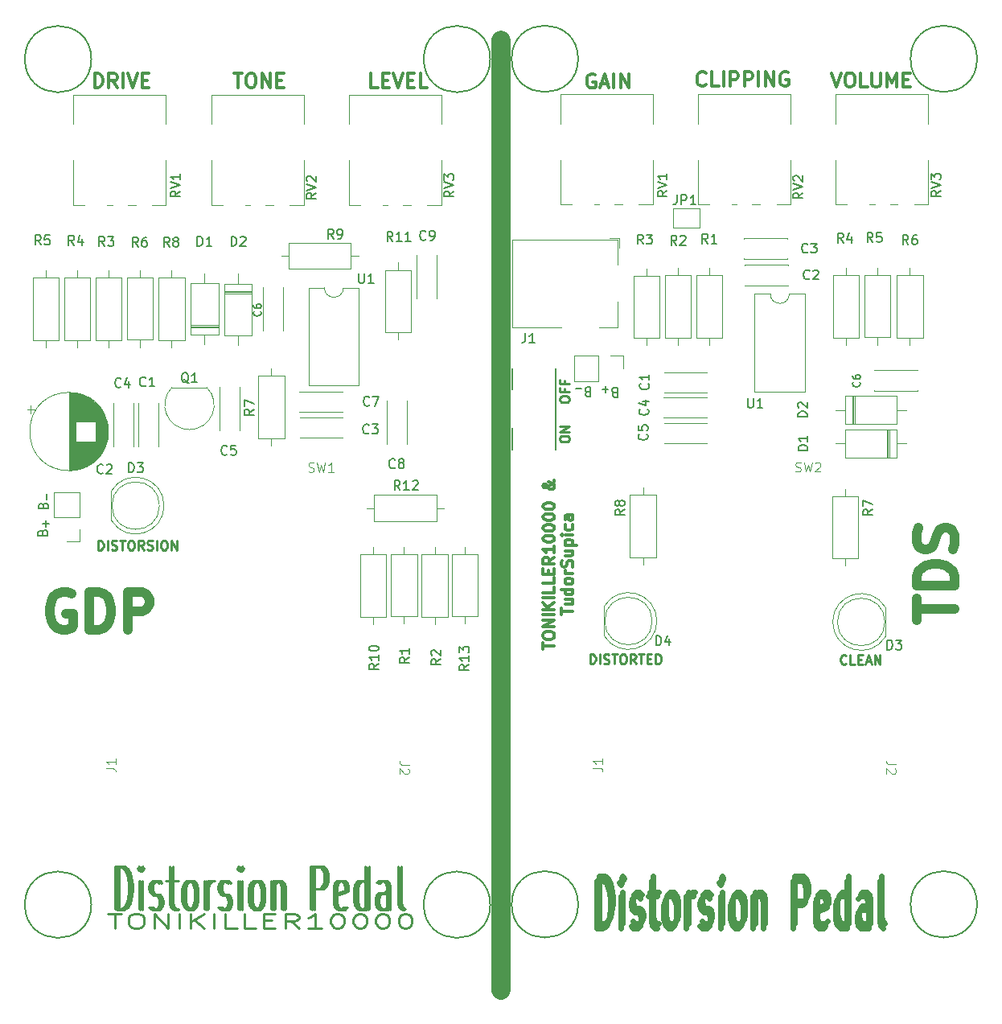
<source format=gbr>
%TF.GenerationSoftware,KiCad,Pcbnew,8.0.3*%
%TF.CreationDate,2024-10-06T14:44:46+03:00*%
%TF.ProjectId,DistorsionPedals,44697374-6f72-4736-996f-6e506564616c,rev?*%
%TF.SameCoordinates,Original*%
%TF.FileFunction,Legend,Top*%
%TF.FilePolarity,Positive*%
%FSLAX46Y46*%
G04 Gerber Fmt 4.6, Leading zero omitted, Abs format (unit mm)*
G04 Created by KiCad (PCBNEW 8.0.3) date 2024-10-06 14:44:46*
%MOMM*%
%LPD*%
G01*
G04 APERTURE LIST*
%ADD10C,2.000000*%
%ADD11C,0.250000*%
%ADD12C,0.150000*%
%ADD13C,1.000000*%
%ADD14C,0.200000*%
%ADD15C,0.300000*%
%ADD16C,0.625000*%
%ADD17C,0.100000*%
%ADD18C,0.120000*%
G04 APERTURE END LIST*
D10*
X85850000Y-67650000D02*
X85850000Y-167650000D01*
D11*
X45240680Y-159123231D02*
X45240680Y-154623231D01*
X45240680Y-154623231D02*
X45835918Y-154623231D01*
X45835918Y-154623231D02*
X46193061Y-154837517D01*
X46193061Y-154837517D02*
X46431156Y-155266088D01*
X46431156Y-155266088D02*
X46550203Y-155694660D01*
X46550203Y-155694660D02*
X46669251Y-156551803D01*
X46669251Y-156551803D02*
X46669251Y-157194660D01*
X46669251Y-157194660D02*
X46550203Y-158051803D01*
X46550203Y-158051803D02*
X46431156Y-158480374D01*
X46431156Y-158480374D02*
X46193061Y-158908946D01*
X46193061Y-158908946D02*
X45835918Y-159123231D01*
X45835918Y-159123231D02*
X45240680Y-159123231D01*
X47740680Y-159123231D02*
X47740680Y-156123231D01*
X47740680Y-154623231D02*
X47621632Y-154837517D01*
X47621632Y-154837517D02*
X47740680Y-155051803D01*
X47740680Y-155051803D02*
X47859727Y-154837517D01*
X47859727Y-154837517D02*
X47740680Y-154623231D01*
X47740680Y-154623231D02*
X47740680Y-155051803D01*
X48812108Y-158908946D02*
X49050203Y-159123231D01*
X49050203Y-159123231D02*
X49526394Y-159123231D01*
X49526394Y-159123231D02*
X49764489Y-158908946D01*
X49764489Y-158908946D02*
X49883537Y-158480374D01*
X49883537Y-158480374D02*
X49883537Y-158266088D01*
X49883537Y-158266088D02*
X49764489Y-157837517D01*
X49764489Y-157837517D02*
X49526394Y-157623231D01*
X49526394Y-157623231D02*
X49169251Y-157623231D01*
X49169251Y-157623231D02*
X48931156Y-157408946D01*
X48931156Y-157408946D02*
X48812108Y-156980374D01*
X48812108Y-156980374D02*
X48812108Y-156766088D01*
X48812108Y-156766088D02*
X48931156Y-156337517D01*
X48931156Y-156337517D02*
X49169251Y-156123231D01*
X49169251Y-156123231D02*
X49526394Y-156123231D01*
X49526394Y-156123231D02*
X49764489Y-156337517D01*
X50597823Y-156123231D02*
X51550204Y-156123231D01*
X50954966Y-154623231D02*
X50954966Y-158480374D01*
X50954966Y-158480374D02*
X51074013Y-158908946D01*
X51074013Y-158908946D02*
X51312108Y-159123231D01*
X51312108Y-159123231D02*
X51550204Y-159123231D01*
X52740679Y-159123231D02*
X52502584Y-158908946D01*
X52502584Y-158908946D02*
X52383537Y-158694660D01*
X52383537Y-158694660D02*
X52264489Y-158266088D01*
X52264489Y-158266088D02*
X52264489Y-156980374D01*
X52264489Y-156980374D02*
X52383537Y-156551803D01*
X52383537Y-156551803D02*
X52502584Y-156337517D01*
X52502584Y-156337517D02*
X52740679Y-156123231D01*
X52740679Y-156123231D02*
X53097822Y-156123231D01*
X53097822Y-156123231D02*
X53335918Y-156337517D01*
X53335918Y-156337517D02*
X53454965Y-156551803D01*
X53454965Y-156551803D02*
X53574013Y-156980374D01*
X53574013Y-156980374D02*
X53574013Y-158266088D01*
X53574013Y-158266088D02*
X53454965Y-158694660D01*
X53454965Y-158694660D02*
X53335918Y-158908946D01*
X53335918Y-158908946D02*
X53097822Y-159123231D01*
X53097822Y-159123231D02*
X52740679Y-159123231D01*
X54645442Y-159123231D02*
X54645442Y-156123231D01*
X54645442Y-156980374D02*
X54764489Y-156551803D01*
X54764489Y-156551803D02*
X54883537Y-156337517D01*
X54883537Y-156337517D02*
X55121632Y-156123231D01*
X55121632Y-156123231D02*
X55359727Y-156123231D01*
X56074013Y-158908946D02*
X56312108Y-159123231D01*
X56312108Y-159123231D02*
X56788299Y-159123231D01*
X56788299Y-159123231D02*
X57026394Y-158908946D01*
X57026394Y-158908946D02*
X57145442Y-158480374D01*
X57145442Y-158480374D02*
X57145442Y-158266088D01*
X57145442Y-158266088D02*
X57026394Y-157837517D01*
X57026394Y-157837517D02*
X56788299Y-157623231D01*
X56788299Y-157623231D02*
X56431156Y-157623231D01*
X56431156Y-157623231D02*
X56193061Y-157408946D01*
X56193061Y-157408946D02*
X56074013Y-156980374D01*
X56074013Y-156980374D02*
X56074013Y-156766088D01*
X56074013Y-156766088D02*
X56193061Y-156337517D01*
X56193061Y-156337517D02*
X56431156Y-156123231D01*
X56431156Y-156123231D02*
X56788299Y-156123231D01*
X56788299Y-156123231D02*
X57026394Y-156337517D01*
X58216871Y-159123231D02*
X58216871Y-156123231D01*
X58216871Y-154623231D02*
X58097823Y-154837517D01*
X58097823Y-154837517D02*
X58216871Y-155051803D01*
X58216871Y-155051803D02*
X58335918Y-154837517D01*
X58335918Y-154837517D02*
X58216871Y-154623231D01*
X58216871Y-154623231D02*
X58216871Y-155051803D01*
X59764489Y-159123231D02*
X59526394Y-158908946D01*
X59526394Y-158908946D02*
X59407347Y-158694660D01*
X59407347Y-158694660D02*
X59288299Y-158266088D01*
X59288299Y-158266088D02*
X59288299Y-156980374D01*
X59288299Y-156980374D02*
X59407347Y-156551803D01*
X59407347Y-156551803D02*
X59526394Y-156337517D01*
X59526394Y-156337517D02*
X59764489Y-156123231D01*
X59764489Y-156123231D02*
X60121632Y-156123231D01*
X60121632Y-156123231D02*
X60359728Y-156337517D01*
X60359728Y-156337517D02*
X60478775Y-156551803D01*
X60478775Y-156551803D02*
X60597823Y-156980374D01*
X60597823Y-156980374D02*
X60597823Y-158266088D01*
X60597823Y-158266088D02*
X60478775Y-158694660D01*
X60478775Y-158694660D02*
X60359728Y-158908946D01*
X60359728Y-158908946D02*
X60121632Y-159123231D01*
X60121632Y-159123231D02*
X59764489Y-159123231D01*
X61669252Y-156123231D02*
X61669252Y-159123231D01*
X61669252Y-156551803D02*
X61788299Y-156337517D01*
X61788299Y-156337517D02*
X62026394Y-156123231D01*
X62026394Y-156123231D02*
X62383537Y-156123231D01*
X62383537Y-156123231D02*
X62621633Y-156337517D01*
X62621633Y-156337517D02*
X62740680Y-156766088D01*
X62740680Y-156766088D02*
X62740680Y-159123231D01*
X65835919Y-159123231D02*
X65835919Y-154623231D01*
X65835919Y-154623231D02*
X66788300Y-154623231D01*
X66788300Y-154623231D02*
X67026395Y-154837517D01*
X67026395Y-154837517D02*
X67145442Y-155051803D01*
X67145442Y-155051803D02*
X67264490Y-155480374D01*
X67264490Y-155480374D02*
X67264490Y-156123231D01*
X67264490Y-156123231D02*
X67145442Y-156551803D01*
X67145442Y-156551803D02*
X67026395Y-156766088D01*
X67026395Y-156766088D02*
X66788300Y-156980374D01*
X66788300Y-156980374D02*
X65835919Y-156980374D01*
X69288300Y-158908946D02*
X69050204Y-159123231D01*
X69050204Y-159123231D02*
X68574014Y-159123231D01*
X68574014Y-159123231D02*
X68335919Y-158908946D01*
X68335919Y-158908946D02*
X68216871Y-158480374D01*
X68216871Y-158480374D02*
X68216871Y-156766088D01*
X68216871Y-156766088D02*
X68335919Y-156337517D01*
X68335919Y-156337517D02*
X68574014Y-156123231D01*
X68574014Y-156123231D02*
X69050204Y-156123231D01*
X69050204Y-156123231D02*
X69288300Y-156337517D01*
X69288300Y-156337517D02*
X69407347Y-156766088D01*
X69407347Y-156766088D02*
X69407347Y-157194660D01*
X69407347Y-157194660D02*
X68216871Y-157623231D01*
X71550204Y-159123231D02*
X71550204Y-154623231D01*
X71550204Y-158908946D02*
X71312109Y-159123231D01*
X71312109Y-159123231D02*
X70835918Y-159123231D01*
X70835918Y-159123231D02*
X70597823Y-158908946D01*
X70597823Y-158908946D02*
X70478776Y-158694660D01*
X70478776Y-158694660D02*
X70359728Y-158266088D01*
X70359728Y-158266088D02*
X70359728Y-156980374D01*
X70359728Y-156980374D02*
X70478776Y-156551803D01*
X70478776Y-156551803D02*
X70597823Y-156337517D01*
X70597823Y-156337517D02*
X70835918Y-156123231D01*
X70835918Y-156123231D02*
X71312109Y-156123231D01*
X71312109Y-156123231D02*
X71550204Y-156337517D01*
X73812109Y-159123231D02*
X73812109Y-156766088D01*
X73812109Y-156766088D02*
X73693062Y-156337517D01*
X73693062Y-156337517D02*
X73454966Y-156123231D01*
X73454966Y-156123231D02*
X72978776Y-156123231D01*
X72978776Y-156123231D02*
X72740681Y-156337517D01*
X73812109Y-158908946D02*
X73574014Y-159123231D01*
X73574014Y-159123231D02*
X72978776Y-159123231D01*
X72978776Y-159123231D02*
X72740681Y-158908946D01*
X72740681Y-158908946D02*
X72621633Y-158480374D01*
X72621633Y-158480374D02*
X72621633Y-158051803D01*
X72621633Y-158051803D02*
X72740681Y-157623231D01*
X72740681Y-157623231D02*
X72978776Y-157408946D01*
X72978776Y-157408946D02*
X73574014Y-157408946D01*
X73574014Y-157408946D02*
X73812109Y-157194660D01*
X75359728Y-159123231D02*
X75121633Y-158908946D01*
X75121633Y-158908946D02*
X75002586Y-158480374D01*
X75002586Y-158480374D02*
X75002586Y-154623231D01*
D12*
X37612166Y-119478255D02*
X37659785Y-119335398D01*
X37659785Y-119335398D02*
X37707404Y-119287779D01*
X37707404Y-119287779D02*
X37802642Y-119240160D01*
X37802642Y-119240160D02*
X37945499Y-119240160D01*
X37945499Y-119240160D02*
X38040737Y-119287779D01*
X38040737Y-119287779D02*
X38088357Y-119335398D01*
X38088357Y-119335398D02*
X38135976Y-119430636D01*
X38135976Y-119430636D02*
X38135976Y-119811588D01*
X38135976Y-119811588D02*
X37135976Y-119811588D01*
X37135976Y-119811588D02*
X37135976Y-119478255D01*
X37135976Y-119478255D02*
X37183595Y-119383017D01*
X37183595Y-119383017D02*
X37231214Y-119335398D01*
X37231214Y-119335398D02*
X37326452Y-119287779D01*
X37326452Y-119287779D02*
X37421690Y-119287779D01*
X37421690Y-119287779D02*
X37516928Y-119335398D01*
X37516928Y-119335398D02*
X37564547Y-119383017D01*
X37564547Y-119383017D02*
X37612166Y-119478255D01*
X37612166Y-119478255D02*
X37612166Y-119811588D01*
X37941690Y-118859207D02*
X37941690Y-118249684D01*
X38246452Y-118554445D02*
X37636928Y-118554445D01*
D11*
X45640680Y-159123231D02*
X45640680Y-154623231D01*
X45640680Y-154623231D02*
X46235918Y-154623231D01*
X46235918Y-154623231D02*
X46593061Y-154837517D01*
X46593061Y-154837517D02*
X46831156Y-155266088D01*
X46831156Y-155266088D02*
X46950203Y-155694660D01*
X46950203Y-155694660D02*
X47069251Y-156551803D01*
X47069251Y-156551803D02*
X47069251Y-157194660D01*
X47069251Y-157194660D02*
X46950203Y-158051803D01*
X46950203Y-158051803D02*
X46831156Y-158480374D01*
X46831156Y-158480374D02*
X46593061Y-158908946D01*
X46593061Y-158908946D02*
X46235918Y-159123231D01*
X46235918Y-159123231D02*
X45640680Y-159123231D01*
X48140680Y-159123231D02*
X48140680Y-156123231D01*
X48140680Y-154623231D02*
X48021632Y-154837517D01*
X48021632Y-154837517D02*
X48140680Y-155051803D01*
X48140680Y-155051803D02*
X48259727Y-154837517D01*
X48259727Y-154837517D02*
X48140680Y-154623231D01*
X48140680Y-154623231D02*
X48140680Y-155051803D01*
X49212108Y-158908946D02*
X49450203Y-159123231D01*
X49450203Y-159123231D02*
X49926394Y-159123231D01*
X49926394Y-159123231D02*
X50164489Y-158908946D01*
X50164489Y-158908946D02*
X50283537Y-158480374D01*
X50283537Y-158480374D02*
X50283537Y-158266088D01*
X50283537Y-158266088D02*
X50164489Y-157837517D01*
X50164489Y-157837517D02*
X49926394Y-157623231D01*
X49926394Y-157623231D02*
X49569251Y-157623231D01*
X49569251Y-157623231D02*
X49331156Y-157408946D01*
X49331156Y-157408946D02*
X49212108Y-156980374D01*
X49212108Y-156980374D02*
X49212108Y-156766088D01*
X49212108Y-156766088D02*
X49331156Y-156337517D01*
X49331156Y-156337517D02*
X49569251Y-156123231D01*
X49569251Y-156123231D02*
X49926394Y-156123231D01*
X49926394Y-156123231D02*
X50164489Y-156337517D01*
X50997823Y-156123231D02*
X51950204Y-156123231D01*
X51354966Y-154623231D02*
X51354966Y-158480374D01*
X51354966Y-158480374D02*
X51474013Y-158908946D01*
X51474013Y-158908946D02*
X51712108Y-159123231D01*
X51712108Y-159123231D02*
X51950204Y-159123231D01*
X53140679Y-159123231D02*
X52902584Y-158908946D01*
X52902584Y-158908946D02*
X52783537Y-158694660D01*
X52783537Y-158694660D02*
X52664489Y-158266088D01*
X52664489Y-158266088D02*
X52664489Y-156980374D01*
X52664489Y-156980374D02*
X52783537Y-156551803D01*
X52783537Y-156551803D02*
X52902584Y-156337517D01*
X52902584Y-156337517D02*
X53140679Y-156123231D01*
X53140679Y-156123231D02*
X53497822Y-156123231D01*
X53497822Y-156123231D02*
X53735918Y-156337517D01*
X53735918Y-156337517D02*
X53854965Y-156551803D01*
X53854965Y-156551803D02*
X53974013Y-156980374D01*
X53974013Y-156980374D02*
X53974013Y-158266088D01*
X53974013Y-158266088D02*
X53854965Y-158694660D01*
X53854965Y-158694660D02*
X53735918Y-158908946D01*
X53735918Y-158908946D02*
X53497822Y-159123231D01*
X53497822Y-159123231D02*
X53140679Y-159123231D01*
X55045442Y-159123231D02*
X55045442Y-156123231D01*
X55045442Y-156980374D02*
X55164489Y-156551803D01*
X55164489Y-156551803D02*
X55283537Y-156337517D01*
X55283537Y-156337517D02*
X55521632Y-156123231D01*
X55521632Y-156123231D02*
X55759727Y-156123231D01*
X56474013Y-158908946D02*
X56712108Y-159123231D01*
X56712108Y-159123231D02*
X57188299Y-159123231D01*
X57188299Y-159123231D02*
X57426394Y-158908946D01*
X57426394Y-158908946D02*
X57545442Y-158480374D01*
X57545442Y-158480374D02*
X57545442Y-158266088D01*
X57545442Y-158266088D02*
X57426394Y-157837517D01*
X57426394Y-157837517D02*
X57188299Y-157623231D01*
X57188299Y-157623231D02*
X56831156Y-157623231D01*
X56831156Y-157623231D02*
X56593061Y-157408946D01*
X56593061Y-157408946D02*
X56474013Y-156980374D01*
X56474013Y-156980374D02*
X56474013Y-156766088D01*
X56474013Y-156766088D02*
X56593061Y-156337517D01*
X56593061Y-156337517D02*
X56831156Y-156123231D01*
X56831156Y-156123231D02*
X57188299Y-156123231D01*
X57188299Y-156123231D02*
X57426394Y-156337517D01*
X58616871Y-159123231D02*
X58616871Y-156123231D01*
X58616871Y-154623231D02*
X58497823Y-154837517D01*
X58497823Y-154837517D02*
X58616871Y-155051803D01*
X58616871Y-155051803D02*
X58735918Y-154837517D01*
X58735918Y-154837517D02*
X58616871Y-154623231D01*
X58616871Y-154623231D02*
X58616871Y-155051803D01*
X60164489Y-159123231D02*
X59926394Y-158908946D01*
X59926394Y-158908946D02*
X59807347Y-158694660D01*
X59807347Y-158694660D02*
X59688299Y-158266088D01*
X59688299Y-158266088D02*
X59688299Y-156980374D01*
X59688299Y-156980374D02*
X59807347Y-156551803D01*
X59807347Y-156551803D02*
X59926394Y-156337517D01*
X59926394Y-156337517D02*
X60164489Y-156123231D01*
X60164489Y-156123231D02*
X60521632Y-156123231D01*
X60521632Y-156123231D02*
X60759728Y-156337517D01*
X60759728Y-156337517D02*
X60878775Y-156551803D01*
X60878775Y-156551803D02*
X60997823Y-156980374D01*
X60997823Y-156980374D02*
X60997823Y-158266088D01*
X60997823Y-158266088D02*
X60878775Y-158694660D01*
X60878775Y-158694660D02*
X60759728Y-158908946D01*
X60759728Y-158908946D02*
X60521632Y-159123231D01*
X60521632Y-159123231D02*
X60164489Y-159123231D01*
X62069252Y-156123231D02*
X62069252Y-159123231D01*
X62069252Y-156551803D02*
X62188299Y-156337517D01*
X62188299Y-156337517D02*
X62426394Y-156123231D01*
X62426394Y-156123231D02*
X62783537Y-156123231D01*
X62783537Y-156123231D02*
X63021633Y-156337517D01*
X63021633Y-156337517D02*
X63140680Y-156766088D01*
X63140680Y-156766088D02*
X63140680Y-159123231D01*
X66235919Y-159123231D02*
X66235919Y-154623231D01*
X66235919Y-154623231D02*
X67188300Y-154623231D01*
X67188300Y-154623231D02*
X67426395Y-154837517D01*
X67426395Y-154837517D02*
X67545442Y-155051803D01*
X67545442Y-155051803D02*
X67664490Y-155480374D01*
X67664490Y-155480374D02*
X67664490Y-156123231D01*
X67664490Y-156123231D02*
X67545442Y-156551803D01*
X67545442Y-156551803D02*
X67426395Y-156766088D01*
X67426395Y-156766088D02*
X67188300Y-156980374D01*
X67188300Y-156980374D02*
X66235919Y-156980374D01*
X69688300Y-158908946D02*
X69450204Y-159123231D01*
X69450204Y-159123231D02*
X68974014Y-159123231D01*
X68974014Y-159123231D02*
X68735919Y-158908946D01*
X68735919Y-158908946D02*
X68616871Y-158480374D01*
X68616871Y-158480374D02*
X68616871Y-156766088D01*
X68616871Y-156766088D02*
X68735919Y-156337517D01*
X68735919Y-156337517D02*
X68974014Y-156123231D01*
X68974014Y-156123231D02*
X69450204Y-156123231D01*
X69450204Y-156123231D02*
X69688300Y-156337517D01*
X69688300Y-156337517D02*
X69807347Y-156766088D01*
X69807347Y-156766088D02*
X69807347Y-157194660D01*
X69807347Y-157194660D02*
X68616871Y-157623231D01*
X71950204Y-159123231D02*
X71950204Y-154623231D01*
X71950204Y-158908946D02*
X71712109Y-159123231D01*
X71712109Y-159123231D02*
X71235918Y-159123231D01*
X71235918Y-159123231D02*
X70997823Y-158908946D01*
X70997823Y-158908946D02*
X70878776Y-158694660D01*
X70878776Y-158694660D02*
X70759728Y-158266088D01*
X70759728Y-158266088D02*
X70759728Y-156980374D01*
X70759728Y-156980374D02*
X70878776Y-156551803D01*
X70878776Y-156551803D02*
X70997823Y-156337517D01*
X70997823Y-156337517D02*
X71235918Y-156123231D01*
X71235918Y-156123231D02*
X71712109Y-156123231D01*
X71712109Y-156123231D02*
X71950204Y-156337517D01*
X74212109Y-159123231D02*
X74212109Y-156766088D01*
X74212109Y-156766088D02*
X74093062Y-156337517D01*
X74093062Y-156337517D02*
X73854966Y-156123231D01*
X73854966Y-156123231D02*
X73378776Y-156123231D01*
X73378776Y-156123231D02*
X73140681Y-156337517D01*
X74212109Y-158908946D02*
X73974014Y-159123231D01*
X73974014Y-159123231D02*
X73378776Y-159123231D01*
X73378776Y-159123231D02*
X73140681Y-158908946D01*
X73140681Y-158908946D02*
X73021633Y-158480374D01*
X73021633Y-158480374D02*
X73021633Y-158051803D01*
X73021633Y-158051803D02*
X73140681Y-157623231D01*
X73140681Y-157623231D02*
X73378776Y-157408946D01*
X73378776Y-157408946D02*
X73974014Y-157408946D01*
X73974014Y-157408946D02*
X74212109Y-157194660D01*
X75759728Y-159123231D02*
X75521633Y-158908946D01*
X75521633Y-158908946D02*
X75402586Y-158480374D01*
X75402586Y-158480374D02*
X75402586Y-154623231D01*
X45590680Y-159173231D02*
X45590680Y-154673231D01*
X45590680Y-154673231D02*
X46185918Y-154673231D01*
X46185918Y-154673231D02*
X46543061Y-154887517D01*
X46543061Y-154887517D02*
X46781156Y-155316088D01*
X46781156Y-155316088D02*
X46900203Y-155744660D01*
X46900203Y-155744660D02*
X47019251Y-156601803D01*
X47019251Y-156601803D02*
X47019251Y-157244660D01*
X47019251Y-157244660D02*
X46900203Y-158101803D01*
X46900203Y-158101803D02*
X46781156Y-158530374D01*
X46781156Y-158530374D02*
X46543061Y-158958946D01*
X46543061Y-158958946D02*
X46185918Y-159173231D01*
X46185918Y-159173231D02*
X45590680Y-159173231D01*
X48090680Y-159173231D02*
X48090680Y-156173231D01*
X48090680Y-154673231D02*
X47971632Y-154887517D01*
X47971632Y-154887517D02*
X48090680Y-155101803D01*
X48090680Y-155101803D02*
X48209727Y-154887517D01*
X48209727Y-154887517D02*
X48090680Y-154673231D01*
X48090680Y-154673231D02*
X48090680Y-155101803D01*
X49162108Y-158958946D02*
X49400203Y-159173231D01*
X49400203Y-159173231D02*
X49876394Y-159173231D01*
X49876394Y-159173231D02*
X50114489Y-158958946D01*
X50114489Y-158958946D02*
X50233537Y-158530374D01*
X50233537Y-158530374D02*
X50233537Y-158316088D01*
X50233537Y-158316088D02*
X50114489Y-157887517D01*
X50114489Y-157887517D02*
X49876394Y-157673231D01*
X49876394Y-157673231D02*
X49519251Y-157673231D01*
X49519251Y-157673231D02*
X49281156Y-157458946D01*
X49281156Y-157458946D02*
X49162108Y-157030374D01*
X49162108Y-157030374D02*
X49162108Y-156816088D01*
X49162108Y-156816088D02*
X49281156Y-156387517D01*
X49281156Y-156387517D02*
X49519251Y-156173231D01*
X49519251Y-156173231D02*
X49876394Y-156173231D01*
X49876394Y-156173231D02*
X50114489Y-156387517D01*
X50947823Y-156173231D02*
X51900204Y-156173231D01*
X51304966Y-154673231D02*
X51304966Y-158530374D01*
X51304966Y-158530374D02*
X51424013Y-158958946D01*
X51424013Y-158958946D02*
X51662108Y-159173231D01*
X51662108Y-159173231D02*
X51900204Y-159173231D01*
X53090679Y-159173231D02*
X52852584Y-158958946D01*
X52852584Y-158958946D02*
X52733537Y-158744660D01*
X52733537Y-158744660D02*
X52614489Y-158316088D01*
X52614489Y-158316088D02*
X52614489Y-157030374D01*
X52614489Y-157030374D02*
X52733537Y-156601803D01*
X52733537Y-156601803D02*
X52852584Y-156387517D01*
X52852584Y-156387517D02*
X53090679Y-156173231D01*
X53090679Y-156173231D02*
X53447822Y-156173231D01*
X53447822Y-156173231D02*
X53685918Y-156387517D01*
X53685918Y-156387517D02*
X53804965Y-156601803D01*
X53804965Y-156601803D02*
X53924013Y-157030374D01*
X53924013Y-157030374D02*
X53924013Y-158316088D01*
X53924013Y-158316088D02*
X53804965Y-158744660D01*
X53804965Y-158744660D02*
X53685918Y-158958946D01*
X53685918Y-158958946D02*
X53447822Y-159173231D01*
X53447822Y-159173231D02*
X53090679Y-159173231D01*
X54995442Y-159173231D02*
X54995442Y-156173231D01*
X54995442Y-157030374D02*
X55114489Y-156601803D01*
X55114489Y-156601803D02*
X55233537Y-156387517D01*
X55233537Y-156387517D02*
X55471632Y-156173231D01*
X55471632Y-156173231D02*
X55709727Y-156173231D01*
X56424013Y-158958946D02*
X56662108Y-159173231D01*
X56662108Y-159173231D02*
X57138299Y-159173231D01*
X57138299Y-159173231D02*
X57376394Y-158958946D01*
X57376394Y-158958946D02*
X57495442Y-158530374D01*
X57495442Y-158530374D02*
X57495442Y-158316088D01*
X57495442Y-158316088D02*
X57376394Y-157887517D01*
X57376394Y-157887517D02*
X57138299Y-157673231D01*
X57138299Y-157673231D02*
X56781156Y-157673231D01*
X56781156Y-157673231D02*
X56543061Y-157458946D01*
X56543061Y-157458946D02*
X56424013Y-157030374D01*
X56424013Y-157030374D02*
X56424013Y-156816088D01*
X56424013Y-156816088D02*
X56543061Y-156387517D01*
X56543061Y-156387517D02*
X56781156Y-156173231D01*
X56781156Y-156173231D02*
X57138299Y-156173231D01*
X57138299Y-156173231D02*
X57376394Y-156387517D01*
X58566871Y-159173231D02*
X58566871Y-156173231D01*
X58566871Y-154673231D02*
X58447823Y-154887517D01*
X58447823Y-154887517D02*
X58566871Y-155101803D01*
X58566871Y-155101803D02*
X58685918Y-154887517D01*
X58685918Y-154887517D02*
X58566871Y-154673231D01*
X58566871Y-154673231D02*
X58566871Y-155101803D01*
X60114489Y-159173231D02*
X59876394Y-158958946D01*
X59876394Y-158958946D02*
X59757347Y-158744660D01*
X59757347Y-158744660D02*
X59638299Y-158316088D01*
X59638299Y-158316088D02*
X59638299Y-157030374D01*
X59638299Y-157030374D02*
X59757347Y-156601803D01*
X59757347Y-156601803D02*
X59876394Y-156387517D01*
X59876394Y-156387517D02*
X60114489Y-156173231D01*
X60114489Y-156173231D02*
X60471632Y-156173231D01*
X60471632Y-156173231D02*
X60709728Y-156387517D01*
X60709728Y-156387517D02*
X60828775Y-156601803D01*
X60828775Y-156601803D02*
X60947823Y-157030374D01*
X60947823Y-157030374D02*
X60947823Y-158316088D01*
X60947823Y-158316088D02*
X60828775Y-158744660D01*
X60828775Y-158744660D02*
X60709728Y-158958946D01*
X60709728Y-158958946D02*
X60471632Y-159173231D01*
X60471632Y-159173231D02*
X60114489Y-159173231D01*
X62019252Y-156173231D02*
X62019252Y-159173231D01*
X62019252Y-156601803D02*
X62138299Y-156387517D01*
X62138299Y-156387517D02*
X62376394Y-156173231D01*
X62376394Y-156173231D02*
X62733537Y-156173231D01*
X62733537Y-156173231D02*
X62971633Y-156387517D01*
X62971633Y-156387517D02*
X63090680Y-156816088D01*
X63090680Y-156816088D02*
X63090680Y-159173231D01*
X66185919Y-159173231D02*
X66185919Y-154673231D01*
X66185919Y-154673231D02*
X67138300Y-154673231D01*
X67138300Y-154673231D02*
X67376395Y-154887517D01*
X67376395Y-154887517D02*
X67495442Y-155101803D01*
X67495442Y-155101803D02*
X67614490Y-155530374D01*
X67614490Y-155530374D02*
X67614490Y-156173231D01*
X67614490Y-156173231D02*
X67495442Y-156601803D01*
X67495442Y-156601803D02*
X67376395Y-156816088D01*
X67376395Y-156816088D02*
X67138300Y-157030374D01*
X67138300Y-157030374D02*
X66185919Y-157030374D01*
X69638300Y-158958946D02*
X69400204Y-159173231D01*
X69400204Y-159173231D02*
X68924014Y-159173231D01*
X68924014Y-159173231D02*
X68685919Y-158958946D01*
X68685919Y-158958946D02*
X68566871Y-158530374D01*
X68566871Y-158530374D02*
X68566871Y-156816088D01*
X68566871Y-156816088D02*
X68685919Y-156387517D01*
X68685919Y-156387517D02*
X68924014Y-156173231D01*
X68924014Y-156173231D02*
X69400204Y-156173231D01*
X69400204Y-156173231D02*
X69638300Y-156387517D01*
X69638300Y-156387517D02*
X69757347Y-156816088D01*
X69757347Y-156816088D02*
X69757347Y-157244660D01*
X69757347Y-157244660D02*
X68566871Y-157673231D01*
X71900204Y-159173231D02*
X71900204Y-154673231D01*
X71900204Y-158958946D02*
X71662109Y-159173231D01*
X71662109Y-159173231D02*
X71185918Y-159173231D01*
X71185918Y-159173231D02*
X70947823Y-158958946D01*
X70947823Y-158958946D02*
X70828776Y-158744660D01*
X70828776Y-158744660D02*
X70709728Y-158316088D01*
X70709728Y-158316088D02*
X70709728Y-157030374D01*
X70709728Y-157030374D02*
X70828776Y-156601803D01*
X70828776Y-156601803D02*
X70947823Y-156387517D01*
X70947823Y-156387517D02*
X71185918Y-156173231D01*
X71185918Y-156173231D02*
X71662109Y-156173231D01*
X71662109Y-156173231D02*
X71900204Y-156387517D01*
X74162109Y-159173231D02*
X74162109Y-156816088D01*
X74162109Y-156816088D02*
X74043062Y-156387517D01*
X74043062Y-156387517D02*
X73804966Y-156173231D01*
X73804966Y-156173231D02*
X73328776Y-156173231D01*
X73328776Y-156173231D02*
X73090681Y-156387517D01*
X74162109Y-158958946D02*
X73924014Y-159173231D01*
X73924014Y-159173231D02*
X73328776Y-159173231D01*
X73328776Y-159173231D02*
X73090681Y-158958946D01*
X73090681Y-158958946D02*
X72971633Y-158530374D01*
X72971633Y-158530374D02*
X72971633Y-158101803D01*
X72971633Y-158101803D02*
X73090681Y-157673231D01*
X73090681Y-157673231D02*
X73328776Y-157458946D01*
X73328776Y-157458946D02*
X73924014Y-157458946D01*
X73924014Y-157458946D02*
X74162109Y-157244660D01*
X75709728Y-159173231D02*
X75471633Y-158958946D01*
X75471633Y-158958946D02*
X75352586Y-158530374D01*
X75352586Y-158530374D02*
X75352586Y-154673231D01*
D13*
X40636670Y-125903398D02*
X40255717Y-125712922D01*
X40255717Y-125712922D02*
X39684289Y-125712922D01*
X39684289Y-125712922D02*
X39112860Y-125903398D01*
X39112860Y-125903398D02*
X38731908Y-126284350D01*
X38731908Y-126284350D02*
X38541431Y-126665303D01*
X38541431Y-126665303D02*
X38350955Y-127427207D01*
X38350955Y-127427207D02*
X38350955Y-127998636D01*
X38350955Y-127998636D02*
X38541431Y-128760541D01*
X38541431Y-128760541D02*
X38731908Y-129141493D01*
X38731908Y-129141493D02*
X39112860Y-129522446D01*
X39112860Y-129522446D02*
X39684289Y-129712922D01*
X39684289Y-129712922D02*
X40065241Y-129712922D01*
X40065241Y-129712922D02*
X40636670Y-129522446D01*
X40636670Y-129522446D02*
X40827146Y-129331969D01*
X40827146Y-129331969D02*
X40827146Y-127998636D01*
X40827146Y-127998636D02*
X40065241Y-127998636D01*
X42541431Y-129712922D02*
X42541431Y-125712922D01*
X42541431Y-125712922D02*
X43493812Y-125712922D01*
X43493812Y-125712922D02*
X44065241Y-125903398D01*
X44065241Y-125903398D02*
X44446193Y-126284350D01*
X44446193Y-126284350D02*
X44636670Y-126665303D01*
X44636670Y-126665303D02*
X44827146Y-127427207D01*
X44827146Y-127427207D02*
X44827146Y-127998636D01*
X44827146Y-127998636D02*
X44636670Y-128760541D01*
X44636670Y-128760541D02*
X44446193Y-129141493D01*
X44446193Y-129141493D02*
X44065241Y-129522446D01*
X44065241Y-129522446D02*
X43493812Y-129712922D01*
X43493812Y-129712922D02*
X42541431Y-129712922D01*
X46541431Y-129712922D02*
X46541431Y-125712922D01*
X46541431Y-125712922D02*
X48065241Y-125712922D01*
X48065241Y-125712922D02*
X48446193Y-125903398D01*
X48446193Y-125903398D02*
X48636670Y-126093874D01*
X48636670Y-126093874D02*
X48827146Y-126474826D01*
X48827146Y-126474826D02*
X48827146Y-127046255D01*
X48827146Y-127046255D02*
X48636670Y-127427207D01*
X48636670Y-127427207D02*
X48446193Y-127617684D01*
X48446193Y-127617684D02*
X48065241Y-127808160D01*
X48065241Y-127808160D02*
X46541431Y-127808160D01*
D12*
X37662166Y-116653255D02*
X37709785Y-116510398D01*
X37709785Y-116510398D02*
X37757404Y-116462779D01*
X37757404Y-116462779D02*
X37852642Y-116415160D01*
X37852642Y-116415160D02*
X37995499Y-116415160D01*
X37995499Y-116415160D02*
X38090737Y-116462779D01*
X38090737Y-116462779D02*
X38138357Y-116510398D01*
X38138357Y-116510398D02*
X38185976Y-116605636D01*
X38185976Y-116605636D02*
X38185976Y-116986588D01*
X38185976Y-116986588D02*
X37185976Y-116986588D01*
X37185976Y-116986588D02*
X37185976Y-116653255D01*
X37185976Y-116653255D02*
X37233595Y-116558017D01*
X37233595Y-116558017D02*
X37281214Y-116510398D01*
X37281214Y-116510398D02*
X37376452Y-116462779D01*
X37376452Y-116462779D02*
X37471690Y-116462779D01*
X37471690Y-116462779D02*
X37566928Y-116510398D01*
X37566928Y-116510398D02*
X37614547Y-116558017D01*
X37614547Y-116558017D02*
X37662166Y-116653255D01*
X37662166Y-116653255D02*
X37662166Y-116986588D01*
X37991690Y-116034207D02*
X37991690Y-115424684D01*
D11*
X45390680Y-159173231D02*
X45390680Y-154673231D01*
X45390680Y-154673231D02*
X45985918Y-154673231D01*
X45985918Y-154673231D02*
X46343061Y-154887517D01*
X46343061Y-154887517D02*
X46581156Y-155316088D01*
X46581156Y-155316088D02*
X46700203Y-155744660D01*
X46700203Y-155744660D02*
X46819251Y-156601803D01*
X46819251Y-156601803D02*
X46819251Y-157244660D01*
X46819251Y-157244660D02*
X46700203Y-158101803D01*
X46700203Y-158101803D02*
X46581156Y-158530374D01*
X46581156Y-158530374D02*
X46343061Y-158958946D01*
X46343061Y-158958946D02*
X45985918Y-159173231D01*
X45985918Y-159173231D02*
X45390680Y-159173231D01*
X47890680Y-159173231D02*
X47890680Y-156173231D01*
X47890680Y-154673231D02*
X47771632Y-154887517D01*
X47771632Y-154887517D02*
X47890680Y-155101803D01*
X47890680Y-155101803D02*
X48009727Y-154887517D01*
X48009727Y-154887517D02*
X47890680Y-154673231D01*
X47890680Y-154673231D02*
X47890680Y-155101803D01*
X48962108Y-158958946D02*
X49200203Y-159173231D01*
X49200203Y-159173231D02*
X49676394Y-159173231D01*
X49676394Y-159173231D02*
X49914489Y-158958946D01*
X49914489Y-158958946D02*
X50033537Y-158530374D01*
X50033537Y-158530374D02*
X50033537Y-158316088D01*
X50033537Y-158316088D02*
X49914489Y-157887517D01*
X49914489Y-157887517D02*
X49676394Y-157673231D01*
X49676394Y-157673231D02*
X49319251Y-157673231D01*
X49319251Y-157673231D02*
X49081156Y-157458946D01*
X49081156Y-157458946D02*
X48962108Y-157030374D01*
X48962108Y-157030374D02*
X48962108Y-156816088D01*
X48962108Y-156816088D02*
X49081156Y-156387517D01*
X49081156Y-156387517D02*
X49319251Y-156173231D01*
X49319251Y-156173231D02*
X49676394Y-156173231D01*
X49676394Y-156173231D02*
X49914489Y-156387517D01*
X50747823Y-156173231D02*
X51700204Y-156173231D01*
X51104966Y-154673231D02*
X51104966Y-158530374D01*
X51104966Y-158530374D02*
X51224013Y-158958946D01*
X51224013Y-158958946D02*
X51462108Y-159173231D01*
X51462108Y-159173231D02*
X51700204Y-159173231D01*
X52890679Y-159173231D02*
X52652584Y-158958946D01*
X52652584Y-158958946D02*
X52533537Y-158744660D01*
X52533537Y-158744660D02*
X52414489Y-158316088D01*
X52414489Y-158316088D02*
X52414489Y-157030374D01*
X52414489Y-157030374D02*
X52533537Y-156601803D01*
X52533537Y-156601803D02*
X52652584Y-156387517D01*
X52652584Y-156387517D02*
X52890679Y-156173231D01*
X52890679Y-156173231D02*
X53247822Y-156173231D01*
X53247822Y-156173231D02*
X53485918Y-156387517D01*
X53485918Y-156387517D02*
X53604965Y-156601803D01*
X53604965Y-156601803D02*
X53724013Y-157030374D01*
X53724013Y-157030374D02*
X53724013Y-158316088D01*
X53724013Y-158316088D02*
X53604965Y-158744660D01*
X53604965Y-158744660D02*
X53485918Y-158958946D01*
X53485918Y-158958946D02*
X53247822Y-159173231D01*
X53247822Y-159173231D02*
X52890679Y-159173231D01*
X54795442Y-159173231D02*
X54795442Y-156173231D01*
X54795442Y-157030374D02*
X54914489Y-156601803D01*
X54914489Y-156601803D02*
X55033537Y-156387517D01*
X55033537Y-156387517D02*
X55271632Y-156173231D01*
X55271632Y-156173231D02*
X55509727Y-156173231D01*
X56224013Y-158958946D02*
X56462108Y-159173231D01*
X56462108Y-159173231D02*
X56938299Y-159173231D01*
X56938299Y-159173231D02*
X57176394Y-158958946D01*
X57176394Y-158958946D02*
X57295442Y-158530374D01*
X57295442Y-158530374D02*
X57295442Y-158316088D01*
X57295442Y-158316088D02*
X57176394Y-157887517D01*
X57176394Y-157887517D02*
X56938299Y-157673231D01*
X56938299Y-157673231D02*
X56581156Y-157673231D01*
X56581156Y-157673231D02*
X56343061Y-157458946D01*
X56343061Y-157458946D02*
X56224013Y-157030374D01*
X56224013Y-157030374D02*
X56224013Y-156816088D01*
X56224013Y-156816088D02*
X56343061Y-156387517D01*
X56343061Y-156387517D02*
X56581156Y-156173231D01*
X56581156Y-156173231D02*
X56938299Y-156173231D01*
X56938299Y-156173231D02*
X57176394Y-156387517D01*
X58366871Y-159173231D02*
X58366871Y-156173231D01*
X58366871Y-154673231D02*
X58247823Y-154887517D01*
X58247823Y-154887517D02*
X58366871Y-155101803D01*
X58366871Y-155101803D02*
X58485918Y-154887517D01*
X58485918Y-154887517D02*
X58366871Y-154673231D01*
X58366871Y-154673231D02*
X58366871Y-155101803D01*
X59914489Y-159173231D02*
X59676394Y-158958946D01*
X59676394Y-158958946D02*
X59557347Y-158744660D01*
X59557347Y-158744660D02*
X59438299Y-158316088D01*
X59438299Y-158316088D02*
X59438299Y-157030374D01*
X59438299Y-157030374D02*
X59557347Y-156601803D01*
X59557347Y-156601803D02*
X59676394Y-156387517D01*
X59676394Y-156387517D02*
X59914489Y-156173231D01*
X59914489Y-156173231D02*
X60271632Y-156173231D01*
X60271632Y-156173231D02*
X60509728Y-156387517D01*
X60509728Y-156387517D02*
X60628775Y-156601803D01*
X60628775Y-156601803D02*
X60747823Y-157030374D01*
X60747823Y-157030374D02*
X60747823Y-158316088D01*
X60747823Y-158316088D02*
X60628775Y-158744660D01*
X60628775Y-158744660D02*
X60509728Y-158958946D01*
X60509728Y-158958946D02*
X60271632Y-159173231D01*
X60271632Y-159173231D02*
X59914489Y-159173231D01*
X61819252Y-156173231D02*
X61819252Y-159173231D01*
X61819252Y-156601803D02*
X61938299Y-156387517D01*
X61938299Y-156387517D02*
X62176394Y-156173231D01*
X62176394Y-156173231D02*
X62533537Y-156173231D01*
X62533537Y-156173231D02*
X62771633Y-156387517D01*
X62771633Y-156387517D02*
X62890680Y-156816088D01*
X62890680Y-156816088D02*
X62890680Y-159173231D01*
X65985919Y-159173231D02*
X65985919Y-154673231D01*
X65985919Y-154673231D02*
X66938300Y-154673231D01*
X66938300Y-154673231D02*
X67176395Y-154887517D01*
X67176395Y-154887517D02*
X67295442Y-155101803D01*
X67295442Y-155101803D02*
X67414490Y-155530374D01*
X67414490Y-155530374D02*
X67414490Y-156173231D01*
X67414490Y-156173231D02*
X67295442Y-156601803D01*
X67295442Y-156601803D02*
X67176395Y-156816088D01*
X67176395Y-156816088D02*
X66938300Y-157030374D01*
X66938300Y-157030374D02*
X65985919Y-157030374D01*
X69438300Y-158958946D02*
X69200204Y-159173231D01*
X69200204Y-159173231D02*
X68724014Y-159173231D01*
X68724014Y-159173231D02*
X68485919Y-158958946D01*
X68485919Y-158958946D02*
X68366871Y-158530374D01*
X68366871Y-158530374D02*
X68366871Y-156816088D01*
X68366871Y-156816088D02*
X68485919Y-156387517D01*
X68485919Y-156387517D02*
X68724014Y-156173231D01*
X68724014Y-156173231D02*
X69200204Y-156173231D01*
X69200204Y-156173231D02*
X69438300Y-156387517D01*
X69438300Y-156387517D02*
X69557347Y-156816088D01*
X69557347Y-156816088D02*
X69557347Y-157244660D01*
X69557347Y-157244660D02*
X68366871Y-157673231D01*
X71700204Y-159173231D02*
X71700204Y-154673231D01*
X71700204Y-158958946D02*
X71462109Y-159173231D01*
X71462109Y-159173231D02*
X70985918Y-159173231D01*
X70985918Y-159173231D02*
X70747823Y-158958946D01*
X70747823Y-158958946D02*
X70628776Y-158744660D01*
X70628776Y-158744660D02*
X70509728Y-158316088D01*
X70509728Y-158316088D02*
X70509728Y-157030374D01*
X70509728Y-157030374D02*
X70628776Y-156601803D01*
X70628776Y-156601803D02*
X70747823Y-156387517D01*
X70747823Y-156387517D02*
X70985918Y-156173231D01*
X70985918Y-156173231D02*
X71462109Y-156173231D01*
X71462109Y-156173231D02*
X71700204Y-156387517D01*
X73962109Y-159173231D02*
X73962109Y-156816088D01*
X73962109Y-156816088D02*
X73843062Y-156387517D01*
X73843062Y-156387517D02*
X73604966Y-156173231D01*
X73604966Y-156173231D02*
X73128776Y-156173231D01*
X73128776Y-156173231D02*
X72890681Y-156387517D01*
X73962109Y-158958946D02*
X73724014Y-159173231D01*
X73724014Y-159173231D02*
X73128776Y-159173231D01*
X73128776Y-159173231D02*
X72890681Y-158958946D01*
X72890681Y-158958946D02*
X72771633Y-158530374D01*
X72771633Y-158530374D02*
X72771633Y-158101803D01*
X72771633Y-158101803D02*
X72890681Y-157673231D01*
X72890681Y-157673231D02*
X73128776Y-157458946D01*
X73128776Y-157458946D02*
X73724014Y-157458946D01*
X73724014Y-157458946D02*
X73962109Y-157244660D01*
X75509728Y-159173231D02*
X75271633Y-158958946D01*
X75271633Y-158958946D02*
X75152586Y-158530374D01*
X75152586Y-158530374D02*
X75152586Y-154673231D01*
D14*
X42731156Y-158654447D02*
G75*
G02*
X35731156Y-158654447I-3500000J0D01*
G01*
X35731156Y-158654447D02*
G75*
G02*
X42731156Y-158654447I3500000J0D01*
G01*
X84731158Y-69654445D02*
G75*
G02*
X77731158Y-69654445I-3500000J0D01*
G01*
X77731158Y-69654445D02*
G75*
G02*
X84731158Y-69654445I3500000J0D01*
G01*
X84731158Y-158654447D02*
G75*
G02*
X77731158Y-158654447I-3500000J0D01*
G01*
X77731158Y-158654447D02*
G75*
G02*
X84731158Y-158654447I3500000J0D01*
G01*
X42731156Y-69654445D02*
G75*
G02*
X35731156Y-69654445I-3500000J0D01*
G01*
X35731156Y-69654445D02*
G75*
G02*
X42731156Y-69654445I3500000J0D01*
G01*
D15*
X72899953Y-72655274D02*
X72185667Y-72655274D01*
X72185667Y-72655274D02*
X72185667Y-71155274D01*
X73399953Y-71869560D02*
X73899953Y-71869560D01*
X74114239Y-72655274D02*
X73399953Y-72655274D01*
X73399953Y-72655274D02*
X73399953Y-71155274D01*
X73399953Y-71155274D02*
X74114239Y-71155274D01*
X74542811Y-71155274D02*
X75042811Y-72655274D01*
X75042811Y-72655274D02*
X75542811Y-71155274D01*
X76042810Y-71869560D02*
X76542810Y-71869560D01*
X76757096Y-72655274D02*
X76042810Y-72655274D01*
X76042810Y-72655274D02*
X76042810Y-71155274D01*
X76042810Y-71155274D02*
X76757096Y-71155274D01*
X78114239Y-72655274D02*
X77399953Y-72655274D01*
X77399953Y-72655274D02*
X77399953Y-71155274D01*
X43085667Y-72655274D02*
X43085667Y-71155274D01*
X43085667Y-71155274D02*
X43442810Y-71155274D01*
X43442810Y-71155274D02*
X43657096Y-71226703D01*
X43657096Y-71226703D02*
X43799953Y-71369560D01*
X43799953Y-71369560D02*
X43871382Y-71512417D01*
X43871382Y-71512417D02*
X43942810Y-71798131D01*
X43942810Y-71798131D02*
X43942810Y-72012417D01*
X43942810Y-72012417D02*
X43871382Y-72298131D01*
X43871382Y-72298131D02*
X43799953Y-72440988D01*
X43799953Y-72440988D02*
X43657096Y-72583846D01*
X43657096Y-72583846D02*
X43442810Y-72655274D01*
X43442810Y-72655274D02*
X43085667Y-72655274D01*
X45442810Y-72655274D02*
X44942810Y-71940988D01*
X44585667Y-72655274D02*
X44585667Y-71155274D01*
X44585667Y-71155274D02*
X45157096Y-71155274D01*
X45157096Y-71155274D02*
X45299953Y-71226703D01*
X45299953Y-71226703D02*
X45371382Y-71298131D01*
X45371382Y-71298131D02*
X45442810Y-71440988D01*
X45442810Y-71440988D02*
X45442810Y-71655274D01*
X45442810Y-71655274D02*
X45371382Y-71798131D01*
X45371382Y-71798131D02*
X45299953Y-71869560D01*
X45299953Y-71869560D02*
X45157096Y-71940988D01*
X45157096Y-71940988D02*
X44585667Y-71940988D01*
X46085667Y-72655274D02*
X46085667Y-71155274D01*
X46585668Y-71155274D02*
X47085668Y-72655274D01*
X47085668Y-72655274D02*
X47585668Y-71155274D01*
X48085667Y-71869560D02*
X48585667Y-71869560D01*
X48799953Y-72655274D02*
X48085667Y-72655274D01*
X48085667Y-72655274D02*
X48085667Y-71155274D01*
X48085667Y-71155274D02*
X48799953Y-71155274D01*
D11*
X43433725Y-121319065D02*
X43433725Y-120319065D01*
X43433725Y-120319065D02*
X43671820Y-120319065D01*
X43671820Y-120319065D02*
X43814677Y-120366684D01*
X43814677Y-120366684D02*
X43909915Y-120461922D01*
X43909915Y-120461922D02*
X43957534Y-120557160D01*
X43957534Y-120557160D02*
X44005153Y-120747636D01*
X44005153Y-120747636D02*
X44005153Y-120890493D01*
X44005153Y-120890493D02*
X43957534Y-121080969D01*
X43957534Y-121080969D02*
X43909915Y-121176207D01*
X43909915Y-121176207D02*
X43814677Y-121271446D01*
X43814677Y-121271446D02*
X43671820Y-121319065D01*
X43671820Y-121319065D02*
X43433725Y-121319065D01*
X44433725Y-121319065D02*
X44433725Y-120319065D01*
X44862296Y-121271446D02*
X45005153Y-121319065D01*
X45005153Y-121319065D02*
X45243248Y-121319065D01*
X45243248Y-121319065D02*
X45338486Y-121271446D01*
X45338486Y-121271446D02*
X45386105Y-121223826D01*
X45386105Y-121223826D02*
X45433724Y-121128588D01*
X45433724Y-121128588D02*
X45433724Y-121033350D01*
X45433724Y-121033350D02*
X45386105Y-120938112D01*
X45386105Y-120938112D02*
X45338486Y-120890493D01*
X45338486Y-120890493D02*
X45243248Y-120842874D01*
X45243248Y-120842874D02*
X45052772Y-120795255D01*
X45052772Y-120795255D02*
X44957534Y-120747636D01*
X44957534Y-120747636D02*
X44909915Y-120700017D01*
X44909915Y-120700017D02*
X44862296Y-120604779D01*
X44862296Y-120604779D02*
X44862296Y-120509541D01*
X44862296Y-120509541D02*
X44909915Y-120414303D01*
X44909915Y-120414303D02*
X44957534Y-120366684D01*
X44957534Y-120366684D02*
X45052772Y-120319065D01*
X45052772Y-120319065D02*
X45290867Y-120319065D01*
X45290867Y-120319065D02*
X45433724Y-120366684D01*
X45719439Y-120319065D02*
X46290867Y-120319065D01*
X46005153Y-121319065D02*
X46005153Y-120319065D01*
X46814677Y-120319065D02*
X47005153Y-120319065D01*
X47005153Y-120319065D02*
X47100391Y-120366684D01*
X47100391Y-120366684D02*
X47195629Y-120461922D01*
X47195629Y-120461922D02*
X47243248Y-120652398D01*
X47243248Y-120652398D02*
X47243248Y-120985731D01*
X47243248Y-120985731D02*
X47195629Y-121176207D01*
X47195629Y-121176207D02*
X47100391Y-121271446D01*
X47100391Y-121271446D02*
X47005153Y-121319065D01*
X47005153Y-121319065D02*
X46814677Y-121319065D01*
X46814677Y-121319065D02*
X46719439Y-121271446D01*
X46719439Y-121271446D02*
X46624201Y-121176207D01*
X46624201Y-121176207D02*
X46576582Y-120985731D01*
X46576582Y-120985731D02*
X46576582Y-120652398D01*
X46576582Y-120652398D02*
X46624201Y-120461922D01*
X46624201Y-120461922D02*
X46719439Y-120366684D01*
X46719439Y-120366684D02*
X46814677Y-120319065D01*
X48243248Y-121319065D02*
X47909915Y-120842874D01*
X47671820Y-121319065D02*
X47671820Y-120319065D01*
X47671820Y-120319065D02*
X48052772Y-120319065D01*
X48052772Y-120319065D02*
X48148010Y-120366684D01*
X48148010Y-120366684D02*
X48195629Y-120414303D01*
X48195629Y-120414303D02*
X48243248Y-120509541D01*
X48243248Y-120509541D02*
X48243248Y-120652398D01*
X48243248Y-120652398D02*
X48195629Y-120747636D01*
X48195629Y-120747636D02*
X48148010Y-120795255D01*
X48148010Y-120795255D02*
X48052772Y-120842874D01*
X48052772Y-120842874D02*
X47671820Y-120842874D01*
X48624201Y-121271446D02*
X48767058Y-121319065D01*
X48767058Y-121319065D02*
X49005153Y-121319065D01*
X49005153Y-121319065D02*
X49100391Y-121271446D01*
X49100391Y-121271446D02*
X49148010Y-121223826D01*
X49148010Y-121223826D02*
X49195629Y-121128588D01*
X49195629Y-121128588D02*
X49195629Y-121033350D01*
X49195629Y-121033350D02*
X49148010Y-120938112D01*
X49148010Y-120938112D02*
X49100391Y-120890493D01*
X49100391Y-120890493D02*
X49005153Y-120842874D01*
X49005153Y-120842874D02*
X48814677Y-120795255D01*
X48814677Y-120795255D02*
X48719439Y-120747636D01*
X48719439Y-120747636D02*
X48671820Y-120700017D01*
X48671820Y-120700017D02*
X48624201Y-120604779D01*
X48624201Y-120604779D02*
X48624201Y-120509541D01*
X48624201Y-120509541D02*
X48671820Y-120414303D01*
X48671820Y-120414303D02*
X48719439Y-120366684D01*
X48719439Y-120366684D02*
X48814677Y-120319065D01*
X48814677Y-120319065D02*
X49052772Y-120319065D01*
X49052772Y-120319065D02*
X49195629Y-120366684D01*
X49624201Y-121319065D02*
X49624201Y-120319065D01*
X50290867Y-120319065D02*
X50481343Y-120319065D01*
X50481343Y-120319065D02*
X50576581Y-120366684D01*
X50576581Y-120366684D02*
X50671819Y-120461922D01*
X50671819Y-120461922D02*
X50719438Y-120652398D01*
X50719438Y-120652398D02*
X50719438Y-120985731D01*
X50719438Y-120985731D02*
X50671819Y-121176207D01*
X50671819Y-121176207D02*
X50576581Y-121271446D01*
X50576581Y-121271446D02*
X50481343Y-121319065D01*
X50481343Y-121319065D02*
X50290867Y-121319065D01*
X50290867Y-121319065D02*
X50195629Y-121271446D01*
X50195629Y-121271446D02*
X50100391Y-121176207D01*
X50100391Y-121176207D02*
X50052772Y-120985731D01*
X50052772Y-120985731D02*
X50052772Y-120652398D01*
X50052772Y-120652398D02*
X50100391Y-120461922D01*
X50100391Y-120461922D02*
X50195629Y-120366684D01*
X50195629Y-120366684D02*
X50290867Y-120319065D01*
X51148010Y-121319065D02*
X51148010Y-120319065D01*
X51148010Y-120319065D02*
X51719438Y-121319065D01*
X51719438Y-121319065D02*
X51719438Y-120319065D01*
X44483725Y-159607874D02*
X45912296Y-159607874D01*
X45198010Y-161107874D02*
X45198010Y-159607874D01*
X47221820Y-159607874D02*
X47698011Y-159607874D01*
X47698011Y-159607874D02*
X47936106Y-159679303D01*
X47936106Y-159679303D02*
X48174201Y-159822160D01*
X48174201Y-159822160D02*
X48293249Y-160107874D01*
X48293249Y-160107874D02*
X48293249Y-160607874D01*
X48293249Y-160607874D02*
X48174201Y-160893588D01*
X48174201Y-160893588D02*
X47936106Y-161036446D01*
X47936106Y-161036446D02*
X47698011Y-161107874D01*
X47698011Y-161107874D02*
X47221820Y-161107874D01*
X47221820Y-161107874D02*
X46983725Y-161036446D01*
X46983725Y-161036446D02*
X46745630Y-160893588D01*
X46745630Y-160893588D02*
X46626582Y-160607874D01*
X46626582Y-160607874D02*
X46626582Y-160107874D01*
X46626582Y-160107874D02*
X46745630Y-159822160D01*
X46745630Y-159822160D02*
X46983725Y-159679303D01*
X46983725Y-159679303D02*
X47221820Y-159607874D01*
X49364678Y-161107874D02*
X49364678Y-159607874D01*
X49364678Y-159607874D02*
X50793249Y-161107874D01*
X50793249Y-161107874D02*
X50793249Y-159607874D01*
X51983726Y-161107874D02*
X51983726Y-159607874D01*
X53174202Y-161107874D02*
X53174202Y-159607874D01*
X54602773Y-161107874D02*
X53531344Y-160250731D01*
X54602773Y-159607874D02*
X53174202Y-160465017D01*
X55674202Y-161107874D02*
X55674202Y-159607874D01*
X58055154Y-161107874D02*
X56864678Y-161107874D01*
X56864678Y-161107874D02*
X56864678Y-159607874D01*
X60078964Y-161107874D02*
X58888488Y-161107874D01*
X58888488Y-161107874D02*
X58888488Y-159607874D01*
X60912298Y-160322160D02*
X61745631Y-160322160D01*
X62102774Y-161107874D02*
X60912298Y-161107874D01*
X60912298Y-161107874D02*
X60912298Y-159607874D01*
X60912298Y-159607874D02*
X62102774Y-159607874D01*
X64602774Y-161107874D02*
X63769441Y-160393588D01*
X63174203Y-161107874D02*
X63174203Y-159607874D01*
X63174203Y-159607874D02*
X64126584Y-159607874D01*
X64126584Y-159607874D02*
X64364679Y-159679303D01*
X64364679Y-159679303D02*
X64483726Y-159750731D01*
X64483726Y-159750731D02*
X64602774Y-159893588D01*
X64602774Y-159893588D02*
X64602774Y-160107874D01*
X64602774Y-160107874D02*
X64483726Y-160250731D01*
X64483726Y-160250731D02*
X64364679Y-160322160D01*
X64364679Y-160322160D02*
X64126584Y-160393588D01*
X64126584Y-160393588D02*
X63174203Y-160393588D01*
X66983726Y-161107874D02*
X65555155Y-161107874D01*
X66269441Y-161107874D02*
X66269441Y-159607874D01*
X66269441Y-159607874D02*
X66031345Y-159822160D01*
X66031345Y-159822160D02*
X65793250Y-159965017D01*
X65793250Y-159965017D02*
X65555155Y-160036446D01*
X68531345Y-159607874D02*
X68769440Y-159607874D01*
X68769440Y-159607874D02*
X69007536Y-159679303D01*
X69007536Y-159679303D02*
X69126583Y-159750731D01*
X69126583Y-159750731D02*
X69245631Y-159893588D01*
X69245631Y-159893588D02*
X69364678Y-160179303D01*
X69364678Y-160179303D02*
X69364678Y-160536446D01*
X69364678Y-160536446D02*
X69245631Y-160822160D01*
X69245631Y-160822160D02*
X69126583Y-160965017D01*
X69126583Y-160965017D02*
X69007536Y-161036446D01*
X69007536Y-161036446D02*
X68769440Y-161107874D01*
X68769440Y-161107874D02*
X68531345Y-161107874D01*
X68531345Y-161107874D02*
X68293250Y-161036446D01*
X68293250Y-161036446D02*
X68174202Y-160965017D01*
X68174202Y-160965017D02*
X68055155Y-160822160D01*
X68055155Y-160822160D02*
X67936107Y-160536446D01*
X67936107Y-160536446D02*
X67936107Y-160179303D01*
X67936107Y-160179303D02*
X68055155Y-159893588D01*
X68055155Y-159893588D02*
X68174202Y-159750731D01*
X68174202Y-159750731D02*
X68293250Y-159679303D01*
X68293250Y-159679303D02*
X68531345Y-159607874D01*
X70912297Y-159607874D02*
X71150392Y-159607874D01*
X71150392Y-159607874D02*
X71388488Y-159679303D01*
X71388488Y-159679303D02*
X71507535Y-159750731D01*
X71507535Y-159750731D02*
X71626583Y-159893588D01*
X71626583Y-159893588D02*
X71745630Y-160179303D01*
X71745630Y-160179303D02*
X71745630Y-160536446D01*
X71745630Y-160536446D02*
X71626583Y-160822160D01*
X71626583Y-160822160D02*
X71507535Y-160965017D01*
X71507535Y-160965017D02*
X71388488Y-161036446D01*
X71388488Y-161036446D02*
X71150392Y-161107874D01*
X71150392Y-161107874D02*
X70912297Y-161107874D01*
X70912297Y-161107874D02*
X70674202Y-161036446D01*
X70674202Y-161036446D02*
X70555154Y-160965017D01*
X70555154Y-160965017D02*
X70436107Y-160822160D01*
X70436107Y-160822160D02*
X70317059Y-160536446D01*
X70317059Y-160536446D02*
X70317059Y-160179303D01*
X70317059Y-160179303D02*
X70436107Y-159893588D01*
X70436107Y-159893588D02*
X70555154Y-159750731D01*
X70555154Y-159750731D02*
X70674202Y-159679303D01*
X70674202Y-159679303D02*
X70912297Y-159607874D01*
X73293249Y-159607874D02*
X73531344Y-159607874D01*
X73531344Y-159607874D02*
X73769440Y-159679303D01*
X73769440Y-159679303D02*
X73888487Y-159750731D01*
X73888487Y-159750731D02*
X74007535Y-159893588D01*
X74007535Y-159893588D02*
X74126582Y-160179303D01*
X74126582Y-160179303D02*
X74126582Y-160536446D01*
X74126582Y-160536446D02*
X74007535Y-160822160D01*
X74007535Y-160822160D02*
X73888487Y-160965017D01*
X73888487Y-160965017D02*
X73769440Y-161036446D01*
X73769440Y-161036446D02*
X73531344Y-161107874D01*
X73531344Y-161107874D02*
X73293249Y-161107874D01*
X73293249Y-161107874D02*
X73055154Y-161036446D01*
X73055154Y-161036446D02*
X72936106Y-160965017D01*
X72936106Y-160965017D02*
X72817059Y-160822160D01*
X72817059Y-160822160D02*
X72698011Y-160536446D01*
X72698011Y-160536446D02*
X72698011Y-160179303D01*
X72698011Y-160179303D02*
X72817059Y-159893588D01*
X72817059Y-159893588D02*
X72936106Y-159750731D01*
X72936106Y-159750731D02*
X73055154Y-159679303D01*
X73055154Y-159679303D02*
X73293249Y-159607874D01*
X75674201Y-159607874D02*
X75912296Y-159607874D01*
X75912296Y-159607874D02*
X76150392Y-159679303D01*
X76150392Y-159679303D02*
X76269439Y-159750731D01*
X76269439Y-159750731D02*
X76388487Y-159893588D01*
X76388487Y-159893588D02*
X76507534Y-160179303D01*
X76507534Y-160179303D02*
X76507534Y-160536446D01*
X76507534Y-160536446D02*
X76388487Y-160822160D01*
X76388487Y-160822160D02*
X76269439Y-160965017D01*
X76269439Y-160965017D02*
X76150392Y-161036446D01*
X76150392Y-161036446D02*
X75912296Y-161107874D01*
X75912296Y-161107874D02*
X75674201Y-161107874D01*
X75674201Y-161107874D02*
X75436106Y-161036446D01*
X75436106Y-161036446D02*
X75317058Y-160965017D01*
X75317058Y-160965017D02*
X75198011Y-160822160D01*
X75198011Y-160822160D02*
X75078963Y-160536446D01*
X75078963Y-160536446D02*
X75078963Y-160179303D01*
X75078963Y-160179303D02*
X75198011Y-159893588D01*
X75198011Y-159893588D02*
X75317058Y-159750731D01*
X75317058Y-159750731D02*
X75436106Y-159679303D01*
X75436106Y-159679303D02*
X75674201Y-159607874D01*
D15*
X57771382Y-71155274D02*
X58628525Y-71155274D01*
X58199953Y-72655274D02*
X58199953Y-71155274D01*
X59414239Y-71155274D02*
X59699953Y-71155274D01*
X59699953Y-71155274D02*
X59842810Y-71226703D01*
X59842810Y-71226703D02*
X59985667Y-71369560D01*
X59985667Y-71369560D02*
X60057096Y-71655274D01*
X60057096Y-71655274D02*
X60057096Y-72155274D01*
X60057096Y-72155274D02*
X59985667Y-72440988D01*
X59985667Y-72440988D02*
X59842810Y-72583846D01*
X59842810Y-72583846D02*
X59699953Y-72655274D01*
X59699953Y-72655274D02*
X59414239Y-72655274D01*
X59414239Y-72655274D02*
X59271382Y-72583846D01*
X59271382Y-72583846D02*
X59128524Y-72440988D01*
X59128524Y-72440988D02*
X59057096Y-72155274D01*
X59057096Y-72155274D02*
X59057096Y-71655274D01*
X59057096Y-71655274D02*
X59128524Y-71369560D01*
X59128524Y-71369560D02*
X59271382Y-71226703D01*
X59271382Y-71226703D02*
X59414239Y-71155274D01*
X60699953Y-72655274D02*
X60699953Y-71155274D01*
X60699953Y-71155274D02*
X61557096Y-72655274D01*
X61557096Y-72655274D02*
X61557096Y-71155274D01*
X62271382Y-71869560D02*
X62771382Y-71869560D01*
X62985668Y-72655274D02*
X62271382Y-72655274D01*
X62271382Y-72655274D02*
X62271382Y-71155274D01*
X62271382Y-71155274D02*
X62985668Y-71155274D01*
D11*
X122212478Y-133253969D02*
X122164859Y-133301589D01*
X122164859Y-133301589D02*
X122022002Y-133349208D01*
X122022002Y-133349208D02*
X121926764Y-133349208D01*
X121926764Y-133349208D02*
X121783907Y-133301589D01*
X121783907Y-133301589D02*
X121688669Y-133206350D01*
X121688669Y-133206350D02*
X121641050Y-133111112D01*
X121641050Y-133111112D02*
X121593431Y-132920636D01*
X121593431Y-132920636D02*
X121593431Y-132777779D01*
X121593431Y-132777779D02*
X121641050Y-132587303D01*
X121641050Y-132587303D02*
X121688669Y-132492065D01*
X121688669Y-132492065D02*
X121783907Y-132396827D01*
X121783907Y-132396827D02*
X121926764Y-132349208D01*
X121926764Y-132349208D02*
X122022002Y-132349208D01*
X122022002Y-132349208D02*
X122164859Y-132396827D01*
X122164859Y-132396827D02*
X122212478Y-132444446D01*
X123117240Y-133349208D02*
X122641050Y-133349208D01*
X122641050Y-133349208D02*
X122641050Y-132349208D01*
X123450574Y-132825398D02*
X123783907Y-132825398D01*
X123926764Y-133349208D02*
X123450574Y-133349208D01*
X123450574Y-133349208D02*
X123450574Y-132349208D01*
X123450574Y-132349208D02*
X123926764Y-132349208D01*
X124307717Y-133063493D02*
X124783907Y-133063493D01*
X124212479Y-133349208D02*
X124545812Y-132349208D01*
X124545812Y-132349208D02*
X124879145Y-133349208D01*
X125212479Y-133349208D02*
X125212479Y-132349208D01*
X125212479Y-132349208D02*
X125783907Y-133349208D01*
X125783907Y-133349208D02*
X125783907Y-132349208D01*
X95248193Y-133299208D02*
X95248193Y-132299208D01*
X95248193Y-132299208D02*
X95486288Y-132299208D01*
X95486288Y-132299208D02*
X95629145Y-132346827D01*
X95629145Y-132346827D02*
X95724383Y-132442065D01*
X95724383Y-132442065D02*
X95772002Y-132537303D01*
X95772002Y-132537303D02*
X95819621Y-132727779D01*
X95819621Y-132727779D02*
X95819621Y-132870636D01*
X95819621Y-132870636D02*
X95772002Y-133061112D01*
X95772002Y-133061112D02*
X95724383Y-133156350D01*
X95724383Y-133156350D02*
X95629145Y-133251589D01*
X95629145Y-133251589D02*
X95486288Y-133299208D01*
X95486288Y-133299208D02*
X95248193Y-133299208D01*
X96248193Y-133299208D02*
X96248193Y-132299208D01*
X96676764Y-133251589D02*
X96819621Y-133299208D01*
X96819621Y-133299208D02*
X97057716Y-133299208D01*
X97057716Y-133299208D02*
X97152954Y-133251589D01*
X97152954Y-133251589D02*
X97200573Y-133203969D01*
X97200573Y-133203969D02*
X97248192Y-133108731D01*
X97248192Y-133108731D02*
X97248192Y-133013493D01*
X97248192Y-133013493D02*
X97200573Y-132918255D01*
X97200573Y-132918255D02*
X97152954Y-132870636D01*
X97152954Y-132870636D02*
X97057716Y-132823017D01*
X97057716Y-132823017D02*
X96867240Y-132775398D01*
X96867240Y-132775398D02*
X96772002Y-132727779D01*
X96772002Y-132727779D02*
X96724383Y-132680160D01*
X96724383Y-132680160D02*
X96676764Y-132584922D01*
X96676764Y-132584922D02*
X96676764Y-132489684D01*
X96676764Y-132489684D02*
X96724383Y-132394446D01*
X96724383Y-132394446D02*
X96772002Y-132346827D01*
X96772002Y-132346827D02*
X96867240Y-132299208D01*
X96867240Y-132299208D02*
X97105335Y-132299208D01*
X97105335Y-132299208D02*
X97248192Y-132346827D01*
X97533907Y-132299208D02*
X98105335Y-132299208D01*
X97819621Y-133299208D02*
X97819621Y-132299208D01*
X98629145Y-132299208D02*
X98819621Y-132299208D01*
X98819621Y-132299208D02*
X98914859Y-132346827D01*
X98914859Y-132346827D02*
X99010097Y-132442065D01*
X99010097Y-132442065D02*
X99057716Y-132632541D01*
X99057716Y-132632541D02*
X99057716Y-132965874D01*
X99057716Y-132965874D02*
X99010097Y-133156350D01*
X99010097Y-133156350D02*
X98914859Y-133251589D01*
X98914859Y-133251589D02*
X98819621Y-133299208D01*
X98819621Y-133299208D02*
X98629145Y-133299208D01*
X98629145Y-133299208D02*
X98533907Y-133251589D01*
X98533907Y-133251589D02*
X98438669Y-133156350D01*
X98438669Y-133156350D02*
X98391050Y-132965874D01*
X98391050Y-132965874D02*
X98391050Y-132632541D01*
X98391050Y-132632541D02*
X98438669Y-132442065D01*
X98438669Y-132442065D02*
X98533907Y-132346827D01*
X98533907Y-132346827D02*
X98629145Y-132299208D01*
X100057716Y-133299208D02*
X99724383Y-132823017D01*
X99486288Y-133299208D02*
X99486288Y-132299208D01*
X99486288Y-132299208D02*
X99867240Y-132299208D01*
X99867240Y-132299208D02*
X99962478Y-132346827D01*
X99962478Y-132346827D02*
X100010097Y-132394446D01*
X100010097Y-132394446D02*
X100057716Y-132489684D01*
X100057716Y-132489684D02*
X100057716Y-132632541D01*
X100057716Y-132632541D02*
X100010097Y-132727779D01*
X100010097Y-132727779D02*
X99962478Y-132775398D01*
X99962478Y-132775398D02*
X99867240Y-132823017D01*
X99867240Y-132823017D02*
X99486288Y-132823017D01*
X100343431Y-132299208D02*
X100914859Y-132299208D01*
X100629145Y-133299208D02*
X100629145Y-132299208D01*
X101248193Y-132775398D02*
X101581526Y-132775398D01*
X101724383Y-133299208D02*
X101248193Y-133299208D01*
X101248193Y-133299208D02*
X101248193Y-132299208D01*
X101248193Y-132299208D02*
X101724383Y-132299208D01*
X102152955Y-133299208D02*
X102152955Y-132299208D01*
X102152955Y-132299208D02*
X102391050Y-132299208D01*
X102391050Y-132299208D02*
X102533907Y-132346827D01*
X102533907Y-132346827D02*
X102629145Y-132442065D01*
X102629145Y-132442065D02*
X102676764Y-132537303D01*
X102676764Y-132537303D02*
X102724383Y-132727779D01*
X102724383Y-132727779D02*
X102724383Y-132870636D01*
X102724383Y-132870636D02*
X102676764Y-133061112D01*
X102676764Y-133061112D02*
X102629145Y-133156350D01*
X102629145Y-133156350D02*
X102533907Y-133251589D01*
X102533907Y-133251589D02*
X102391050Y-133299208D01*
X102391050Y-133299208D02*
X102152955Y-133299208D01*
D15*
X90286055Y-131742446D02*
X90286055Y-131056732D01*
X91486055Y-131399589D02*
X90286055Y-131399589D01*
X90286055Y-130428160D02*
X90286055Y-130199588D01*
X90286055Y-130199588D02*
X90343198Y-130085303D01*
X90343198Y-130085303D02*
X90457484Y-129971017D01*
X90457484Y-129971017D02*
X90686055Y-129913874D01*
X90686055Y-129913874D02*
X91086055Y-129913874D01*
X91086055Y-129913874D02*
X91314627Y-129971017D01*
X91314627Y-129971017D02*
X91428913Y-130085303D01*
X91428913Y-130085303D02*
X91486055Y-130199588D01*
X91486055Y-130199588D02*
X91486055Y-130428160D01*
X91486055Y-130428160D02*
X91428913Y-130542446D01*
X91428913Y-130542446D02*
X91314627Y-130656731D01*
X91314627Y-130656731D02*
X91086055Y-130713874D01*
X91086055Y-130713874D02*
X90686055Y-130713874D01*
X90686055Y-130713874D02*
X90457484Y-130656731D01*
X90457484Y-130656731D02*
X90343198Y-130542446D01*
X90343198Y-130542446D02*
X90286055Y-130428160D01*
X91486055Y-129399588D02*
X90286055Y-129399588D01*
X90286055Y-129399588D02*
X91486055Y-128713874D01*
X91486055Y-128713874D02*
X90286055Y-128713874D01*
X91486055Y-128142445D02*
X90286055Y-128142445D01*
X91486055Y-127571016D02*
X90286055Y-127571016D01*
X91486055Y-126885302D02*
X90800341Y-127399588D01*
X90286055Y-126885302D02*
X90971770Y-127571016D01*
X91486055Y-126371016D02*
X90286055Y-126371016D01*
X91486055Y-125228159D02*
X91486055Y-125799587D01*
X91486055Y-125799587D02*
X90286055Y-125799587D01*
X91486055Y-124256730D02*
X91486055Y-124828158D01*
X91486055Y-124828158D02*
X90286055Y-124828158D01*
X90857484Y-123856729D02*
X90857484Y-123456729D01*
X91486055Y-123285301D02*
X91486055Y-123856729D01*
X91486055Y-123856729D02*
X90286055Y-123856729D01*
X90286055Y-123856729D02*
X90286055Y-123285301D01*
X91486055Y-122085301D02*
X90914627Y-122485301D01*
X91486055Y-122771015D02*
X90286055Y-122771015D01*
X90286055Y-122771015D02*
X90286055Y-122313872D01*
X90286055Y-122313872D02*
X90343198Y-122199587D01*
X90343198Y-122199587D02*
X90400341Y-122142444D01*
X90400341Y-122142444D02*
X90514627Y-122085301D01*
X90514627Y-122085301D02*
X90686055Y-122085301D01*
X90686055Y-122085301D02*
X90800341Y-122142444D01*
X90800341Y-122142444D02*
X90857484Y-122199587D01*
X90857484Y-122199587D02*
X90914627Y-122313872D01*
X90914627Y-122313872D02*
X90914627Y-122771015D01*
X91486055Y-120942444D02*
X91486055Y-121628158D01*
X91486055Y-121285301D02*
X90286055Y-121285301D01*
X90286055Y-121285301D02*
X90457484Y-121399587D01*
X90457484Y-121399587D02*
X90571770Y-121513872D01*
X90571770Y-121513872D02*
X90628913Y-121628158D01*
X90286055Y-120199587D02*
X90286055Y-120085301D01*
X90286055Y-120085301D02*
X90343198Y-119971015D01*
X90343198Y-119971015D02*
X90400341Y-119913873D01*
X90400341Y-119913873D02*
X90514627Y-119856730D01*
X90514627Y-119856730D02*
X90743198Y-119799587D01*
X90743198Y-119799587D02*
X91028913Y-119799587D01*
X91028913Y-119799587D02*
X91257484Y-119856730D01*
X91257484Y-119856730D02*
X91371770Y-119913873D01*
X91371770Y-119913873D02*
X91428913Y-119971015D01*
X91428913Y-119971015D02*
X91486055Y-120085301D01*
X91486055Y-120085301D02*
X91486055Y-120199587D01*
X91486055Y-120199587D02*
X91428913Y-120313873D01*
X91428913Y-120313873D02*
X91371770Y-120371015D01*
X91371770Y-120371015D02*
X91257484Y-120428158D01*
X91257484Y-120428158D02*
X91028913Y-120485301D01*
X91028913Y-120485301D02*
X90743198Y-120485301D01*
X90743198Y-120485301D02*
X90514627Y-120428158D01*
X90514627Y-120428158D02*
X90400341Y-120371015D01*
X90400341Y-120371015D02*
X90343198Y-120313873D01*
X90343198Y-120313873D02*
X90286055Y-120199587D01*
X90286055Y-119056730D02*
X90286055Y-118942444D01*
X90286055Y-118942444D02*
X90343198Y-118828158D01*
X90343198Y-118828158D02*
X90400341Y-118771016D01*
X90400341Y-118771016D02*
X90514627Y-118713873D01*
X90514627Y-118713873D02*
X90743198Y-118656730D01*
X90743198Y-118656730D02*
X91028913Y-118656730D01*
X91028913Y-118656730D02*
X91257484Y-118713873D01*
X91257484Y-118713873D02*
X91371770Y-118771016D01*
X91371770Y-118771016D02*
X91428913Y-118828158D01*
X91428913Y-118828158D02*
X91486055Y-118942444D01*
X91486055Y-118942444D02*
X91486055Y-119056730D01*
X91486055Y-119056730D02*
X91428913Y-119171016D01*
X91428913Y-119171016D02*
X91371770Y-119228158D01*
X91371770Y-119228158D02*
X91257484Y-119285301D01*
X91257484Y-119285301D02*
X91028913Y-119342444D01*
X91028913Y-119342444D02*
X90743198Y-119342444D01*
X90743198Y-119342444D02*
X90514627Y-119285301D01*
X90514627Y-119285301D02*
X90400341Y-119228158D01*
X90400341Y-119228158D02*
X90343198Y-119171016D01*
X90343198Y-119171016D02*
X90286055Y-119056730D01*
X90286055Y-117913873D02*
X90286055Y-117799587D01*
X90286055Y-117799587D02*
X90343198Y-117685301D01*
X90343198Y-117685301D02*
X90400341Y-117628159D01*
X90400341Y-117628159D02*
X90514627Y-117571016D01*
X90514627Y-117571016D02*
X90743198Y-117513873D01*
X90743198Y-117513873D02*
X91028913Y-117513873D01*
X91028913Y-117513873D02*
X91257484Y-117571016D01*
X91257484Y-117571016D02*
X91371770Y-117628159D01*
X91371770Y-117628159D02*
X91428913Y-117685301D01*
X91428913Y-117685301D02*
X91486055Y-117799587D01*
X91486055Y-117799587D02*
X91486055Y-117913873D01*
X91486055Y-117913873D02*
X91428913Y-118028159D01*
X91428913Y-118028159D02*
X91371770Y-118085301D01*
X91371770Y-118085301D02*
X91257484Y-118142444D01*
X91257484Y-118142444D02*
X91028913Y-118199587D01*
X91028913Y-118199587D02*
X90743198Y-118199587D01*
X90743198Y-118199587D02*
X90514627Y-118142444D01*
X90514627Y-118142444D02*
X90400341Y-118085301D01*
X90400341Y-118085301D02*
X90343198Y-118028159D01*
X90343198Y-118028159D02*
X90286055Y-117913873D01*
X90286055Y-116771016D02*
X90286055Y-116656730D01*
X90286055Y-116656730D02*
X90343198Y-116542444D01*
X90343198Y-116542444D02*
X90400341Y-116485302D01*
X90400341Y-116485302D02*
X90514627Y-116428159D01*
X90514627Y-116428159D02*
X90743198Y-116371016D01*
X90743198Y-116371016D02*
X91028913Y-116371016D01*
X91028913Y-116371016D02*
X91257484Y-116428159D01*
X91257484Y-116428159D02*
X91371770Y-116485302D01*
X91371770Y-116485302D02*
X91428913Y-116542444D01*
X91428913Y-116542444D02*
X91486055Y-116656730D01*
X91486055Y-116656730D02*
X91486055Y-116771016D01*
X91486055Y-116771016D02*
X91428913Y-116885302D01*
X91428913Y-116885302D02*
X91371770Y-116942444D01*
X91371770Y-116942444D02*
X91257484Y-116999587D01*
X91257484Y-116999587D02*
X91028913Y-117056730D01*
X91028913Y-117056730D02*
X90743198Y-117056730D01*
X90743198Y-117056730D02*
X90514627Y-116999587D01*
X90514627Y-116999587D02*
X90400341Y-116942444D01*
X90400341Y-116942444D02*
X90343198Y-116885302D01*
X90343198Y-116885302D02*
X90286055Y-116771016D01*
X91486055Y-113971016D02*
X91486055Y-114028159D01*
X91486055Y-114028159D02*
X91428913Y-114142444D01*
X91428913Y-114142444D02*
X91257484Y-114313873D01*
X91257484Y-114313873D02*
X90914627Y-114599587D01*
X90914627Y-114599587D02*
X90743198Y-114713873D01*
X90743198Y-114713873D02*
X90571770Y-114771016D01*
X90571770Y-114771016D02*
X90457484Y-114771016D01*
X90457484Y-114771016D02*
X90343198Y-114713873D01*
X90343198Y-114713873D02*
X90286055Y-114599587D01*
X90286055Y-114599587D02*
X90286055Y-114542444D01*
X90286055Y-114542444D02*
X90343198Y-114428159D01*
X90343198Y-114428159D02*
X90457484Y-114371016D01*
X90457484Y-114371016D02*
X90514627Y-114371016D01*
X90514627Y-114371016D02*
X90628913Y-114428159D01*
X90628913Y-114428159D02*
X90686055Y-114485301D01*
X90686055Y-114485301D02*
X90914627Y-114828159D01*
X90914627Y-114828159D02*
X90971770Y-114885301D01*
X90971770Y-114885301D02*
X91086055Y-114942444D01*
X91086055Y-114942444D02*
X91257484Y-114942444D01*
X91257484Y-114942444D02*
X91371770Y-114885301D01*
X91371770Y-114885301D02*
X91428913Y-114828159D01*
X91428913Y-114828159D02*
X91486055Y-114713873D01*
X91486055Y-114713873D02*
X91486055Y-114542444D01*
X91486055Y-114542444D02*
X91428913Y-114428159D01*
X91428913Y-114428159D02*
X91371770Y-114371016D01*
X91371770Y-114371016D02*
X91143198Y-114199587D01*
X91143198Y-114199587D02*
X90971770Y-114142444D01*
X90971770Y-114142444D02*
X90857484Y-114142444D01*
X92217988Y-128142445D02*
X92217988Y-127456731D01*
X93417988Y-127799588D02*
X92217988Y-127799588D01*
X92617988Y-126542445D02*
X93417988Y-126542445D01*
X92617988Y-127056730D02*
X93246560Y-127056730D01*
X93246560Y-127056730D02*
X93360846Y-126999587D01*
X93360846Y-126999587D02*
X93417988Y-126885302D01*
X93417988Y-126885302D02*
X93417988Y-126713873D01*
X93417988Y-126713873D02*
X93360846Y-126599587D01*
X93360846Y-126599587D02*
X93303703Y-126542445D01*
X93417988Y-125456731D02*
X92217988Y-125456731D01*
X93360846Y-125456731D02*
X93417988Y-125571016D01*
X93417988Y-125571016D02*
X93417988Y-125799588D01*
X93417988Y-125799588D02*
X93360846Y-125913873D01*
X93360846Y-125913873D02*
X93303703Y-125971016D01*
X93303703Y-125971016D02*
X93189417Y-126028159D01*
X93189417Y-126028159D02*
X92846560Y-126028159D01*
X92846560Y-126028159D02*
X92732274Y-125971016D01*
X92732274Y-125971016D02*
X92675131Y-125913873D01*
X92675131Y-125913873D02*
X92617988Y-125799588D01*
X92617988Y-125799588D02*
X92617988Y-125571016D01*
X92617988Y-125571016D02*
X92675131Y-125456731D01*
X93417988Y-124713874D02*
X93360846Y-124828159D01*
X93360846Y-124828159D02*
X93303703Y-124885302D01*
X93303703Y-124885302D02*
X93189417Y-124942445D01*
X93189417Y-124942445D02*
X92846560Y-124942445D01*
X92846560Y-124942445D02*
X92732274Y-124885302D01*
X92732274Y-124885302D02*
X92675131Y-124828159D01*
X92675131Y-124828159D02*
X92617988Y-124713874D01*
X92617988Y-124713874D02*
X92617988Y-124542445D01*
X92617988Y-124542445D02*
X92675131Y-124428159D01*
X92675131Y-124428159D02*
X92732274Y-124371017D01*
X92732274Y-124371017D02*
X92846560Y-124313874D01*
X92846560Y-124313874D02*
X93189417Y-124313874D01*
X93189417Y-124313874D02*
X93303703Y-124371017D01*
X93303703Y-124371017D02*
X93360846Y-124428159D01*
X93360846Y-124428159D02*
X93417988Y-124542445D01*
X93417988Y-124542445D02*
X93417988Y-124713874D01*
X93417988Y-123799588D02*
X92617988Y-123799588D01*
X92846560Y-123799588D02*
X92732274Y-123742445D01*
X92732274Y-123742445D02*
X92675131Y-123685303D01*
X92675131Y-123685303D02*
X92617988Y-123571017D01*
X92617988Y-123571017D02*
X92617988Y-123456731D01*
X93360846Y-123113874D02*
X93417988Y-122942446D01*
X93417988Y-122942446D02*
X93417988Y-122656731D01*
X93417988Y-122656731D02*
X93360846Y-122542446D01*
X93360846Y-122542446D02*
X93303703Y-122485303D01*
X93303703Y-122485303D02*
X93189417Y-122428160D01*
X93189417Y-122428160D02*
X93075131Y-122428160D01*
X93075131Y-122428160D02*
X92960846Y-122485303D01*
X92960846Y-122485303D02*
X92903703Y-122542446D01*
X92903703Y-122542446D02*
X92846560Y-122656731D01*
X92846560Y-122656731D02*
X92789417Y-122885303D01*
X92789417Y-122885303D02*
X92732274Y-122999588D01*
X92732274Y-122999588D02*
X92675131Y-123056731D01*
X92675131Y-123056731D02*
X92560846Y-123113874D01*
X92560846Y-123113874D02*
X92446560Y-123113874D01*
X92446560Y-123113874D02*
X92332274Y-123056731D01*
X92332274Y-123056731D02*
X92275131Y-122999588D01*
X92275131Y-122999588D02*
X92217988Y-122885303D01*
X92217988Y-122885303D02*
X92217988Y-122599588D01*
X92217988Y-122599588D02*
X92275131Y-122428160D01*
X92617988Y-121399589D02*
X93417988Y-121399589D01*
X92617988Y-121913874D02*
X93246560Y-121913874D01*
X93246560Y-121913874D02*
X93360846Y-121856731D01*
X93360846Y-121856731D02*
X93417988Y-121742446D01*
X93417988Y-121742446D02*
X93417988Y-121571017D01*
X93417988Y-121571017D02*
X93360846Y-121456731D01*
X93360846Y-121456731D02*
X93303703Y-121399589D01*
X92617988Y-120828160D02*
X93817988Y-120828160D01*
X92675131Y-120828160D02*
X92617988Y-120713875D01*
X92617988Y-120713875D02*
X92617988Y-120485303D01*
X92617988Y-120485303D02*
X92675131Y-120371017D01*
X92675131Y-120371017D02*
X92732274Y-120313875D01*
X92732274Y-120313875D02*
X92846560Y-120256732D01*
X92846560Y-120256732D02*
X93189417Y-120256732D01*
X93189417Y-120256732D02*
X93303703Y-120313875D01*
X93303703Y-120313875D02*
X93360846Y-120371017D01*
X93360846Y-120371017D02*
X93417988Y-120485303D01*
X93417988Y-120485303D02*
X93417988Y-120713875D01*
X93417988Y-120713875D02*
X93360846Y-120828160D01*
X93417988Y-119742446D02*
X92617988Y-119742446D01*
X92217988Y-119742446D02*
X92275131Y-119799589D01*
X92275131Y-119799589D02*
X92332274Y-119742446D01*
X92332274Y-119742446D02*
X92275131Y-119685303D01*
X92275131Y-119685303D02*
X92217988Y-119742446D01*
X92217988Y-119742446D02*
X92332274Y-119742446D01*
X93360846Y-118656732D02*
X93417988Y-118771017D01*
X93417988Y-118771017D02*
X93417988Y-118999589D01*
X93417988Y-118999589D02*
X93360846Y-119113874D01*
X93360846Y-119113874D02*
X93303703Y-119171017D01*
X93303703Y-119171017D02*
X93189417Y-119228160D01*
X93189417Y-119228160D02*
X92846560Y-119228160D01*
X92846560Y-119228160D02*
X92732274Y-119171017D01*
X92732274Y-119171017D02*
X92675131Y-119113874D01*
X92675131Y-119113874D02*
X92617988Y-118999589D01*
X92617988Y-118999589D02*
X92617988Y-118771017D01*
X92617988Y-118771017D02*
X92675131Y-118656732D01*
X93417988Y-117628161D02*
X92789417Y-117628161D01*
X92789417Y-117628161D02*
X92675131Y-117685303D01*
X92675131Y-117685303D02*
X92617988Y-117799589D01*
X92617988Y-117799589D02*
X92617988Y-118028161D01*
X92617988Y-118028161D02*
X92675131Y-118142446D01*
X93360846Y-117628161D02*
X93417988Y-117742446D01*
X93417988Y-117742446D02*
X93417988Y-118028161D01*
X93417988Y-118028161D02*
X93360846Y-118142446D01*
X93360846Y-118142446D02*
X93246560Y-118199589D01*
X93246560Y-118199589D02*
X93132274Y-118199589D01*
X93132274Y-118199589D02*
X93017988Y-118142446D01*
X93017988Y-118142446D02*
X92960846Y-118028161D01*
X92960846Y-118028161D02*
X92960846Y-117742446D01*
X92960846Y-117742446D02*
X92903703Y-117628161D01*
D16*
X95972002Y-161105044D02*
X95972002Y-156105044D01*
X95972002Y-156105044D02*
X96567240Y-156105044D01*
X96567240Y-156105044D02*
X96924383Y-156343139D01*
X96924383Y-156343139D02*
X97162478Y-156819329D01*
X97162478Y-156819329D02*
X97281525Y-157295520D01*
X97281525Y-157295520D02*
X97400573Y-158247901D01*
X97400573Y-158247901D02*
X97400573Y-158962187D01*
X97400573Y-158962187D02*
X97281525Y-159914568D01*
X97281525Y-159914568D02*
X97162478Y-160390758D01*
X97162478Y-160390758D02*
X96924383Y-160866949D01*
X96924383Y-160866949D02*
X96567240Y-161105044D01*
X96567240Y-161105044D02*
X95972002Y-161105044D01*
X98472002Y-161105044D02*
X98472002Y-157771710D01*
X98472002Y-156105044D02*
X98352954Y-156343139D01*
X98352954Y-156343139D02*
X98472002Y-156581234D01*
X98472002Y-156581234D02*
X98591049Y-156343139D01*
X98591049Y-156343139D02*
X98472002Y-156105044D01*
X98472002Y-156105044D02*
X98472002Y-156581234D01*
X99543430Y-160866949D02*
X99781525Y-161105044D01*
X99781525Y-161105044D02*
X100257716Y-161105044D01*
X100257716Y-161105044D02*
X100495811Y-160866949D01*
X100495811Y-160866949D02*
X100614859Y-160390758D01*
X100614859Y-160390758D02*
X100614859Y-160152663D01*
X100614859Y-160152663D02*
X100495811Y-159676472D01*
X100495811Y-159676472D02*
X100257716Y-159438377D01*
X100257716Y-159438377D02*
X99900573Y-159438377D01*
X99900573Y-159438377D02*
X99662478Y-159200282D01*
X99662478Y-159200282D02*
X99543430Y-158724091D01*
X99543430Y-158724091D02*
X99543430Y-158485996D01*
X99543430Y-158485996D02*
X99662478Y-158009806D01*
X99662478Y-158009806D02*
X99900573Y-157771710D01*
X99900573Y-157771710D02*
X100257716Y-157771710D01*
X100257716Y-157771710D02*
X100495811Y-158009806D01*
X101329145Y-157771710D02*
X102281526Y-157771710D01*
X101686288Y-156105044D02*
X101686288Y-160390758D01*
X101686288Y-160390758D02*
X101805335Y-160866949D01*
X101805335Y-160866949D02*
X102043430Y-161105044D01*
X102043430Y-161105044D02*
X102281526Y-161105044D01*
X103472001Y-161105044D02*
X103233906Y-160866949D01*
X103233906Y-160866949D02*
X103114859Y-160628853D01*
X103114859Y-160628853D02*
X102995811Y-160152663D01*
X102995811Y-160152663D02*
X102995811Y-158724091D01*
X102995811Y-158724091D02*
X103114859Y-158247901D01*
X103114859Y-158247901D02*
X103233906Y-158009806D01*
X103233906Y-158009806D02*
X103472001Y-157771710D01*
X103472001Y-157771710D02*
X103829144Y-157771710D01*
X103829144Y-157771710D02*
X104067240Y-158009806D01*
X104067240Y-158009806D02*
X104186287Y-158247901D01*
X104186287Y-158247901D02*
X104305335Y-158724091D01*
X104305335Y-158724091D02*
X104305335Y-160152663D01*
X104305335Y-160152663D02*
X104186287Y-160628853D01*
X104186287Y-160628853D02*
X104067240Y-160866949D01*
X104067240Y-160866949D02*
X103829144Y-161105044D01*
X103829144Y-161105044D02*
X103472001Y-161105044D01*
X105376764Y-161105044D02*
X105376764Y-157771710D01*
X105376764Y-158724091D02*
X105495811Y-158247901D01*
X105495811Y-158247901D02*
X105614859Y-158009806D01*
X105614859Y-158009806D02*
X105852954Y-157771710D01*
X105852954Y-157771710D02*
X106091049Y-157771710D01*
X106805335Y-160866949D02*
X107043430Y-161105044D01*
X107043430Y-161105044D02*
X107519621Y-161105044D01*
X107519621Y-161105044D02*
X107757716Y-160866949D01*
X107757716Y-160866949D02*
X107876764Y-160390758D01*
X107876764Y-160390758D02*
X107876764Y-160152663D01*
X107876764Y-160152663D02*
X107757716Y-159676472D01*
X107757716Y-159676472D02*
X107519621Y-159438377D01*
X107519621Y-159438377D02*
X107162478Y-159438377D01*
X107162478Y-159438377D02*
X106924383Y-159200282D01*
X106924383Y-159200282D02*
X106805335Y-158724091D01*
X106805335Y-158724091D02*
X106805335Y-158485996D01*
X106805335Y-158485996D02*
X106924383Y-158009806D01*
X106924383Y-158009806D02*
X107162478Y-157771710D01*
X107162478Y-157771710D02*
X107519621Y-157771710D01*
X107519621Y-157771710D02*
X107757716Y-158009806D01*
X108948193Y-161105044D02*
X108948193Y-157771710D01*
X108948193Y-156105044D02*
X108829145Y-156343139D01*
X108829145Y-156343139D02*
X108948193Y-156581234D01*
X108948193Y-156581234D02*
X109067240Y-156343139D01*
X109067240Y-156343139D02*
X108948193Y-156105044D01*
X108948193Y-156105044D02*
X108948193Y-156581234D01*
X110495811Y-161105044D02*
X110257716Y-160866949D01*
X110257716Y-160866949D02*
X110138669Y-160628853D01*
X110138669Y-160628853D02*
X110019621Y-160152663D01*
X110019621Y-160152663D02*
X110019621Y-158724091D01*
X110019621Y-158724091D02*
X110138669Y-158247901D01*
X110138669Y-158247901D02*
X110257716Y-158009806D01*
X110257716Y-158009806D02*
X110495811Y-157771710D01*
X110495811Y-157771710D02*
X110852954Y-157771710D01*
X110852954Y-157771710D02*
X111091050Y-158009806D01*
X111091050Y-158009806D02*
X111210097Y-158247901D01*
X111210097Y-158247901D02*
X111329145Y-158724091D01*
X111329145Y-158724091D02*
X111329145Y-160152663D01*
X111329145Y-160152663D02*
X111210097Y-160628853D01*
X111210097Y-160628853D02*
X111091050Y-160866949D01*
X111091050Y-160866949D02*
X110852954Y-161105044D01*
X110852954Y-161105044D02*
X110495811Y-161105044D01*
X112400574Y-157771710D02*
X112400574Y-161105044D01*
X112400574Y-158247901D02*
X112519621Y-158009806D01*
X112519621Y-158009806D02*
X112757716Y-157771710D01*
X112757716Y-157771710D02*
X113114859Y-157771710D01*
X113114859Y-157771710D02*
X113352955Y-158009806D01*
X113352955Y-158009806D02*
X113472002Y-158485996D01*
X113472002Y-158485996D02*
X113472002Y-161105044D01*
X116567241Y-161105044D02*
X116567241Y-156105044D01*
X116567241Y-156105044D02*
X117519622Y-156105044D01*
X117519622Y-156105044D02*
X117757717Y-156343139D01*
X117757717Y-156343139D02*
X117876764Y-156581234D01*
X117876764Y-156581234D02*
X117995812Y-157057425D01*
X117995812Y-157057425D02*
X117995812Y-157771710D01*
X117995812Y-157771710D02*
X117876764Y-158247901D01*
X117876764Y-158247901D02*
X117757717Y-158485996D01*
X117757717Y-158485996D02*
X117519622Y-158724091D01*
X117519622Y-158724091D02*
X116567241Y-158724091D01*
X120019622Y-160866949D02*
X119781526Y-161105044D01*
X119781526Y-161105044D02*
X119305336Y-161105044D01*
X119305336Y-161105044D02*
X119067241Y-160866949D01*
X119067241Y-160866949D02*
X118948193Y-160390758D01*
X118948193Y-160390758D02*
X118948193Y-158485996D01*
X118948193Y-158485996D02*
X119067241Y-158009806D01*
X119067241Y-158009806D02*
X119305336Y-157771710D01*
X119305336Y-157771710D02*
X119781526Y-157771710D01*
X119781526Y-157771710D02*
X120019622Y-158009806D01*
X120019622Y-158009806D02*
X120138669Y-158485996D01*
X120138669Y-158485996D02*
X120138669Y-158962187D01*
X120138669Y-158962187D02*
X118948193Y-159438377D01*
X122281526Y-161105044D02*
X122281526Y-156105044D01*
X122281526Y-160866949D02*
X122043431Y-161105044D01*
X122043431Y-161105044D02*
X121567240Y-161105044D01*
X121567240Y-161105044D02*
X121329145Y-160866949D01*
X121329145Y-160866949D02*
X121210098Y-160628853D01*
X121210098Y-160628853D02*
X121091050Y-160152663D01*
X121091050Y-160152663D02*
X121091050Y-158724091D01*
X121091050Y-158724091D02*
X121210098Y-158247901D01*
X121210098Y-158247901D02*
X121329145Y-158009806D01*
X121329145Y-158009806D02*
X121567240Y-157771710D01*
X121567240Y-157771710D02*
X122043431Y-157771710D01*
X122043431Y-157771710D02*
X122281526Y-158009806D01*
X124543431Y-161105044D02*
X124543431Y-158485996D01*
X124543431Y-158485996D02*
X124424384Y-158009806D01*
X124424384Y-158009806D02*
X124186288Y-157771710D01*
X124186288Y-157771710D02*
X123710098Y-157771710D01*
X123710098Y-157771710D02*
X123472003Y-158009806D01*
X124543431Y-160866949D02*
X124305336Y-161105044D01*
X124305336Y-161105044D02*
X123710098Y-161105044D01*
X123710098Y-161105044D02*
X123472003Y-160866949D01*
X123472003Y-160866949D02*
X123352955Y-160390758D01*
X123352955Y-160390758D02*
X123352955Y-159914568D01*
X123352955Y-159914568D02*
X123472003Y-159438377D01*
X123472003Y-159438377D02*
X123710098Y-159200282D01*
X123710098Y-159200282D02*
X124305336Y-159200282D01*
X124305336Y-159200282D02*
X124543431Y-158962187D01*
X126091050Y-161105044D02*
X125852955Y-160866949D01*
X125852955Y-160866949D02*
X125733908Y-160390758D01*
X125733908Y-160390758D02*
X125733908Y-156105044D01*
D13*
X129620955Y-128710742D02*
X129620955Y-126425028D01*
X133620955Y-127567885D02*
X129620955Y-127567885D01*
X133620955Y-125091695D02*
X129620955Y-125091695D01*
X129620955Y-125091695D02*
X129620955Y-124139314D01*
X129620955Y-124139314D02*
X129811431Y-123567885D01*
X129811431Y-123567885D02*
X130192383Y-123186933D01*
X130192383Y-123186933D02*
X130573336Y-122996456D01*
X130573336Y-122996456D02*
X131335240Y-122805980D01*
X131335240Y-122805980D02*
X131906669Y-122805980D01*
X131906669Y-122805980D02*
X132668574Y-122996456D01*
X132668574Y-122996456D02*
X133049526Y-123186933D01*
X133049526Y-123186933D02*
X133430479Y-123567885D01*
X133430479Y-123567885D02*
X133620955Y-124139314D01*
X133620955Y-124139314D02*
X133620955Y-125091695D01*
X133430479Y-121282171D02*
X133620955Y-120710742D01*
X133620955Y-120710742D02*
X133620955Y-119758361D01*
X133620955Y-119758361D02*
X133430479Y-119377409D01*
X133430479Y-119377409D02*
X133240002Y-119186933D01*
X133240002Y-119186933D02*
X132859050Y-118996456D01*
X132859050Y-118996456D02*
X132478098Y-118996456D01*
X132478098Y-118996456D02*
X132097145Y-119186933D01*
X132097145Y-119186933D02*
X131906669Y-119377409D01*
X131906669Y-119377409D02*
X131716193Y-119758361D01*
X131716193Y-119758361D02*
X131525717Y-120520266D01*
X131525717Y-120520266D02*
X131335240Y-120901218D01*
X131335240Y-120901218D02*
X131144764Y-121091695D01*
X131144764Y-121091695D02*
X130763812Y-121282171D01*
X130763812Y-121282171D02*
X130382859Y-121282171D01*
X130382859Y-121282171D02*
X130001907Y-121091695D01*
X130001907Y-121091695D02*
X129811431Y-120901218D01*
X129811431Y-120901218D02*
X129620955Y-120520266D01*
X129620955Y-120520266D02*
X129620955Y-119567885D01*
X129620955Y-119567885D02*
X129811431Y-118996456D01*
D14*
X93987350Y-69624715D02*
G75*
G02*
X86987350Y-69624715I-3500000J0D01*
G01*
X86987350Y-69624715D02*
G75*
G02*
X93987350Y-69624715I3500000J0D01*
G01*
X93987350Y-158624717D02*
G75*
G02*
X86987350Y-158624717I-3500000J0D01*
G01*
X86987350Y-158624717D02*
G75*
G02*
X93987350Y-158624717I3500000J0D01*
G01*
X135987352Y-69624715D02*
G75*
G02*
X128987352Y-69624715I-3500000J0D01*
G01*
X128987352Y-69624715D02*
G75*
G02*
X135987352Y-69624715I3500000J0D01*
G01*
X135987352Y-158624717D02*
G75*
G02*
X128987352Y-158624717I-3500000J0D01*
G01*
X128987352Y-158624717D02*
G75*
G02*
X135987352Y-158624717I3500000J0D01*
G01*
D11*
X92062098Y-109718636D02*
X92062098Y-109528160D01*
X92062098Y-109528160D02*
X92109717Y-109432922D01*
X92109717Y-109432922D02*
X92204955Y-109337684D01*
X92204955Y-109337684D02*
X92395431Y-109290065D01*
X92395431Y-109290065D02*
X92728764Y-109290065D01*
X92728764Y-109290065D02*
X92919240Y-109337684D01*
X92919240Y-109337684D02*
X93014479Y-109432922D01*
X93014479Y-109432922D02*
X93062098Y-109528160D01*
X93062098Y-109528160D02*
X93062098Y-109718636D01*
X93062098Y-109718636D02*
X93014479Y-109813874D01*
X93014479Y-109813874D02*
X92919240Y-109909112D01*
X92919240Y-109909112D02*
X92728764Y-109956731D01*
X92728764Y-109956731D02*
X92395431Y-109956731D01*
X92395431Y-109956731D02*
X92204955Y-109909112D01*
X92204955Y-109909112D02*
X92109717Y-109813874D01*
X92109717Y-109813874D02*
X92062098Y-109718636D01*
X93062098Y-108861493D02*
X92062098Y-108861493D01*
X92062098Y-108861493D02*
X93062098Y-108290065D01*
X93062098Y-108290065D02*
X92062098Y-108290065D01*
D15*
X120652704Y-71100417D02*
X121152704Y-72600417D01*
X121152704Y-72600417D02*
X121652704Y-71100417D01*
X122438418Y-71100417D02*
X122724132Y-71100417D01*
X122724132Y-71100417D02*
X122866989Y-71171846D01*
X122866989Y-71171846D02*
X123009846Y-71314703D01*
X123009846Y-71314703D02*
X123081275Y-71600417D01*
X123081275Y-71600417D02*
X123081275Y-72100417D01*
X123081275Y-72100417D02*
X123009846Y-72386131D01*
X123009846Y-72386131D02*
X122866989Y-72528989D01*
X122866989Y-72528989D02*
X122724132Y-72600417D01*
X122724132Y-72600417D02*
X122438418Y-72600417D01*
X122438418Y-72600417D02*
X122295561Y-72528989D01*
X122295561Y-72528989D02*
X122152703Y-72386131D01*
X122152703Y-72386131D02*
X122081275Y-72100417D01*
X122081275Y-72100417D02*
X122081275Y-71600417D01*
X122081275Y-71600417D02*
X122152703Y-71314703D01*
X122152703Y-71314703D02*
X122295561Y-71171846D01*
X122295561Y-71171846D02*
X122438418Y-71100417D01*
X124438418Y-72600417D02*
X123724132Y-72600417D01*
X123724132Y-72600417D02*
X123724132Y-71100417D01*
X124938418Y-71100417D02*
X124938418Y-72314703D01*
X124938418Y-72314703D02*
X125009847Y-72457560D01*
X125009847Y-72457560D02*
X125081276Y-72528989D01*
X125081276Y-72528989D02*
X125224133Y-72600417D01*
X125224133Y-72600417D02*
X125509847Y-72600417D01*
X125509847Y-72600417D02*
X125652704Y-72528989D01*
X125652704Y-72528989D02*
X125724133Y-72457560D01*
X125724133Y-72457560D02*
X125795561Y-72314703D01*
X125795561Y-72314703D02*
X125795561Y-71100417D01*
X126509847Y-72600417D02*
X126509847Y-71100417D01*
X126509847Y-71100417D02*
X127009847Y-72171846D01*
X127009847Y-72171846D02*
X127509847Y-71100417D01*
X127509847Y-71100417D02*
X127509847Y-72600417D01*
X128224133Y-71814703D02*
X128724133Y-71814703D01*
X128938419Y-72600417D02*
X128224133Y-72600417D01*
X128224133Y-72600417D02*
X128224133Y-71100417D01*
X128224133Y-71100417D02*
X128938419Y-71100417D01*
D16*
X96172002Y-160655044D02*
X96172002Y-155655044D01*
X96172002Y-155655044D02*
X96767240Y-155655044D01*
X96767240Y-155655044D02*
X97124383Y-155893139D01*
X97124383Y-155893139D02*
X97362478Y-156369329D01*
X97362478Y-156369329D02*
X97481525Y-156845520D01*
X97481525Y-156845520D02*
X97600573Y-157797901D01*
X97600573Y-157797901D02*
X97600573Y-158512187D01*
X97600573Y-158512187D02*
X97481525Y-159464568D01*
X97481525Y-159464568D02*
X97362478Y-159940758D01*
X97362478Y-159940758D02*
X97124383Y-160416949D01*
X97124383Y-160416949D02*
X96767240Y-160655044D01*
X96767240Y-160655044D02*
X96172002Y-160655044D01*
X98672002Y-160655044D02*
X98672002Y-157321710D01*
X98672002Y-155655044D02*
X98552954Y-155893139D01*
X98552954Y-155893139D02*
X98672002Y-156131234D01*
X98672002Y-156131234D02*
X98791049Y-155893139D01*
X98791049Y-155893139D02*
X98672002Y-155655044D01*
X98672002Y-155655044D02*
X98672002Y-156131234D01*
X99743430Y-160416949D02*
X99981525Y-160655044D01*
X99981525Y-160655044D02*
X100457716Y-160655044D01*
X100457716Y-160655044D02*
X100695811Y-160416949D01*
X100695811Y-160416949D02*
X100814859Y-159940758D01*
X100814859Y-159940758D02*
X100814859Y-159702663D01*
X100814859Y-159702663D02*
X100695811Y-159226472D01*
X100695811Y-159226472D02*
X100457716Y-158988377D01*
X100457716Y-158988377D02*
X100100573Y-158988377D01*
X100100573Y-158988377D02*
X99862478Y-158750282D01*
X99862478Y-158750282D02*
X99743430Y-158274091D01*
X99743430Y-158274091D02*
X99743430Y-158035996D01*
X99743430Y-158035996D02*
X99862478Y-157559806D01*
X99862478Y-157559806D02*
X100100573Y-157321710D01*
X100100573Y-157321710D02*
X100457716Y-157321710D01*
X100457716Y-157321710D02*
X100695811Y-157559806D01*
X101529145Y-157321710D02*
X102481526Y-157321710D01*
X101886288Y-155655044D02*
X101886288Y-159940758D01*
X101886288Y-159940758D02*
X102005335Y-160416949D01*
X102005335Y-160416949D02*
X102243430Y-160655044D01*
X102243430Y-160655044D02*
X102481526Y-160655044D01*
X103672001Y-160655044D02*
X103433906Y-160416949D01*
X103433906Y-160416949D02*
X103314859Y-160178853D01*
X103314859Y-160178853D02*
X103195811Y-159702663D01*
X103195811Y-159702663D02*
X103195811Y-158274091D01*
X103195811Y-158274091D02*
X103314859Y-157797901D01*
X103314859Y-157797901D02*
X103433906Y-157559806D01*
X103433906Y-157559806D02*
X103672001Y-157321710D01*
X103672001Y-157321710D02*
X104029144Y-157321710D01*
X104029144Y-157321710D02*
X104267240Y-157559806D01*
X104267240Y-157559806D02*
X104386287Y-157797901D01*
X104386287Y-157797901D02*
X104505335Y-158274091D01*
X104505335Y-158274091D02*
X104505335Y-159702663D01*
X104505335Y-159702663D02*
X104386287Y-160178853D01*
X104386287Y-160178853D02*
X104267240Y-160416949D01*
X104267240Y-160416949D02*
X104029144Y-160655044D01*
X104029144Y-160655044D02*
X103672001Y-160655044D01*
X105576764Y-160655044D02*
X105576764Y-157321710D01*
X105576764Y-158274091D02*
X105695811Y-157797901D01*
X105695811Y-157797901D02*
X105814859Y-157559806D01*
X105814859Y-157559806D02*
X106052954Y-157321710D01*
X106052954Y-157321710D02*
X106291049Y-157321710D01*
X107005335Y-160416949D02*
X107243430Y-160655044D01*
X107243430Y-160655044D02*
X107719621Y-160655044D01*
X107719621Y-160655044D02*
X107957716Y-160416949D01*
X107957716Y-160416949D02*
X108076764Y-159940758D01*
X108076764Y-159940758D02*
X108076764Y-159702663D01*
X108076764Y-159702663D02*
X107957716Y-159226472D01*
X107957716Y-159226472D02*
X107719621Y-158988377D01*
X107719621Y-158988377D02*
X107362478Y-158988377D01*
X107362478Y-158988377D02*
X107124383Y-158750282D01*
X107124383Y-158750282D02*
X107005335Y-158274091D01*
X107005335Y-158274091D02*
X107005335Y-158035996D01*
X107005335Y-158035996D02*
X107124383Y-157559806D01*
X107124383Y-157559806D02*
X107362478Y-157321710D01*
X107362478Y-157321710D02*
X107719621Y-157321710D01*
X107719621Y-157321710D02*
X107957716Y-157559806D01*
X109148193Y-160655044D02*
X109148193Y-157321710D01*
X109148193Y-155655044D02*
X109029145Y-155893139D01*
X109029145Y-155893139D02*
X109148193Y-156131234D01*
X109148193Y-156131234D02*
X109267240Y-155893139D01*
X109267240Y-155893139D02*
X109148193Y-155655044D01*
X109148193Y-155655044D02*
X109148193Y-156131234D01*
X110695811Y-160655044D02*
X110457716Y-160416949D01*
X110457716Y-160416949D02*
X110338669Y-160178853D01*
X110338669Y-160178853D02*
X110219621Y-159702663D01*
X110219621Y-159702663D02*
X110219621Y-158274091D01*
X110219621Y-158274091D02*
X110338669Y-157797901D01*
X110338669Y-157797901D02*
X110457716Y-157559806D01*
X110457716Y-157559806D02*
X110695811Y-157321710D01*
X110695811Y-157321710D02*
X111052954Y-157321710D01*
X111052954Y-157321710D02*
X111291050Y-157559806D01*
X111291050Y-157559806D02*
X111410097Y-157797901D01*
X111410097Y-157797901D02*
X111529145Y-158274091D01*
X111529145Y-158274091D02*
X111529145Y-159702663D01*
X111529145Y-159702663D02*
X111410097Y-160178853D01*
X111410097Y-160178853D02*
X111291050Y-160416949D01*
X111291050Y-160416949D02*
X111052954Y-160655044D01*
X111052954Y-160655044D02*
X110695811Y-160655044D01*
X112600574Y-157321710D02*
X112600574Y-160655044D01*
X112600574Y-157797901D02*
X112719621Y-157559806D01*
X112719621Y-157559806D02*
X112957716Y-157321710D01*
X112957716Y-157321710D02*
X113314859Y-157321710D01*
X113314859Y-157321710D02*
X113552955Y-157559806D01*
X113552955Y-157559806D02*
X113672002Y-158035996D01*
X113672002Y-158035996D02*
X113672002Y-160655044D01*
X116767241Y-160655044D02*
X116767241Y-155655044D01*
X116767241Y-155655044D02*
X117719622Y-155655044D01*
X117719622Y-155655044D02*
X117957717Y-155893139D01*
X117957717Y-155893139D02*
X118076764Y-156131234D01*
X118076764Y-156131234D02*
X118195812Y-156607425D01*
X118195812Y-156607425D02*
X118195812Y-157321710D01*
X118195812Y-157321710D02*
X118076764Y-157797901D01*
X118076764Y-157797901D02*
X117957717Y-158035996D01*
X117957717Y-158035996D02*
X117719622Y-158274091D01*
X117719622Y-158274091D02*
X116767241Y-158274091D01*
X120219622Y-160416949D02*
X119981526Y-160655044D01*
X119981526Y-160655044D02*
X119505336Y-160655044D01*
X119505336Y-160655044D02*
X119267241Y-160416949D01*
X119267241Y-160416949D02*
X119148193Y-159940758D01*
X119148193Y-159940758D02*
X119148193Y-158035996D01*
X119148193Y-158035996D02*
X119267241Y-157559806D01*
X119267241Y-157559806D02*
X119505336Y-157321710D01*
X119505336Y-157321710D02*
X119981526Y-157321710D01*
X119981526Y-157321710D02*
X120219622Y-157559806D01*
X120219622Y-157559806D02*
X120338669Y-158035996D01*
X120338669Y-158035996D02*
X120338669Y-158512187D01*
X120338669Y-158512187D02*
X119148193Y-158988377D01*
X122481526Y-160655044D02*
X122481526Y-155655044D01*
X122481526Y-160416949D02*
X122243431Y-160655044D01*
X122243431Y-160655044D02*
X121767240Y-160655044D01*
X121767240Y-160655044D02*
X121529145Y-160416949D01*
X121529145Y-160416949D02*
X121410098Y-160178853D01*
X121410098Y-160178853D02*
X121291050Y-159702663D01*
X121291050Y-159702663D02*
X121291050Y-158274091D01*
X121291050Y-158274091D02*
X121410098Y-157797901D01*
X121410098Y-157797901D02*
X121529145Y-157559806D01*
X121529145Y-157559806D02*
X121767240Y-157321710D01*
X121767240Y-157321710D02*
X122243431Y-157321710D01*
X122243431Y-157321710D02*
X122481526Y-157559806D01*
X124743431Y-160655044D02*
X124743431Y-158035996D01*
X124743431Y-158035996D02*
X124624384Y-157559806D01*
X124624384Y-157559806D02*
X124386288Y-157321710D01*
X124386288Y-157321710D02*
X123910098Y-157321710D01*
X123910098Y-157321710D02*
X123672003Y-157559806D01*
X124743431Y-160416949D02*
X124505336Y-160655044D01*
X124505336Y-160655044D02*
X123910098Y-160655044D01*
X123910098Y-160655044D02*
X123672003Y-160416949D01*
X123672003Y-160416949D02*
X123552955Y-159940758D01*
X123552955Y-159940758D02*
X123552955Y-159464568D01*
X123552955Y-159464568D02*
X123672003Y-158988377D01*
X123672003Y-158988377D02*
X123910098Y-158750282D01*
X123910098Y-158750282D02*
X124505336Y-158750282D01*
X124505336Y-158750282D02*
X124743431Y-158512187D01*
X126291050Y-160655044D02*
X126052955Y-160416949D01*
X126052955Y-160416949D02*
X125933908Y-159940758D01*
X125933908Y-159940758D02*
X125933908Y-155655044D01*
D11*
X92062098Y-105551969D02*
X92062098Y-105361493D01*
X92062098Y-105361493D02*
X92109717Y-105266255D01*
X92109717Y-105266255D02*
X92204955Y-105171017D01*
X92204955Y-105171017D02*
X92395431Y-105123398D01*
X92395431Y-105123398D02*
X92728764Y-105123398D01*
X92728764Y-105123398D02*
X92919240Y-105171017D01*
X92919240Y-105171017D02*
X93014479Y-105266255D01*
X93014479Y-105266255D02*
X93062098Y-105361493D01*
X93062098Y-105361493D02*
X93062098Y-105551969D01*
X93062098Y-105551969D02*
X93014479Y-105647207D01*
X93014479Y-105647207D02*
X92919240Y-105742445D01*
X92919240Y-105742445D02*
X92728764Y-105790064D01*
X92728764Y-105790064D02*
X92395431Y-105790064D01*
X92395431Y-105790064D02*
X92204955Y-105742445D01*
X92204955Y-105742445D02*
X92109717Y-105647207D01*
X92109717Y-105647207D02*
X92062098Y-105551969D01*
X92538288Y-104361493D02*
X92538288Y-104694826D01*
X93062098Y-104694826D02*
X92062098Y-104694826D01*
X92062098Y-104694826D02*
X92062098Y-104218636D01*
X92538288Y-103504350D02*
X92538288Y-103837683D01*
X93062098Y-103837683D02*
X92062098Y-103837683D01*
X92062098Y-103837683D02*
X92062098Y-103361493D01*
D15*
X107424132Y-72357560D02*
X107352704Y-72428989D01*
X107352704Y-72428989D02*
X107138418Y-72500417D01*
X107138418Y-72500417D02*
X106995561Y-72500417D01*
X106995561Y-72500417D02*
X106781275Y-72428989D01*
X106781275Y-72428989D02*
X106638418Y-72286131D01*
X106638418Y-72286131D02*
X106566989Y-72143274D01*
X106566989Y-72143274D02*
X106495561Y-71857560D01*
X106495561Y-71857560D02*
X106495561Y-71643274D01*
X106495561Y-71643274D02*
X106566989Y-71357560D01*
X106566989Y-71357560D02*
X106638418Y-71214703D01*
X106638418Y-71214703D02*
X106781275Y-71071846D01*
X106781275Y-71071846D02*
X106995561Y-71000417D01*
X106995561Y-71000417D02*
X107138418Y-71000417D01*
X107138418Y-71000417D02*
X107352704Y-71071846D01*
X107352704Y-71071846D02*
X107424132Y-71143274D01*
X108781275Y-72500417D02*
X108066989Y-72500417D01*
X108066989Y-72500417D02*
X108066989Y-71000417D01*
X109281275Y-72500417D02*
X109281275Y-71000417D01*
X109995561Y-72500417D02*
X109995561Y-71000417D01*
X109995561Y-71000417D02*
X110566990Y-71000417D01*
X110566990Y-71000417D02*
X110709847Y-71071846D01*
X110709847Y-71071846D02*
X110781276Y-71143274D01*
X110781276Y-71143274D02*
X110852704Y-71286131D01*
X110852704Y-71286131D02*
X110852704Y-71500417D01*
X110852704Y-71500417D02*
X110781276Y-71643274D01*
X110781276Y-71643274D02*
X110709847Y-71714703D01*
X110709847Y-71714703D02*
X110566990Y-71786131D01*
X110566990Y-71786131D02*
X109995561Y-71786131D01*
X111495561Y-72500417D02*
X111495561Y-71000417D01*
X111495561Y-71000417D02*
X112066990Y-71000417D01*
X112066990Y-71000417D02*
X112209847Y-71071846D01*
X112209847Y-71071846D02*
X112281276Y-71143274D01*
X112281276Y-71143274D02*
X112352704Y-71286131D01*
X112352704Y-71286131D02*
X112352704Y-71500417D01*
X112352704Y-71500417D02*
X112281276Y-71643274D01*
X112281276Y-71643274D02*
X112209847Y-71714703D01*
X112209847Y-71714703D02*
X112066990Y-71786131D01*
X112066990Y-71786131D02*
X111495561Y-71786131D01*
X112995561Y-72500417D02*
X112995561Y-71000417D01*
X113709847Y-72500417D02*
X113709847Y-71000417D01*
X113709847Y-71000417D02*
X114566990Y-72500417D01*
X114566990Y-72500417D02*
X114566990Y-71000417D01*
X116066991Y-71071846D02*
X115924134Y-71000417D01*
X115924134Y-71000417D02*
X115709848Y-71000417D01*
X115709848Y-71000417D02*
X115495562Y-71071846D01*
X115495562Y-71071846D02*
X115352705Y-71214703D01*
X115352705Y-71214703D02*
X115281276Y-71357560D01*
X115281276Y-71357560D02*
X115209848Y-71643274D01*
X115209848Y-71643274D02*
X115209848Y-71857560D01*
X115209848Y-71857560D02*
X115281276Y-72143274D01*
X115281276Y-72143274D02*
X115352705Y-72286131D01*
X115352705Y-72286131D02*
X115495562Y-72428989D01*
X115495562Y-72428989D02*
X115709848Y-72500417D01*
X115709848Y-72500417D02*
X115852705Y-72500417D01*
X115852705Y-72500417D02*
X116066991Y-72428989D01*
X116066991Y-72428989D02*
X116138419Y-72357560D01*
X116138419Y-72357560D02*
X116138419Y-71857560D01*
X116138419Y-71857560D02*
X115852705Y-71857560D01*
D12*
X94961288Y-104693579D02*
X94818431Y-104645960D01*
X94818431Y-104645960D02*
X94770812Y-104598341D01*
X94770812Y-104598341D02*
X94723193Y-104503103D01*
X94723193Y-104503103D02*
X94723193Y-104360246D01*
X94723193Y-104360246D02*
X94770812Y-104265008D01*
X94770812Y-104265008D02*
X94818431Y-104217389D01*
X94818431Y-104217389D02*
X94913669Y-104169769D01*
X94913669Y-104169769D02*
X95294621Y-104169769D01*
X95294621Y-104169769D02*
X95294621Y-105169769D01*
X95294621Y-105169769D02*
X94961288Y-105169769D01*
X94961288Y-105169769D02*
X94866050Y-105122150D01*
X94866050Y-105122150D02*
X94818431Y-105074531D01*
X94818431Y-105074531D02*
X94770812Y-104979293D01*
X94770812Y-104979293D02*
X94770812Y-104884055D01*
X94770812Y-104884055D02*
X94818431Y-104788817D01*
X94818431Y-104788817D02*
X94866050Y-104741198D01*
X94866050Y-104741198D02*
X94961288Y-104693579D01*
X94961288Y-104693579D02*
X95294621Y-104693579D01*
X94342240Y-104364055D02*
X93732717Y-104364055D01*
D15*
X95752704Y-71271846D02*
X95609847Y-71200417D01*
X95609847Y-71200417D02*
X95395561Y-71200417D01*
X95395561Y-71200417D02*
X95181275Y-71271846D01*
X95181275Y-71271846D02*
X95038418Y-71414703D01*
X95038418Y-71414703D02*
X94966989Y-71557560D01*
X94966989Y-71557560D02*
X94895561Y-71843274D01*
X94895561Y-71843274D02*
X94895561Y-72057560D01*
X94895561Y-72057560D02*
X94966989Y-72343274D01*
X94966989Y-72343274D02*
X95038418Y-72486131D01*
X95038418Y-72486131D02*
X95181275Y-72628989D01*
X95181275Y-72628989D02*
X95395561Y-72700417D01*
X95395561Y-72700417D02*
X95538418Y-72700417D01*
X95538418Y-72700417D02*
X95752704Y-72628989D01*
X95752704Y-72628989D02*
X95824132Y-72557560D01*
X95824132Y-72557560D02*
X95824132Y-72057560D01*
X95824132Y-72057560D02*
X95538418Y-72057560D01*
X96395561Y-72271846D02*
X97109847Y-72271846D01*
X96252704Y-72700417D02*
X96752704Y-71200417D01*
X96752704Y-71200417D02*
X97252704Y-72700417D01*
X97752703Y-72700417D02*
X97752703Y-71200417D01*
X98466989Y-72700417D02*
X98466989Y-71200417D01*
X98466989Y-71200417D02*
X99324132Y-72700417D01*
X99324132Y-72700417D02*
X99324132Y-71200417D01*
D12*
X97786288Y-104743579D02*
X97643431Y-104695960D01*
X97643431Y-104695960D02*
X97595812Y-104648341D01*
X97595812Y-104648341D02*
X97548193Y-104553103D01*
X97548193Y-104553103D02*
X97548193Y-104410246D01*
X97548193Y-104410246D02*
X97595812Y-104315008D01*
X97595812Y-104315008D02*
X97643431Y-104267389D01*
X97643431Y-104267389D02*
X97738669Y-104219769D01*
X97738669Y-104219769D02*
X98119621Y-104219769D01*
X98119621Y-104219769D02*
X98119621Y-105219769D01*
X98119621Y-105219769D02*
X97786288Y-105219769D01*
X97786288Y-105219769D02*
X97691050Y-105172150D01*
X97691050Y-105172150D02*
X97643431Y-105124531D01*
X97643431Y-105124531D02*
X97595812Y-105029293D01*
X97595812Y-105029293D02*
X97595812Y-104934055D01*
X97595812Y-104934055D02*
X97643431Y-104838817D01*
X97643431Y-104838817D02*
X97691050Y-104791198D01*
X97691050Y-104791198D02*
X97786288Y-104743579D01*
X97786288Y-104743579D02*
X98119621Y-104743579D01*
X97167240Y-104414055D02*
X96557717Y-104414055D01*
X96862478Y-104109293D02*
X96862478Y-104718817D01*
X88429145Y-98504408D02*
X88429145Y-99218693D01*
X88429145Y-99218693D02*
X88381526Y-99361550D01*
X88381526Y-99361550D02*
X88286288Y-99456789D01*
X88286288Y-99456789D02*
X88143431Y-99504408D01*
X88143431Y-99504408D02*
X88048193Y-99504408D01*
X89429145Y-99504408D02*
X88857717Y-99504408D01*
X89143431Y-99504408D02*
X89143431Y-98504408D01*
X89143431Y-98504408D02*
X89048193Y-98647265D01*
X89048193Y-98647265D02*
X88952955Y-98742503D01*
X88952955Y-98742503D02*
X88857717Y-98790122D01*
D17*
X65597824Y-113064246D02*
X65740681Y-113111865D01*
X65740681Y-113111865D02*
X65978776Y-113111865D01*
X65978776Y-113111865D02*
X66074014Y-113064246D01*
X66074014Y-113064246D02*
X66121633Y-113016626D01*
X66121633Y-113016626D02*
X66169252Y-112921388D01*
X66169252Y-112921388D02*
X66169252Y-112826150D01*
X66169252Y-112826150D02*
X66121633Y-112730912D01*
X66121633Y-112730912D02*
X66074014Y-112683293D01*
X66074014Y-112683293D02*
X65978776Y-112635674D01*
X65978776Y-112635674D02*
X65788300Y-112588055D01*
X65788300Y-112588055D02*
X65693062Y-112540436D01*
X65693062Y-112540436D02*
X65645443Y-112492817D01*
X65645443Y-112492817D02*
X65597824Y-112397579D01*
X65597824Y-112397579D02*
X65597824Y-112302341D01*
X65597824Y-112302341D02*
X65645443Y-112207103D01*
X65645443Y-112207103D02*
X65693062Y-112159484D01*
X65693062Y-112159484D02*
X65788300Y-112111865D01*
X65788300Y-112111865D02*
X66026395Y-112111865D01*
X66026395Y-112111865D02*
X66169252Y-112159484D01*
X66502586Y-112111865D02*
X66740681Y-113111865D01*
X66740681Y-113111865D02*
X66931157Y-112397579D01*
X66931157Y-112397579D02*
X67121633Y-113111865D01*
X67121633Y-113111865D02*
X67359729Y-112111865D01*
X68264490Y-113111865D02*
X67693062Y-113111865D01*
X67978776Y-113111865D02*
X67978776Y-112111865D01*
X67978776Y-112111865D02*
X67883538Y-112254722D01*
X67883538Y-112254722D02*
X67788300Y-112349960D01*
X67788300Y-112349960D02*
X67693062Y-112397579D01*
X76173737Y-143921112D02*
X75459452Y-143921112D01*
X75459452Y-143921112D02*
X75316595Y-143873493D01*
X75316595Y-143873493D02*
X75221357Y-143778255D01*
X75221357Y-143778255D02*
X75173737Y-143635398D01*
X75173737Y-143635398D02*
X75173737Y-143540160D01*
X76078499Y-144349684D02*
X76126118Y-144397303D01*
X76126118Y-144397303D02*
X76173737Y-144492541D01*
X76173737Y-144492541D02*
X76173737Y-144730636D01*
X76173737Y-144730636D02*
X76126118Y-144825874D01*
X76126118Y-144825874D02*
X76078499Y-144873493D01*
X76078499Y-144873493D02*
X75983261Y-144921112D01*
X75983261Y-144921112D02*
X75888023Y-144921112D01*
X75888023Y-144921112D02*
X75745166Y-144873493D01*
X75745166Y-144873493D02*
X75173737Y-144302065D01*
X75173737Y-144302065D02*
X75173737Y-144921112D01*
D12*
X72955976Y-133297303D02*
X72479785Y-133630636D01*
X72955976Y-133868731D02*
X71955976Y-133868731D01*
X71955976Y-133868731D02*
X71955976Y-133487779D01*
X71955976Y-133487779D02*
X72003595Y-133392541D01*
X72003595Y-133392541D02*
X72051214Y-133344922D01*
X72051214Y-133344922D02*
X72146452Y-133297303D01*
X72146452Y-133297303D02*
X72289309Y-133297303D01*
X72289309Y-133297303D02*
X72384547Y-133344922D01*
X72384547Y-133344922D02*
X72432166Y-133392541D01*
X72432166Y-133392541D02*
X72479785Y-133487779D01*
X72479785Y-133487779D02*
X72479785Y-133868731D01*
X72955976Y-132344922D02*
X72955976Y-132916350D01*
X72955976Y-132630636D02*
X71955976Y-132630636D01*
X71955976Y-132630636D02*
X72098833Y-132725874D01*
X72098833Y-132725874D02*
X72194071Y-132821112D01*
X72194071Y-132821112D02*
X72241690Y-132916350D01*
X71955976Y-131725874D02*
X71955976Y-131630636D01*
X71955976Y-131630636D02*
X72003595Y-131535398D01*
X72003595Y-131535398D02*
X72051214Y-131487779D01*
X72051214Y-131487779D02*
X72146452Y-131440160D01*
X72146452Y-131440160D02*
X72336928Y-131392541D01*
X72336928Y-131392541D02*
X72575023Y-131392541D01*
X72575023Y-131392541D02*
X72765499Y-131440160D01*
X72765499Y-131440160D02*
X72860737Y-131487779D01*
X72860737Y-131487779D02*
X72908357Y-131535398D01*
X72908357Y-131535398D02*
X72955976Y-131630636D01*
X72955976Y-131630636D02*
X72955976Y-131725874D01*
X72955976Y-131725874D02*
X72908357Y-131821112D01*
X72908357Y-131821112D02*
X72860737Y-131868731D01*
X72860737Y-131868731D02*
X72765499Y-131916350D01*
X72765499Y-131916350D02*
X72575023Y-131963969D01*
X72575023Y-131963969D02*
X72336928Y-131963969D01*
X72336928Y-131963969D02*
X72146452Y-131916350D01*
X72146452Y-131916350D02*
X72051214Y-131868731D01*
X72051214Y-131868731D02*
X72003595Y-131821112D01*
X72003595Y-131821112D02*
X71955976Y-131725874D01*
X48464490Y-104014026D02*
X48416871Y-104061646D01*
X48416871Y-104061646D02*
X48274014Y-104109265D01*
X48274014Y-104109265D02*
X48178776Y-104109265D01*
X48178776Y-104109265D02*
X48035919Y-104061646D01*
X48035919Y-104061646D02*
X47940681Y-103966407D01*
X47940681Y-103966407D02*
X47893062Y-103871169D01*
X47893062Y-103871169D02*
X47845443Y-103680693D01*
X47845443Y-103680693D02*
X47845443Y-103537836D01*
X47845443Y-103537836D02*
X47893062Y-103347360D01*
X47893062Y-103347360D02*
X47940681Y-103252122D01*
X47940681Y-103252122D02*
X48035919Y-103156884D01*
X48035919Y-103156884D02*
X48178776Y-103109265D01*
X48178776Y-103109265D02*
X48274014Y-103109265D01*
X48274014Y-103109265D02*
X48416871Y-103156884D01*
X48416871Y-103156884D02*
X48464490Y-103204503D01*
X49416871Y-104109265D02*
X48845443Y-104109265D01*
X49131157Y-104109265D02*
X49131157Y-103109265D01*
X49131157Y-103109265D02*
X49035919Y-103252122D01*
X49035919Y-103252122D02*
X48940681Y-103347360D01*
X48940681Y-103347360D02*
X48845443Y-103394979D01*
X66385976Y-83749684D02*
X65909785Y-84083017D01*
X66385976Y-84321112D02*
X65385976Y-84321112D01*
X65385976Y-84321112D02*
X65385976Y-83940160D01*
X65385976Y-83940160D02*
X65433595Y-83844922D01*
X65433595Y-83844922D02*
X65481214Y-83797303D01*
X65481214Y-83797303D02*
X65576452Y-83749684D01*
X65576452Y-83749684D02*
X65719309Y-83749684D01*
X65719309Y-83749684D02*
X65814547Y-83797303D01*
X65814547Y-83797303D02*
X65862166Y-83844922D01*
X65862166Y-83844922D02*
X65909785Y-83940160D01*
X65909785Y-83940160D02*
X65909785Y-84321112D01*
X65385976Y-83463969D02*
X66385976Y-83130636D01*
X66385976Y-83130636D02*
X65385976Y-82797303D01*
X65481214Y-82511588D02*
X65433595Y-82463969D01*
X65433595Y-82463969D02*
X65385976Y-82368731D01*
X65385976Y-82368731D02*
X65385976Y-82130636D01*
X65385976Y-82130636D02*
X65433595Y-82035398D01*
X65433595Y-82035398D02*
X65481214Y-81987779D01*
X65481214Y-81987779D02*
X65576452Y-81940160D01*
X65576452Y-81940160D02*
X65671690Y-81940160D01*
X65671690Y-81940160D02*
X65814547Y-81987779D01*
X65814547Y-81987779D02*
X66385976Y-82559207D01*
X66385976Y-82559207D02*
X66385976Y-81940160D01*
X59845976Y-106521112D02*
X59369785Y-106854445D01*
X59845976Y-107092540D02*
X58845976Y-107092540D01*
X58845976Y-107092540D02*
X58845976Y-106711588D01*
X58845976Y-106711588D02*
X58893595Y-106616350D01*
X58893595Y-106616350D02*
X58941214Y-106568731D01*
X58941214Y-106568731D02*
X59036452Y-106521112D01*
X59036452Y-106521112D02*
X59179309Y-106521112D01*
X59179309Y-106521112D02*
X59274547Y-106568731D01*
X59274547Y-106568731D02*
X59322166Y-106616350D01*
X59322166Y-106616350D02*
X59369785Y-106711588D01*
X59369785Y-106711588D02*
X59369785Y-107092540D01*
X58845976Y-106187778D02*
X58845976Y-105521112D01*
X58845976Y-105521112D02*
X59845976Y-105949683D01*
X47664490Y-89409265D02*
X47331157Y-88933074D01*
X47093062Y-89409265D02*
X47093062Y-88409265D01*
X47093062Y-88409265D02*
X47474014Y-88409265D01*
X47474014Y-88409265D02*
X47569252Y-88456884D01*
X47569252Y-88456884D02*
X47616871Y-88504503D01*
X47616871Y-88504503D02*
X47664490Y-88599741D01*
X47664490Y-88599741D02*
X47664490Y-88742598D01*
X47664490Y-88742598D02*
X47616871Y-88837836D01*
X47616871Y-88837836D02*
X47569252Y-88885455D01*
X47569252Y-88885455D02*
X47474014Y-88933074D01*
X47474014Y-88933074D02*
X47093062Y-88933074D01*
X48521633Y-88409265D02*
X48331157Y-88409265D01*
X48331157Y-88409265D02*
X48235919Y-88456884D01*
X48235919Y-88456884D02*
X48188300Y-88504503D01*
X48188300Y-88504503D02*
X48093062Y-88647360D01*
X48093062Y-88647360D02*
X48045443Y-88837836D01*
X48045443Y-88837836D02*
X48045443Y-89218788D01*
X48045443Y-89218788D02*
X48093062Y-89314026D01*
X48093062Y-89314026D02*
X48140681Y-89361646D01*
X48140681Y-89361646D02*
X48235919Y-89409265D01*
X48235919Y-89409265D02*
X48426395Y-89409265D01*
X48426395Y-89409265D02*
X48521633Y-89361646D01*
X48521633Y-89361646D02*
X48569252Y-89314026D01*
X48569252Y-89314026D02*
X48616871Y-89218788D01*
X48616871Y-89218788D02*
X48616871Y-88980693D01*
X48616871Y-88980693D02*
X48569252Y-88885455D01*
X48569252Y-88885455D02*
X48521633Y-88837836D01*
X48521633Y-88837836D02*
X48426395Y-88790217D01*
X48426395Y-88790217D02*
X48235919Y-88790217D01*
X48235919Y-88790217D02*
X48140681Y-88837836D01*
X48140681Y-88837836D02*
X48093062Y-88885455D01*
X48093062Y-88885455D02*
X48045443Y-88980693D01*
X71944490Y-108994026D02*
X71896871Y-109041646D01*
X71896871Y-109041646D02*
X71754014Y-109089265D01*
X71754014Y-109089265D02*
X71658776Y-109089265D01*
X71658776Y-109089265D02*
X71515919Y-109041646D01*
X71515919Y-109041646D02*
X71420681Y-108946407D01*
X71420681Y-108946407D02*
X71373062Y-108851169D01*
X71373062Y-108851169D02*
X71325443Y-108660693D01*
X71325443Y-108660693D02*
X71325443Y-108517836D01*
X71325443Y-108517836D02*
X71373062Y-108327360D01*
X71373062Y-108327360D02*
X71420681Y-108232122D01*
X71420681Y-108232122D02*
X71515919Y-108136884D01*
X71515919Y-108136884D02*
X71658776Y-108089265D01*
X71658776Y-108089265D02*
X71754014Y-108089265D01*
X71754014Y-108089265D02*
X71896871Y-108136884D01*
X71896871Y-108136884D02*
X71944490Y-108184503D01*
X72277824Y-108089265D02*
X72896871Y-108089265D01*
X72896871Y-108089265D02*
X72563538Y-108470217D01*
X72563538Y-108470217D02*
X72706395Y-108470217D01*
X72706395Y-108470217D02*
X72801633Y-108517836D01*
X72801633Y-108517836D02*
X72849252Y-108565455D01*
X72849252Y-108565455D02*
X72896871Y-108660693D01*
X72896871Y-108660693D02*
X72896871Y-108898788D01*
X72896871Y-108898788D02*
X72849252Y-108994026D01*
X72849252Y-108994026D02*
X72801633Y-109041646D01*
X72801633Y-109041646D02*
X72706395Y-109089265D01*
X72706395Y-109089265D02*
X72420681Y-109089265D01*
X72420681Y-109089265D02*
X72325443Y-109041646D01*
X72325443Y-109041646D02*
X72277824Y-108994026D01*
X50964490Y-89409265D02*
X50631157Y-88933074D01*
X50393062Y-89409265D02*
X50393062Y-88409265D01*
X50393062Y-88409265D02*
X50774014Y-88409265D01*
X50774014Y-88409265D02*
X50869252Y-88456884D01*
X50869252Y-88456884D02*
X50916871Y-88504503D01*
X50916871Y-88504503D02*
X50964490Y-88599741D01*
X50964490Y-88599741D02*
X50964490Y-88742598D01*
X50964490Y-88742598D02*
X50916871Y-88837836D01*
X50916871Y-88837836D02*
X50869252Y-88885455D01*
X50869252Y-88885455D02*
X50774014Y-88933074D01*
X50774014Y-88933074D02*
X50393062Y-88933074D01*
X51535919Y-88837836D02*
X51440681Y-88790217D01*
X51440681Y-88790217D02*
X51393062Y-88742598D01*
X51393062Y-88742598D02*
X51345443Y-88647360D01*
X51345443Y-88647360D02*
X51345443Y-88599741D01*
X51345443Y-88599741D02*
X51393062Y-88504503D01*
X51393062Y-88504503D02*
X51440681Y-88456884D01*
X51440681Y-88456884D02*
X51535919Y-88409265D01*
X51535919Y-88409265D02*
X51726395Y-88409265D01*
X51726395Y-88409265D02*
X51821633Y-88456884D01*
X51821633Y-88456884D02*
X51869252Y-88504503D01*
X51869252Y-88504503D02*
X51916871Y-88599741D01*
X51916871Y-88599741D02*
X51916871Y-88647360D01*
X51916871Y-88647360D02*
X51869252Y-88742598D01*
X51869252Y-88742598D02*
X51821633Y-88790217D01*
X51821633Y-88790217D02*
X51726395Y-88837836D01*
X51726395Y-88837836D02*
X51535919Y-88837836D01*
X51535919Y-88837836D02*
X51440681Y-88885455D01*
X51440681Y-88885455D02*
X51393062Y-88933074D01*
X51393062Y-88933074D02*
X51345443Y-89028312D01*
X51345443Y-89028312D02*
X51345443Y-89218788D01*
X51345443Y-89218788D02*
X51393062Y-89314026D01*
X51393062Y-89314026D02*
X51440681Y-89361646D01*
X51440681Y-89361646D02*
X51535919Y-89409265D01*
X51535919Y-89409265D02*
X51726395Y-89409265D01*
X51726395Y-89409265D02*
X51821633Y-89361646D01*
X51821633Y-89361646D02*
X51869252Y-89314026D01*
X51869252Y-89314026D02*
X51916871Y-89218788D01*
X51916871Y-89218788D02*
X51916871Y-89028312D01*
X51916871Y-89028312D02*
X51869252Y-88933074D01*
X51869252Y-88933074D02*
X51821633Y-88885455D01*
X51821633Y-88885455D02*
X51726395Y-88837836D01*
X57463062Y-89339265D02*
X57463062Y-88339265D01*
X57463062Y-88339265D02*
X57701157Y-88339265D01*
X57701157Y-88339265D02*
X57844014Y-88386884D01*
X57844014Y-88386884D02*
X57939252Y-88482122D01*
X57939252Y-88482122D02*
X57986871Y-88577360D01*
X57986871Y-88577360D02*
X58034490Y-88767836D01*
X58034490Y-88767836D02*
X58034490Y-88910693D01*
X58034490Y-88910693D02*
X57986871Y-89101169D01*
X57986871Y-89101169D02*
X57939252Y-89196407D01*
X57939252Y-89196407D02*
X57844014Y-89291646D01*
X57844014Y-89291646D02*
X57701157Y-89339265D01*
X57701157Y-89339265D02*
X57463062Y-89339265D01*
X58415443Y-88434503D02*
X58463062Y-88386884D01*
X58463062Y-88386884D02*
X58558300Y-88339265D01*
X58558300Y-88339265D02*
X58796395Y-88339265D01*
X58796395Y-88339265D02*
X58891633Y-88386884D01*
X58891633Y-88386884D02*
X58939252Y-88434503D01*
X58939252Y-88434503D02*
X58986871Y-88529741D01*
X58986871Y-88529741D02*
X58986871Y-88624979D01*
X58986871Y-88624979D02*
X58939252Y-88767836D01*
X58939252Y-88767836D02*
X58367824Y-89339265D01*
X58367824Y-89339265D02*
X58986871Y-89339265D01*
X72014490Y-106064026D02*
X71966871Y-106111646D01*
X71966871Y-106111646D02*
X71824014Y-106159265D01*
X71824014Y-106159265D02*
X71728776Y-106159265D01*
X71728776Y-106159265D02*
X71585919Y-106111646D01*
X71585919Y-106111646D02*
X71490681Y-106016407D01*
X71490681Y-106016407D02*
X71443062Y-105921169D01*
X71443062Y-105921169D02*
X71395443Y-105730693D01*
X71395443Y-105730693D02*
X71395443Y-105587836D01*
X71395443Y-105587836D02*
X71443062Y-105397360D01*
X71443062Y-105397360D02*
X71490681Y-105302122D01*
X71490681Y-105302122D02*
X71585919Y-105206884D01*
X71585919Y-105206884D02*
X71728776Y-105159265D01*
X71728776Y-105159265D02*
X71824014Y-105159265D01*
X71824014Y-105159265D02*
X71966871Y-105206884D01*
X71966871Y-105206884D02*
X72014490Y-105254503D01*
X72347824Y-105159265D02*
X73014490Y-105159265D01*
X73014490Y-105159265D02*
X72585919Y-106159265D01*
X52975918Y-103764503D02*
X52880680Y-103716884D01*
X52880680Y-103716884D02*
X52785442Y-103621646D01*
X52785442Y-103621646D02*
X52642585Y-103478788D01*
X52642585Y-103478788D02*
X52547347Y-103431169D01*
X52547347Y-103431169D02*
X52452109Y-103431169D01*
X52499728Y-103669265D02*
X52404490Y-103621646D01*
X52404490Y-103621646D02*
X52309252Y-103526407D01*
X52309252Y-103526407D02*
X52261633Y-103335931D01*
X52261633Y-103335931D02*
X52261633Y-103002598D01*
X52261633Y-103002598D02*
X52309252Y-102812122D01*
X52309252Y-102812122D02*
X52404490Y-102716884D01*
X52404490Y-102716884D02*
X52499728Y-102669265D01*
X52499728Y-102669265D02*
X52690204Y-102669265D01*
X52690204Y-102669265D02*
X52785442Y-102716884D01*
X52785442Y-102716884D02*
X52880680Y-102812122D01*
X52880680Y-102812122D02*
X52928299Y-103002598D01*
X52928299Y-103002598D02*
X52928299Y-103335931D01*
X52928299Y-103335931D02*
X52880680Y-103526407D01*
X52880680Y-103526407D02*
X52785442Y-103621646D01*
X52785442Y-103621646D02*
X52690204Y-103669265D01*
X52690204Y-103669265D02*
X52499728Y-103669265D01*
X53880680Y-103669265D02*
X53309252Y-103669265D01*
X53594966Y-103669265D02*
X53594966Y-102669265D01*
X53594966Y-102669265D02*
X53499728Y-102812122D01*
X53499728Y-102812122D02*
X53404490Y-102907360D01*
X53404490Y-102907360D02*
X53309252Y-102954979D01*
X46663062Y-113149265D02*
X46663062Y-112149265D01*
X46663062Y-112149265D02*
X46901157Y-112149265D01*
X46901157Y-112149265D02*
X47044014Y-112196884D01*
X47044014Y-112196884D02*
X47139252Y-112292122D01*
X47139252Y-112292122D02*
X47186871Y-112387360D01*
X47186871Y-112387360D02*
X47234490Y-112577836D01*
X47234490Y-112577836D02*
X47234490Y-112720693D01*
X47234490Y-112720693D02*
X47186871Y-112911169D01*
X47186871Y-112911169D02*
X47139252Y-113006407D01*
X47139252Y-113006407D02*
X47044014Y-113101646D01*
X47044014Y-113101646D02*
X46901157Y-113149265D01*
X46901157Y-113149265D02*
X46663062Y-113149265D01*
X47567824Y-112149265D02*
X48186871Y-112149265D01*
X48186871Y-112149265D02*
X47853538Y-112530217D01*
X47853538Y-112530217D02*
X47996395Y-112530217D01*
X47996395Y-112530217D02*
X48091633Y-112577836D01*
X48091633Y-112577836D02*
X48139252Y-112625455D01*
X48139252Y-112625455D02*
X48186871Y-112720693D01*
X48186871Y-112720693D02*
X48186871Y-112958788D01*
X48186871Y-112958788D02*
X48139252Y-113054026D01*
X48139252Y-113054026D02*
X48091633Y-113101646D01*
X48091633Y-113101646D02*
X47996395Y-113149265D01*
X47996395Y-113149265D02*
X47710681Y-113149265D01*
X47710681Y-113149265D02*
X47615443Y-113101646D01*
X47615443Y-113101646D02*
X47567824Y-113054026D01*
X52085976Y-83549684D02*
X51609785Y-83883017D01*
X52085976Y-84121112D02*
X51085976Y-84121112D01*
X51085976Y-84121112D02*
X51085976Y-83740160D01*
X51085976Y-83740160D02*
X51133595Y-83644922D01*
X51133595Y-83644922D02*
X51181214Y-83597303D01*
X51181214Y-83597303D02*
X51276452Y-83549684D01*
X51276452Y-83549684D02*
X51419309Y-83549684D01*
X51419309Y-83549684D02*
X51514547Y-83597303D01*
X51514547Y-83597303D02*
X51562166Y-83644922D01*
X51562166Y-83644922D02*
X51609785Y-83740160D01*
X51609785Y-83740160D02*
X51609785Y-84121112D01*
X51085976Y-83263969D02*
X52085976Y-82930636D01*
X52085976Y-82930636D02*
X51085976Y-82597303D01*
X52085976Y-81740160D02*
X52085976Y-82311588D01*
X52085976Y-82025874D02*
X51085976Y-82025874D01*
X51085976Y-82025874D02*
X51228833Y-82121112D01*
X51228833Y-82121112D02*
X51324071Y-82216350D01*
X51324071Y-82216350D02*
X51371690Y-82311588D01*
X44144490Y-89339265D02*
X43811157Y-88863074D01*
X43573062Y-89339265D02*
X43573062Y-88339265D01*
X43573062Y-88339265D02*
X43954014Y-88339265D01*
X43954014Y-88339265D02*
X44049252Y-88386884D01*
X44049252Y-88386884D02*
X44096871Y-88434503D01*
X44096871Y-88434503D02*
X44144490Y-88529741D01*
X44144490Y-88529741D02*
X44144490Y-88672598D01*
X44144490Y-88672598D02*
X44096871Y-88767836D01*
X44096871Y-88767836D02*
X44049252Y-88815455D01*
X44049252Y-88815455D02*
X43954014Y-88863074D01*
X43954014Y-88863074D02*
X43573062Y-88863074D01*
X44477824Y-88339265D02*
X45096871Y-88339265D01*
X45096871Y-88339265D02*
X44763538Y-88720217D01*
X44763538Y-88720217D02*
X44906395Y-88720217D01*
X44906395Y-88720217D02*
X45001633Y-88767836D01*
X45001633Y-88767836D02*
X45049252Y-88815455D01*
X45049252Y-88815455D02*
X45096871Y-88910693D01*
X45096871Y-88910693D02*
X45096871Y-89148788D01*
X45096871Y-89148788D02*
X45049252Y-89244026D01*
X45049252Y-89244026D02*
X45001633Y-89291646D01*
X45001633Y-89291646D02*
X44906395Y-89339265D01*
X44906395Y-89339265D02*
X44620681Y-89339265D01*
X44620681Y-89339265D02*
X44525443Y-89291646D01*
X44525443Y-89291646D02*
X44477824Y-89244026D01*
X37434490Y-89199265D02*
X37101157Y-88723074D01*
X36863062Y-89199265D02*
X36863062Y-88199265D01*
X36863062Y-88199265D02*
X37244014Y-88199265D01*
X37244014Y-88199265D02*
X37339252Y-88246884D01*
X37339252Y-88246884D02*
X37386871Y-88294503D01*
X37386871Y-88294503D02*
X37434490Y-88389741D01*
X37434490Y-88389741D02*
X37434490Y-88532598D01*
X37434490Y-88532598D02*
X37386871Y-88627836D01*
X37386871Y-88627836D02*
X37339252Y-88675455D01*
X37339252Y-88675455D02*
X37244014Y-88723074D01*
X37244014Y-88723074D02*
X36863062Y-88723074D01*
X38339252Y-88199265D02*
X37863062Y-88199265D01*
X37863062Y-88199265D02*
X37815443Y-88675455D01*
X37815443Y-88675455D02*
X37863062Y-88627836D01*
X37863062Y-88627836D02*
X37958300Y-88580217D01*
X37958300Y-88580217D02*
X38196395Y-88580217D01*
X38196395Y-88580217D02*
X38291633Y-88627836D01*
X38291633Y-88627836D02*
X38339252Y-88675455D01*
X38339252Y-88675455D02*
X38386871Y-88770693D01*
X38386871Y-88770693D02*
X38386871Y-89008788D01*
X38386871Y-89008788D02*
X38339252Y-89104026D01*
X38339252Y-89104026D02*
X38291633Y-89151646D01*
X38291633Y-89151646D02*
X38196395Y-89199265D01*
X38196395Y-89199265D02*
X37958300Y-89199265D01*
X37958300Y-89199265D02*
X37863062Y-89151646D01*
X37863062Y-89151646D02*
X37815443Y-89104026D01*
D17*
X44288576Y-144287779D02*
X45002861Y-144287779D01*
X45002861Y-144287779D02*
X45145718Y-144335398D01*
X45145718Y-144335398D02*
X45240957Y-144430636D01*
X45240957Y-144430636D02*
X45288576Y-144573493D01*
X45288576Y-144573493D02*
X45288576Y-144668731D01*
X45288576Y-143287779D02*
X45288576Y-143859207D01*
X45288576Y-143573493D02*
X44288576Y-143573493D01*
X44288576Y-143573493D02*
X44431433Y-143668731D01*
X44431433Y-143668731D02*
X44526671Y-143763969D01*
X44526671Y-143763969D02*
X44574290Y-143859207D01*
D12*
X40914490Y-89229265D02*
X40581157Y-88753074D01*
X40343062Y-89229265D02*
X40343062Y-88229265D01*
X40343062Y-88229265D02*
X40724014Y-88229265D01*
X40724014Y-88229265D02*
X40819252Y-88276884D01*
X40819252Y-88276884D02*
X40866871Y-88324503D01*
X40866871Y-88324503D02*
X40914490Y-88419741D01*
X40914490Y-88419741D02*
X40914490Y-88562598D01*
X40914490Y-88562598D02*
X40866871Y-88657836D01*
X40866871Y-88657836D02*
X40819252Y-88705455D01*
X40819252Y-88705455D02*
X40724014Y-88753074D01*
X40724014Y-88753074D02*
X40343062Y-88753074D01*
X41771633Y-88562598D02*
X41771633Y-89229265D01*
X41533538Y-88181646D02*
X41295443Y-88895931D01*
X41295443Y-88895931D02*
X41914490Y-88895931D01*
X77944490Y-88614026D02*
X77896871Y-88661646D01*
X77896871Y-88661646D02*
X77754014Y-88709265D01*
X77754014Y-88709265D02*
X77658776Y-88709265D01*
X77658776Y-88709265D02*
X77515919Y-88661646D01*
X77515919Y-88661646D02*
X77420681Y-88566407D01*
X77420681Y-88566407D02*
X77373062Y-88471169D01*
X77373062Y-88471169D02*
X77325443Y-88280693D01*
X77325443Y-88280693D02*
X77325443Y-88137836D01*
X77325443Y-88137836D02*
X77373062Y-87947360D01*
X77373062Y-87947360D02*
X77420681Y-87852122D01*
X77420681Y-87852122D02*
X77515919Y-87756884D01*
X77515919Y-87756884D02*
X77658776Y-87709265D01*
X77658776Y-87709265D02*
X77754014Y-87709265D01*
X77754014Y-87709265D02*
X77896871Y-87756884D01*
X77896871Y-87756884D02*
X77944490Y-87804503D01*
X78420681Y-88709265D02*
X78611157Y-88709265D01*
X78611157Y-88709265D02*
X78706395Y-88661646D01*
X78706395Y-88661646D02*
X78754014Y-88614026D01*
X78754014Y-88614026D02*
X78849252Y-88471169D01*
X78849252Y-88471169D02*
X78896871Y-88280693D01*
X78896871Y-88280693D02*
X78896871Y-87899741D01*
X78896871Y-87899741D02*
X78849252Y-87804503D01*
X78849252Y-87804503D02*
X78801633Y-87756884D01*
X78801633Y-87756884D02*
X78706395Y-87709265D01*
X78706395Y-87709265D02*
X78515919Y-87709265D01*
X78515919Y-87709265D02*
X78420681Y-87756884D01*
X78420681Y-87756884D02*
X78373062Y-87804503D01*
X78373062Y-87804503D02*
X78325443Y-87899741D01*
X78325443Y-87899741D02*
X78325443Y-88137836D01*
X78325443Y-88137836D02*
X78373062Y-88233074D01*
X78373062Y-88233074D02*
X78420681Y-88280693D01*
X78420681Y-88280693D02*
X78515919Y-88328312D01*
X78515919Y-88328312D02*
X78706395Y-88328312D01*
X78706395Y-88328312D02*
X78801633Y-88280693D01*
X78801633Y-88280693D02*
X78849252Y-88233074D01*
X78849252Y-88233074D02*
X78896871Y-88137836D01*
X80885976Y-83549684D02*
X80409785Y-83883017D01*
X80885976Y-84121112D02*
X79885976Y-84121112D01*
X79885976Y-84121112D02*
X79885976Y-83740160D01*
X79885976Y-83740160D02*
X79933595Y-83644922D01*
X79933595Y-83644922D02*
X79981214Y-83597303D01*
X79981214Y-83597303D02*
X80076452Y-83549684D01*
X80076452Y-83549684D02*
X80219309Y-83549684D01*
X80219309Y-83549684D02*
X80314547Y-83597303D01*
X80314547Y-83597303D02*
X80362166Y-83644922D01*
X80362166Y-83644922D02*
X80409785Y-83740160D01*
X80409785Y-83740160D02*
X80409785Y-84121112D01*
X79885976Y-83263969D02*
X80885976Y-82930636D01*
X80885976Y-82930636D02*
X79885976Y-82597303D01*
X79885976Y-82359207D02*
X79885976Y-81740160D01*
X79885976Y-81740160D02*
X80266928Y-82073493D01*
X80266928Y-82073493D02*
X80266928Y-81930636D01*
X80266928Y-81930636D02*
X80314547Y-81835398D01*
X80314547Y-81835398D02*
X80362166Y-81787779D01*
X80362166Y-81787779D02*
X80457404Y-81740160D01*
X80457404Y-81740160D02*
X80695499Y-81740160D01*
X80695499Y-81740160D02*
X80790737Y-81787779D01*
X80790737Y-81787779D02*
X80838357Y-81835398D01*
X80838357Y-81835398D02*
X80885976Y-81930636D01*
X80885976Y-81930636D02*
X80885976Y-82216350D01*
X80885976Y-82216350D02*
X80838357Y-82311588D01*
X80838357Y-82311588D02*
X80790737Y-82359207D01*
X68234490Y-88559265D02*
X67901157Y-88083074D01*
X67663062Y-88559265D02*
X67663062Y-87559265D01*
X67663062Y-87559265D02*
X68044014Y-87559265D01*
X68044014Y-87559265D02*
X68139252Y-87606884D01*
X68139252Y-87606884D02*
X68186871Y-87654503D01*
X68186871Y-87654503D02*
X68234490Y-87749741D01*
X68234490Y-87749741D02*
X68234490Y-87892598D01*
X68234490Y-87892598D02*
X68186871Y-87987836D01*
X68186871Y-87987836D02*
X68139252Y-88035455D01*
X68139252Y-88035455D02*
X68044014Y-88083074D01*
X68044014Y-88083074D02*
X67663062Y-88083074D01*
X68710681Y-88559265D02*
X68901157Y-88559265D01*
X68901157Y-88559265D02*
X68996395Y-88511646D01*
X68996395Y-88511646D02*
X69044014Y-88464026D01*
X69044014Y-88464026D02*
X69139252Y-88321169D01*
X69139252Y-88321169D02*
X69186871Y-88130693D01*
X69186871Y-88130693D02*
X69186871Y-87749741D01*
X69186871Y-87749741D02*
X69139252Y-87654503D01*
X69139252Y-87654503D02*
X69091633Y-87606884D01*
X69091633Y-87606884D02*
X68996395Y-87559265D01*
X68996395Y-87559265D02*
X68805919Y-87559265D01*
X68805919Y-87559265D02*
X68710681Y-87606884D01*
X68710681Y-87606884D02*
X68663062Y-87654503D01*
X68663062Y-87654503D02*
X68615443Y-87749741D01*
X68615443Y-87749741D02*
X68615443Y-87987836D01*
X68615443Y-87987836D02*
X68663062Y-88083074D01*
X68663062Y-88083074D02*
X68710681Y-88130693D01*
X68710681Y-88130693D02*
X68805919Y-88178312D01*
X68805919Y-88178312D02*
X68996395Y-88178312D01*
X68996395Y-88178312D02*
X69091633Y-88130693D01*
X69091633Y-88130693D02*
X69139252Y-88083074D01*
X69139252Y-88083074D02*
X69186871Y-87987836D01*
X76195976Y-132611112D02*
X75719785Y-132944445D01*
X76195976Y-133182540D02*
X75195976Y-133182540D01*
X75195976Y-133182540D02*
X75195976Y-132801588D01*
X75195976Y-132801588D02*
X75243595Y-132706350D01*
X75243595Y-132706350D02*
X75291214Y-132658731D01*
X75291214Y-132658731D02*
X75386452Y-132611112D01*
X75386452Y-132611112D02*
X75529309Y-132611112D01*
X75529309Y-132611112D02*
X75624547Y-132658731D01*
X75624547Y-132658731D02*
X75672166Y-132706350D01*
X75672166Y-132706350D02*
X75719785Y-132801588D01*
X75719785Y-132801588D02*
X75719785Y-133182540D01*
X76195976Y-131658731D02*
X76195976Y-132230159D01*
X76195976Y-131944445D02*
X75195976Y-131944445D01*
X75195976Y-131944445D02*
X75338833Y-132039683D01*
X75338833Y-132039683D02*
X75434071Y-132134921D01*
X75434071Y-132134921D02*
X75481690Y-132230159D01*
X74458299Y-88829265D02*
X74124966Y-88353074D01*
X73886871Y-88829265D02*
X73886871Y-87829265D01*
X73886871Y-87829265D02*
X74267823Y-87829265D01*
X74267823Y-87829265D02*
X74363061Y-87876884D01*
X74363061Y-87876884D02*
X74410680Y-87924503D01*
X74410680Y-87924503D02*
X74458299Y-88019741D01*
X74458299Y-88019741D02*
X74458299Y-88162598D01*
X74458299Y-88162598D02*
X74410680Y-88257836D01*
X74410680Y-88257836D02*
X74363061Y-88305455D01*
X74363061Y-88305455D02*
X74267823Y-88353074D01*
X74267823Y-88353074D02*
X73886871Y-88353074D01*
X75410680Y-88829265D02*
X74839252Y-88829265D01*
X75124966Y-88829265D02*
X75124966Y-87829265D01*
X75124966Y-87829265D02*
X75029728Y-87972122D01*
X75029728Y-87972122D02*
X74934490Y-88067360D01*
X74934490Y-88067360D02*
X74839252Y-88114979D01*
X76363061Y-88829265D02*
X75791633Y-88829265D01*
X76077347Y-88829265D02*
X76077347Y-87829265D01*
X76077347Y-87829265D02*
X75982109Y-87972122D01*
X75982109Y-87972122D02*
X75886871Y-88067360D01*
X75886871Y-88067360D02*
X75791633Y-88114979D01*
X75238299Y-115009265D02*
X74904966Y-114533074D01*
X74666871Y-115009265D02*
X74666871Y-114009265D01*
X74666871Y-114009265D02*
X75047823Y-114009265D01*
X75047823Y-114009265D02*
X75143061Y-114056884D01*
X75143061Y-114056884D02*
X75190680Y-114104503D01*
X75190680Y-114104503D02*
X75238299Y-114199741D01*
X75238299Y-114199741D02*
X75238299Y-114342598D01*
X75238299Y-114342598D02*
X75190680Y-114437836D01*
X75190680Y-114437836D02*
X75143061Y-114485455D01*
X75143061Y-114485455D02*
X75047823Y-114533074D01*
X75047823Y-114533074D02*
X74666871Y-114533074D01*
X76190680Y-115009265D02*
X75619252Y-115009265D01*
X75904966Y-115009265D02*
X75904966Y-114009265D01*
X75904966Y-114009265D02*
X75809728Y-114152122D01*
X75809728Y-114152122D02*
X75714490Y-114247360D01*
X75714490Y-114247360D02*
X75619252Y-114294979D01*
X76571633Y-114104503D02*
X76619252Y-114056884D01*
X76619252Y-114056884D02*
X76714490Y-114009265D01*
X76714490Y-114009265D02*
X76952585Y-114009265D01*
X76952585Y-114009265D02*
X77047823Y-114056884D01*
X77047823Y-114056884D02*
X77095442Y-114104503D01*
X77095442Y-114104503D02*
X77143061Y-114199741D01*
X77143061Y-114199741D02*
X77143061Y-114294979D01*
X77143061Y-114294979D02*
X77095442Y-114437836D01*
X77095442Y-114437836D02*
X76524014Y-115009265D01*
X76524014Y-115009265D02*
X77143061Y-115009265D01*
X43964490Y-113214026D02*
X43916871Y-113261646D01*
X43916871Y-113261646D02*
X43774014Y-113309265D01*
X43774014Y-113309265D02*
X43678776Y-113309265D01*
X43678776Y-113309265D02*
X43535919Y-113261646D01*
X43535919Y-113261646D02*
X43440681Y-113166407D01*
X43440681Y-113166407D02*
X43393062Y-113071169D01*
X43393062Y-113071169D02*
X43345443Y-112880693D01*
X43345443Y-112880693D02*
X43345443Y-112737836D01*
X43345443Y-112737836D02*
X43393062Y-112547360D01*
X43393062Y-112547360D02*
X43440681Y-112452122D01*
X43440681Y-112452122D02*
X43535919Y-112356884D01*
X43535919Y-112356884D02*
X43678776Y-112309265D01*
X43678776Y-112309265D02*
X43774014Y-112309265D01*
X43774014Y-112309265D02*
X43916871Y-112356884D01*
X43916871Y-112356884D02*
X43964490Y-112404503D01*
X44345443Y-112404503D02*
X44393062Y-112356884D01*
X44393062Y-112356884D02*
X44488300Y-112309265D01*
X44488300Y-112309265D02*
X44726395Y-112309265D01*
X44726395Y-112309265D02*
X44821633Y-112356884D01*
X44821633Y-112356884D02*
X44869252Y-112404503D01*
X44869252Y-112404503D02*
X44916871Y-112499741D01*
X44916871Y-112499741D02*
X44916871Y-112594979D01*
X44916871Y-112594979D02*
X44869252Y-112737836D01*
X44869252Y-112737836D02*
X44297824Y-113309265D01*
X44297824Y-113309265D02*
X44916871Y-113309265D01*
X60517261Y-96187778D02*
X60555357Y-96225874D01*
X60555357Y-96225874D02*
X60593452Y-96340159D01*
X60593452Y-96340159D02*
X60593452Y-96416350D01*
X60593452Y-96416350D02*
X60555357Y-96530636D01*
X60555357Y-96530636D02*
X60479166Y-96606826D01*
X60479166Y-96606826D02*
X60402976Y-96644921D01*
X60402976Y-96644921D02*
X60250595Y-96683017D01*
X60250595Y-96683017D02*
X60136309Y-96683017D01*
X60136309Y-96683017D02*
X59983928Y-96644921D01*
X59983928Y-96644921D02*
X59907737Y-96606826D01*
X59907737Y-96606826D02*
X59831547Y-96530636D01*
X59831547Y-96530636D02*
X59793452Y-96416350D01*
X59793452Y-96416350D02*
X59793452Y-96340159D01*
X59793452Y-96340159D02*
X59831547Y-96225874D01*
X59831547Y-96225874D02*
X59869642Y-96187778D01*
X59793452Y-95502064D02*
X59793452Y-95654445D01*
X59793452Y-95654445D02*
X59831547Y-95730636D01*
X59831547Y-95730636D02*
X59869642Y-95768731D01*
X59869642Y-95768731D02*
X59983928Y-95844921D01*
X59983928Y-95844921D02*
X60136309Y-95883017D01*
X60136309Y-95883017D02*
X60441071Y-95883017D01*
X60441071Y-95883017D02*
X60517261Y-95844921D01*
X60517261Y-95844921D02*
X60555357Y-95806826D01*
X60555357Y-95806826D02*
X60593452Y-95730636D01*
X60593452Y-95730636D02*
X60593452Y-95578255D01*
X60593452Y-95578255D02*
X60555357Y-95502064D01*
X60555357Y-95502064D02*
X60517261Y-95463969D01*
X60517261Y-95463969D02*
X60441071Y-95425874D01*
X60441071Y-95425874D02*
X60250595Y-95425874D01*
X60250595Y-95425874D02*
X60174404Y-95463969D01*
X60174404Y-95463969D02*
X60136309Y-95502064D01*
X60136309Y-95502064D02*
X60098214Y-95578255D01*
X60098214Y-95578255D02*
X60098214Y-95730636D01*
X60098214Y-95730636D02*
X60136309Y-95806826D01*
X60136309Y-95806826D02*
X60174404Y-95844921D01*
X60174404Y-95844921D02*
X60250595Y-95883017D01*
X53893062Y-89319265D02*
X53893062Y-88319265D01*
X53893062Y-88319265D02*
X54131157Y-88319265D01*
X54131157Y-88319265D02*
X54274014Y-88366884D01*
X54274014Y-88366884D02*
X54369252Y-88462122D01*
X54369252Y-88462122D02*
X54416871Y-88557360D01*
X54416871Y-88557360D02*
X54464490Y-88747836D01*
X54464490Y-88747836D02*
X54464490Y-88890693D01*
X54464490Y-88890693D02*
X54416871Y-89081169D01*
X54416871Y-89081169D02*
X54369252Y-89176407D01*
X54369252Y-89176407D02*
X54274014Y-89271646D01*
X54274014Y-89271646D02*
X54131157Y-89319265D01*
X54131157Y-89319265D02*
X53893062Y-89319265D01*
X55416871Y-89319265D02*
X54845443Y-89319265D01*
X55131157Y-89319265D02*
X55131157Y-88319265D01*
X55131157Y-88319265D02*
X55035919Y-88462122D01*
X55035919Y-88462122D02*
X54940681Y-88557360D01*
X54940681Y-88557360D02*
X54845443Y-88604979D01*
X74704490Y-112634026D02*
X74656871Y-112681646D01*
X74656871Y-112681646D02*
X74514014Y-112729265D01*
X74514014Y-112729265D02*
X74418776Y-112729265D01*
X74418776Y-112729265D02*
X74275919Y-112681646D01*
X74275919Y-112681646D02*
X74180681Y-112586407D01*
X74180681Y-112586407D02*
X74133062Y-112491169D01*
X74133062Y-112491169D02*
X74085443Y-112300693D01*
X74085443Y-112300693D02*
X74085443Y-112157836D01*
X74085443Y-112157836D02*
X74133062Y-111967360D01*
X74133062Y-111967360D02*
X74180681Y-111872122D01*
X74180681Y-111872122D02*
X74275919Y-111776884D01*
X74275919Y-111776884D02*
X74418776Y-111729265D01*
X74418776Y-111729265D02*
X74514014Y-111729265D01*
X74514014Y-111729265D02*
X74656871Y-111776884D01*
X74656871Y-111776884D02*
X74704490Y-111824503D01*
X75275919Y-112157836D02*
X75180681Y-112110217D01*
X75180681Y-112110217D02*
X75133062Y-112062598D01*
X75133062Y-112062598D02*
X75085443Y-111967360D01*
X75085443Y-111967360D02*
X75085443Y-111919741D01*
X75085443Y-111919741D02*
X75133062Y-111824503D01*
X75133062Y-111824503D02*
X75180681Y-111776884D01*
X75180681Y-111776884D02*
X75275919Y-111729265D01*
X75275919Y-111729265D02*
X75466395Y-111729265D01*
X75466395Y-111729265D02*
X75561633Y-111776884D01*
X75561633Y-111776884D02*
X75609252Y-111824503D01*
X75609252Y-111824503D02*
X75656871Y-111919741D01*
X75656871Y-111919741D02*
X75656871Y-111967360D01*
X75656871Y-111967360D02*
X75609252Y-112062598D01*
X75609252Y-112062598D02*
X75561633Y-112110217D01*
X75561633Y-112110217D02*
X75466395Y-112157836D01*
X75466395Y-112157836D02*
X75275919Y-112157836D01*
X75275919Y-112157836D02*
X75180681Y-112205455D01*
X75180681Y-112205455D02*
X75133062Y-112253074D01*
X75133062Y-112253074D02*
X75085443Y-112348312D01*
X75085443Y-112348312D02*
X75085443Y-112538788D01*
X75085443Y-112538788D02*
X75133062Y-112634026D01*
X75133062Y-112634026D02*
X75180681Y-112681646D01*
X75180681Y-112681646D02*
X75275919Y-112729265D01*
X75275919Y-112729265D02*
X75466395Y-112729265D01*
X75466395Y-112729265D02*
X75561633Y-112681646D01*
X75561633Y-112681646D02*
X75609252Y-112634026D01*
X75609252Y-112634026D02*
X75656871Y-112538788D01*
X75656871Y-112538788D02*
X75656871Y-112348312D01*
X75656871Y-112348312D02*
X75609252Y-112253074D01*
X75609252Y-112253074D02*
X75561633Y-112205455D01*
X75561633Y-112205455D02*
X75466395Y-112157836D01*
X57024490Y-111234026D02*
X56976871Y-111281646D01*
X56976871Y-111281646D02*
X56834014Y-111329265D01*
X56834014Y-111329265D02*
X56738776Y-111329265D01*
X56738776Y-111329265D02*
X56595919Y-111281646D01*
X56595919Y-111281646D02*
X56500681Y-111186407D01*
X56500681Y-111186407D02*
X56453062Y-111091169D01*
X56453062Y-111091169D02*
X56405443Y-110900693D01*
X56405443Y-110900693D02*
X56405443Y-110757836D01*
X56405443Y-110757836D02*
X56453062Y-110567360D01*
X56453062Y-110567360D02*
X56500681Y-110472122D01*
X56500681Y-110472122D02*
X56595919Y-110376884D01*
X56595919Y-110376884D02*
X56738776Y-110329265D01*
X56738776Y-110329265D02*
X56834014Y-110329265D01*
X56834014Y-110329265D02*
X56976871Y-110376884D01*
X56976871Y-110376884D02*
X57024490Y-110424503D01*
X57929252Y-110329265D02*
X57453062Y-110329265D01*
X57453062Y-110329265D02*
X57405443Y-110805455D01*
X57405443Y-110805455D02*
X57453062Y-110757836D01*
X57453062Y-110757836D02*
X57548300Y-110710217D01*
X57548300Y-110710217D02*
X57786395Y-110710217D01*
X57786395Y-110710217D02*
X57881633Y-110757836D01*
X57881633Y-110757836D02*
X57929252Y-110805455D01*
X57929252Y-110805455D02*
X57976871Y-110900693D01*
X57976871Y-110900693D02*
X57976871Y-111138788D01*
X57976871Y-111138788D02*
X57929252Y-111234026D01*
X57929252Y-111234026D02*
X57881633Y-111281646D01*
X57881633Y-111281646D02*
X57786395Y-111329265D01*
X57786395Y-111329265D02*
X57548300Y-111329265D01*
X57548300Y-111329265D02*
X57453062Y-111281646D01*
X57453062Y-111281646D02*
X57405443Y-111234026D01*
X70899252Y-92219265D02*
X70899252Y-93028788D01*
X70899252Y-93028788D02*
X70946871Y-93124026D01*
X70946871Y-93124026D02*
X70994490Y-93171646D01*
X70994490Y-93171646D02*
X71089728Y-93219265D01*
X71089728Y-93219265D02*
X71280204Y-93219265D01*
X71280204Y-93219265D02*
X71375442Y-93171646D01*
X71375442Y-93171646D02*
X71423061Y-93124026D01*
X71423061Y-93124026D02*
X71470680Y-93028788D01*
X71470680Y-93028788D02*
X71470680Y-92219265D01*
X72470680Y-93219265D02*
X71899252Y-93219265D01*
X72184966Y-93219265D02*
X72184966Y-92219265D01*
X72184966Y-92219265D02*
X72089728Y-92362122D01*
X72089728Y-92362122D02*
X71994490Y-92457360D01*
X71994490Y-92457360D02*
X71899252Y-92504979D01*
X82485976Y-133397303D02*
X82009785Y-133730636D01*
X82485976Y-133968731D02*
X81485976Y-133968731D01*
X81485976Y-133968731D02*
X81485976Y-133587779D01*
X81485976Y-133587779D02*
X81533595Y-133492541D01*
X81533595Y-133492541D02*
X81581214Y-133444922D01*
X81581214Y-133444922D02*
X81676452Y-133397303D01*
X81676452Y-133397303D02*
X81819309Y-133397303D01*
X81819309Y-133397303D02*
X81914547Y-133444922D01*
X81914547Y-133444922D02*
X81962166Y-133492541D01*
X81962166Y-133492541D02*
X82009785Y-133587779D01*
X82009785Y-133587779D02*
X82009785Y-133968731D01*
X82485976Y-132444922D02*
X82485976Y-133016350D01*
X82485976Y-132730636D02*
X81485976Y-132730636D01*
X81485976Y-132730636D02*
X81628833Y-132825874D01*
X81628833Y-132825874D02*
X81724071Y-132921112D01*
X81724071Y-132921112D02*
X81771690Y-133016350D01*
X81485976Y-132111588D02*
X81485976Y-131492541D01*
X81485976Y-131492541D02*
X81866928Y-131825874D01*
X81866928Y-131825874D02*
X81866928Y-131683017D01*
X81866928Y-131683017D02*
X81914547Y-131587779D01*
X81914547Y-131587779D02*
X81962166Y-131540160D01*
X81962166Y-131540160D02*
X82057404Y-131492541D01*
X82057404Y-131492541D02*
X82295499Y-131492541D01*
X82295499Y-131492541D02*
X82390737Y-131540160D01*
X82390737Y-131540160D02*
X82438357Y-131587779D01*
X82438357Y-131587779D02*
X82485976Y-131683017D01*
X82485976Y-131683017D02*
X82485976Y-131968731D01*
X82485976Y-131968731D02*
X82438357Y-132063969D01*
X82438357Y-132063969D02*
X82390737Y-132111588D01*
X45844490Y-104124026D02*
X45796871Y-104171646D01*
X45796871Y-104171646D02*
X45654014Y-104219265D01*
X45654014Y-104219265D02*
X45558776Y-104219265D01*
X45558776Y-104219265D02*
X45415919Y-104171646D01*
X45415919Y-104171646D02*
X45320681Y-104076407D01*
X45320681Y-104076407D02*
X45273062Y-103981169D01*
X45273062Y-103981169D02*
X45225443Y-103790693D01*
X45225443Y-103790693D02*
X45225443Y-103647836D01*
X45225443Y-103647836D02*
X45273062Y-103457360D01*
X45273062Y-103457360D02*
X45320681Y-103362122D01*
X45320681Y-103362122D02*
X45415919Y-103266884D01*
X45415919Y-103266884D02*
X45558776Y-103219265D01*
X45558776Y-103219265D02*
X45654014Y-103219265D01*
X45654014Y-103219265D02*
X45796871Y-103266884D01*
X45796871Y-103266884D02*
X45844490Y-103314503D01*
X46701633Y-103552598D02*
X46701633Y-104219265D01*
X46463538Y-103171646D02*
X46225443Y-103885931D01*
X46225443Y-103885931D02*
X46844490Y-103885931D01*
X79515976Y-132811112D02*
X79039785Y-133144445D01*
X79515976Y-133382540D02*
X78515976Y-133382540D01*
X78515976Y-133382540D02*
X78515976Y-133001588D01*
X78515976Y-133001588D02*
X78563595Y-132906350D01*
X78563595Y-132906350D02*
X78611214Y-132858731D01*
X78611214Y-132858731D02*
X78706452Y-132811112D01*
X78706452Y-132811112D02*
X78849309Y-132811112D01*
X78849309Y-132811112D02*
X78944547Y-132858731D01*
X78944547Y-132858731D02*
X78992166Y-132906350D01*
X78992166Y-132906350D02*
X79039785Y-133001588D01*
X79039785Y-133001588D02*
X79039785Y-133382540D01*
X78611214Y-132430159D02*
X78563595Y-132382540D01*
X78563595Y-132382540D02*
X78515976Y-132287302D01*
X78515976Y-132287302D02*
X78515976Y-132049207D01*
X78515976Y-132049207D02*
X78563595Y-131953969D01*
X78563595Y-131953969D02*
X78611214Y-131906350D01*
X78611214Y-131906350D02*
X78706452Y-131858731D01*
X78706452Y-131858731D02*
X78801690Y-131858731D01*
X78801690Y-131858731D02*
X78944547Y-131906350D01*
X78944547Y-131906350D02*
X79515976Y-132477778D01*
X79515976Y-132477778D02*
X79515976Y-131858731D01*
D17*
X127429931Y-143891382D02*
X126715646Y-143891382D01*
X126715646Y-143891382D02*
X126572789Y-143843763D01*
X126572789Y-143843763D02*
X126477551Y-143748525D01*
X126477551Y-143748525D02*
X126429931Y-143605668D01*
X126429931Y-143605668D02*
X126429931Y-143510430D01*
X127334693Y-144319954D02*
X127382312Y-144367573D01*
X127382312Y-144367573D02*
X127429931Y-144462811D01*
X127429931Y-144462811D02*
X127429931Y-144700906D01*
X127429931Y-144700906D02*
X127382312Y-144796144D01*
X127382312Y-144796144D02*
X127334693Y-144843763D01*
X127334693Y-144843763D02*
X127239455Y-144891382D01*
X127239455Y-144891382D02*
X127144217Y-144891382D01*
X127144217Y-144891382D02*
X127001360Y-144843763D01*
X127001360Y-144843763D02*
X126429931Y-144272335D01*
X126429931Y-144272335D02*
X126429931Y-144891382D01*
D12*
X128745812Y-89174408D02*
X128412479Y-88698217D01*
X128174384Y-89174408D02*
X128174384Y-88174408D01*
X128174384Y-88174408D02*
X128555336Y-88174408D01*
X128555336Y-88174408D02*
X128650574Y-88222027D01*
X128650574Y-88222027D02*
X128698193Y-88269646D01*
X128698193Y-88269646D02*
X128745812Y-88364884D01*
X128745812Y-88364884D02*
X128745812Y-88507741D01*
X128745812Y-88507741D02*
X128698193Y-88602979D01*
X128698193Y-88602979D02*
X128650574Y-88650598D01*
X128650574Y-88650598D02*
X128555336Y-88698217D01*
X128555336Y-88698217D02*
X128174384Y-88698217D01*
X129602955Y-88174408D02*
X129412479Y-88174408D01*
X129412479Y-88174408D02*
X129317241Y-88222027D01*
X129317241Y-88222027D02*
X129269622Y-88269646D01*
X129269622Y-88269646D02*
X129174384Y-88412503D01*
X129174384Y-88412503D02*
X129126765Y-88602979D01*
X129126765Y-88602979D02*
X129126765Y-88983931D01*
X129126765Y-88983931D02*
X129174384Y-89079169D01*
X129174384Y-89079169D02*
X129222003Y-89126789D01*
X129222003Y-89126789D02*
X129317241Y-89174408D01*
X129317241Y-89174408D02*
X129507717Y-89174408D01*
X129507717Y-89174408D02*
X129602955Y-89126789D01*
X129602955Y-89126789D02*
X129650574Y-89079169D01*
X129650574Y-89079169D02*
X129698193Y-88983931D01*
X129698193Y-88983931D02*
X129698193Y-88745836D01*
X129698193Y-88745836D02*
X129650574Y-88650598D01*
X129650574Y-88650598D02*
X129602955Y-88602979D01*
X129602955Y-88602979D02*
X129507717Y-88555360D01*
X129507717Y-88555360D02*
X129317241Y-88555360D01*
X129317241Y-88555360D02*
X129222003Y-88602979D01*
X129222003Y-88602979D02*
X129174384Y-88650598D01*
X129174384Y-88650598D02*
X129126765Y-88745836D01*
X132142170Y-83519954D02*
X131665979Y-83853287D01*
X132142170Y-84091382D02*
X131142170Y-84091382D01*
X131142170Y-84091382D02*
X131142170Y-83710430D01*
X131142170Y-83710430D02*
X131189789Y-83615192D01*
X131189789Y-83615192D02*
X131237408Y-83567573D01*
X131237408Y-83567573D02*
X131332646Y-83519954D01*
X131332646Y-83519954D02*
X131475503Y-83519954D01*
X131475503Y-83519954D02*
X131570741Y-83567573D01*
X131570741Y-83567573D02*
X131618360Y-83615192D01*
X131618360Y-83615192D02*
X131665979Y-83710430D01*
X131665979Y-83710430D02*
X131665979Y-84091382D01*
X131142170Y-83234239D02*
X132142170Y-82900906D01*
X132142170Y-82900906D02*
X131142170Y-82567573D01*
X131142170Y-82329477D02*
X131142170Y-81710430D01*
X131142170Y-81710430D02*
X131523122Y-82043763D01*
X131523122Y-82043763D02*
X131523122Y-81900906D01*
X131523122Y-81900906D02*
X131570741Y-81805668D01*
X131570741Y-81805668D02*
X131618360Y-81758049D01*
X131618360Y-81758049D02*
X131713598Y-81710430D01*
X131713598Y-81710430D02*
X131951693Y-81710430D01*
X131951693Y-81710430D02*
X132046931Y-81758049D01*
X132046931Y-81758049D02*
X132094551Y-81805668D01*
X132094551Y-81805668D02*
X132142170Y-81900906D01*
X132142170Y-81900906D02*
X132142170Y-82186620D01*
X132142170Y-82186620D02*
X132094551Y-82281858D01*
X132094551Y-82281858D02*
X132046931Y-82329477D01*
D17*
X95544770Y-144258049D02*
X96259055Y-144258049D01*
X96259055Y-144258049D02*
X96401912Y-144305668D01*
X96401912Y-144305668D02*
X96497151Y-144400906D01*
X96497151Y-144400906D02*
X96544770Y-144543763D01*
X96544770Y-144543763D02*
X96544770Y-144639001D01*
X96544770Y-143258049D02*
X96544770Y-143829477D01*
X96544770Y-143543763D02*
X95544770Y-143543763D01*
X95544770Y-143543763D02*
X95687627Y-143639001D01*
X95687627Y-143639001D02*
X95782865Y-143734239D01*
X95782865Y-143734239D02*
X95830484Y-143829477D01*
D12*
X124967298Y-117066255D02*
X124491107Y-117399588D01*
X124967298Y-117637683D02*
X123967298Y-117637683D01*
X123967298Y-117637683D02*
X123967298Y-117256731D01*
X123967298Y-117256731D02*
X124014917Y-117161493D01*
X124014917Y-117161493D02*
X124062536Y-117113874D01*
X124062536Y-117113874D02*
X124157774Y-117066255D01*
X124157774Y-117066255D02*
X124300631Y-117066255D01*
X124300631Y-117066255D02*
X124395869Y-117113874D01*
X124395869Y-117113874D02*
X124443488Y-117161493D01*
X124443488Y-117161493D02*
X124491107Y-117256731D01*
X124491107Y-117256731D02*
X124491107Y-117637683D01*
X123967298Y-116732921D02*
X123967298Y-116066255D01*
X123967298Y-116066255D02*
X124967298Y-116494826D01*
X118345812Y-92759169D02*
X118298193Y-92806789D01*
X118298193Y-92806789D02*
X118155336Y-92854408D01*
X118155336Y-92854408D02*
X118060098Y-92854408D01*
X118060098Y-92854408D02*
X117917241Y-92806789D01*
X117917241Y-92806789D02*
X117822003Y-92711550D01*
X117822003Y-92711550D02*
X117774384Y-92616312D01*
X117774384Y-92616312D02*
X117726765Y-92425836D01*
X117726765Y-92425836D02*
X117726765Y-92282979D01*
X117726765Y-92282979D02*
X117774384Y-92092503D01*
X117774384Y-92092503D02*
X117822003Y-91997265D01*
X117822003Y-91997265D02*
X117917241Y-91902027D01*
X117917241Y-91902027D02*
X118060098Y-91854408D01*
X118060098Y-91854408D02*
X118155336Y-91854408D01*
X118155336Y-91854408D02*
X118298193Y-91902027D01*
X118298193Y-91902027D02*
X118345812Y-91949646D01*
X118726765Y-91949646D02*
X118774384Y-91902027D01*
X118774384Y-91902027D02*
X118869622Y-91854408D01*
X118869622Y-91854408D02*
X119107717Y-91854408D01*
X119107717Y-91854408D02*
X119202955Y-91902027D01*
X119202955Y-91902027D02*
X119250574Y-91949646D01*
X119250574Y-91949646D02*
X119298193Y-92044884D01*
X119298193Y-92044884D02*
X119298193Y-92140122D01*
X119298193Y-92140122D02*
X119250574Y-92282979D01*
X119250574Y-92282979D02*
X118679146Y-92854408D01*
X118679146Y-92854408D02*
X119298193Y-92854408D01*
X98867298Y-117066255D02*
X98391107Y-117399588D01*
X98867298Y-117637683D02*
X97867298Y-117637683D01*
X97867298Y-117637683D02*
X97867298Y-117256731D01*
X97867298Y-117256731D02*
X97914917Y-117161493D01*
X97914917Y-117161493D02*
X97962536Y-117113874D01*
X97962536Y-117113874D02*
X98057774Y-117066255D01*
X98057774Y-117066255D02*
X98200631Y-117066255D01*
X98200631Y-117066255D02*
X98295869Y-117113874D01*
X98295869Y-117113874D02*
X98343488Y-117161493D01*
X98343488Y-117161493D02*
X98391107Y-117256731D01*
X98391107Y-117256731D02*
X98391107Y-117637683D01*
X98295869Y-116494826D02*
X98248250Y-116590064D01*
X98248250Y-116590064D02*
X98200631Y-116637683D01*
X98200631Y-116637683D02*
X98105393Y-116685302D01*
X98105393Y-116685302D02*
X98057774Y-116685302D01*
X98057774Y-116685302D02*
X97962536Y-116637683D01*
X97962536Y-116637683D02*
X97914917Y-116590064D01*
X97914917Y-116590064D02*
X97867298Y-116494826D01*
X97867298Y-116494826D02*
X97867298Y-116304350D01*
X97867298Y-116304350D02*
X97914917Y-116209112D01*
X97914917Y-116209112D02*
X97962536Y-116161493D01*
X97962536Y-116161493D02*
X98057774Y-116113874D01*
X98057774Y-116113874D02*
X98105393Y-116113874D01*
X98105393Y-116113874D02*
X98200631Y-116161493D01*
X98200631Y-116161493D02*
X98248250Y-116209112D01*
X98248250Y-116209112D02*
X98295869Y-116304350D01*
X98295869Y-116304350D02*
X98295869Y-116494826D01*
X98295869Y-116494826D02*
X98343488Y-116590064D01*
X98343488Y-116590064D02*
X98391107Y-116637683D01*
X98391107Y-116637683D02*
X98486345Y-116685302D01*
X98486345Y-116685302D02*
X98676821Y-116685302D01*
X98676821Y-116685302D02*
X98772059Y-116637683D01*
X98772059Y-116637683D02*
X98819679Y-116590064D01*
X98819679Y-116590064D02*
X98867298Y-116494826D01*
X98867298Y-116494826D02*
X98867298Y-116304350D01*
X98867298Y-116304350D02*
X98819679Y-116209112D01*
X98819679Y-116209112D02*
X98772059Y-116161493D01*
X98772059Y-116161493D02*
X98676821Y-116113874D01*
X98676821Y-116113874D02*
X98486345Y-116113874D01*
X98486345Y-116113874D02*
X98391107Y-116161493D01*
X98391107Y-116161493D02*
X98343488Y-116209112D01*
X98343488Y-116209112D02*
X98295869Y-116304350D01*
X126524384Y-131804408D02*
X126524384Y-130804408D01*
X126524384Y-130804408D02*
X126762479Y-130804408D01*
X126762479Y-130804408D02*
X126905336Y-130852027D01*
X126905336Y-130852027D02*
X127000574Y-130947265D01*
X127000574Y-130947265D02*
X127048193Y-131042503D01*
X127048193Y-131042503D02*
X127095812Y-131232979D01*
X127095812Y-131232979D02*
X127095812Y-131375836D01*
X127095812Y-131375836D02*
X127048193Y-131566312D01*
X127048193Y-131566312D02*
X127000574Y-131661550D01*
X127000574Y-131661550D02*
X126905336Y-131756789D01*
X126905336Y-131756789D02*
X126762479Y-131804408D01*
X126762479Y-131804408D02*
X126524384Y-131804408D01*
X127429146Y-130804408D02*
X128048193Y-130804408D01*
X128048193Y-130804408D02*
X127714860Y-131185360D01*
X127714860Y-131185360D02*
X127857717Y-131185360D01*
X127857717Y-131185360D02*
X127952955Y-131232979D01*
X127952955Y-131232979D02*
X128000574Y-131280598D01*
X128000574Y-131280598D02*
X128048193Y-131375836D01*
X128048193Y-131375836D02*
X128048193Y-131613931D01*
X128048193Y-131613931D02*
X128000574Y-131709169D01*
X128000574Y-131709169D02*
X127952955Y-131756789D01*
X127952955Y-131756789D02*
X127857717Y-131804408D01*
X127857717Y-131804408D02*
X127572003Y-131804408D01*
X127572003Y-131804408D02*
X127476765Y-131756789D01*
X127476765Y-131756789D02*
X127429146Y-131709169D01*
X117642170Y-83719954D02*
X117165979Y-84053287D01*
X117642170Y-84291382D02*
X116642170Y-84291382D01*
X116642170Y-84291382D02*
X116642170Y-83910430D01*
X116642170Y-83910430D02*
X116689789Y-83815192D01*
X116689789Y-83815192D02*
X116737408Y-83767573D01*
X116737408Y-83767573D02*
X116832646Y-83719954D01*
X116832646Y-83719954D02*
X116975503Y-83719954D01*
X116975503Y-83719954D02*
X117070741Y-83767573D01*
X117070741Y-83767573D02*
X117118360Y-83815192D01*
X117118360Y-83815192D02*
X117165979Y-83910430D01*
X117165979Y-83910430D02*
X117165979Y-84291382D01*
X116642170Y-83434239D02*
X117642170Y-83100906D01*
X117642170Y-83100906D02*
X116642170Y-82767573D01*
X116737408Y-82481858D02*
X116689789Y-82434239D01*
X116689789Y-82434239D02*
X116642170Y-82339001D01*
X116642170Y-82339001D02*
X116642170Y-82100906D01*
X116642170Y-82100906D02*
X116689789Y-82005668D01*
X116689789Y-82005668D02*
X116737408Y-81958049D01*
X116737408Y-81958049D02*
X116832646Y-81910430D01*
X116832646Y-81910430D02*
X116927884Y-81910430D01*
X116927884Y-81910430D02*
X117070741Y-81958049D01*
X117070741Y-81958049D02*
X117642170Y-82529477D01*
X117642170Y-82529477D02*
X117642170Y-81910430D01*
X100825812Y-89124408D02*
X100492479Y-88648217D01*
X100254384Y-89124408D02*
X100254384Y-88124408D01*
X100254384Y-88124408D02*
X100635336Y-88124408D01*
X100635336Y-88124408D02*
X100730574Y-88172027D01*
X100730574Y-88172027D02*
X100778193Y-88219646D01*
X100778193Y-88219646D02*
X100825812Y-88314884D01*
X100825812Y-88314884D02*
X100825812Y-88457741D01*
X100825812Y-88457741D02*
X100778193Y-88552979D01*
X100778193Y-88552979D02*
X100730574Y-88600598D01*
X100730574Y-88600598D02*
X100635336Y-88648217D01*
X100635336Y-88648217D02*
X100254384Y-88648217D01*
X101159146Y-88124408D02*
X101778193Y-88124408D01*
X101778193Y-88124408D02*
X101444860Y-88505360D01*
X101444860Y-88505360D02*
X101587717Y-88505360D01*
X101587717Y-88505360D02*
X101682955Y-88552979D01*
X101682955Y-88552979D02*
X101730574Y-88600598D01*
X101730574Y-88600598D02*
X101778193Y-88695836D01*
X101778193Y-88695836D02*
X101778193Y-88933931D01*
X101778193Y-88933931D02*
X101730574Y-89029169D01*
X101730574Y-89029169D02*
X101682955Y-89076789D01*
X101682955Y-89076789D02*
X101587717Y-89124408D01*
X101587717Y-89124408D02*
X101302003Y-89124408D01*
X101302003Y-89124408D02*
X101206765Y-89076789D01*
X101206765Y-89076789D02*
X101159146Y-89029169D01*
X118127298Y-107307683D02*
X117127298Y-107307683D01*
X117127298Y-107307683D02*
X117127298Y-107069588D01*
X117127298Y-107069588D02*
X117174917Y-106926731D01*
X117174917Y-106926731D02*
X117270155Y-106831493D01*
X117270155Y-106831493D02*
X117365393Y-106783874D01*
X117365393Y-106783874D02*
X117555869Y-106736255D01*
X117555869Y-106736255D02*
X117698726Y-106736255D01*
X117698726Y-106736255D02*
X117889202Y-106783874D01*
X117889202Y-106783874D02*
X117984440Y-106831493D01*
X117984440Y-106831493D02*
X118079679Y-106926731D01*
X118079679Y-106926731D02*
X118127298Y-107069588D01*
X118127298Y-107069588D02*
X118127298Y-107307683D01*
X117222536Y-106355302D02*
X117174917Y-106307683D01*
X117174917Y-106307683D02*
X117127298Y-106212445D01*
X117127298Y-106212445D02*
X117127298Y-105974350D01*
X117127298Y-105974350D02*
X117174917Y-105879112D01*
X117174917Y-105879112D02*
X117222536Y-105831493D01*
X117222536Y-105831493D02*
X117317774Y-105783874D01*
X117317774Y-105783874D02*
X117413012Y-105783874D01*
X117413012Y-105783874D02*
X117555869Y-105831493D01*
X117555869Y-105831493D02*
X118127298Y-106402921D01*
X118127298Y-106402921D02*
X118127298Y-105783874D01*
D17*
X116854018Y-113034516D02*
X116996875Y-113082135D01*
X116996875Y-113082135D02*
X117234970Y-113082135D01*
X117234970Y-113082135D02*
X117330208Y-113034516D01*
X117330208Y-113034516D02*
X117377827Y-112986896D01*
X117377827Y-112986896D02*
X117425446Y-112891658D01*
X117425446Y-112891658D02*
X117425446Y-112796420D01*
X117425446Y-112796420D02*
X117377827Y-112701182D01*
X117377827Y-112701182D02*
X117330208Y-112653563D01*
X117330208Y-112653563D02*
X117234970Y-112605944D01*
X117234970Y-112605944D02*
X117044494Y-112558325D01*
X117044494Y-112558325D02*
X116949256Y-112510706D01*
X116949256Y-112510706D02*
X116901637Y-112463087D01*
X116901637Y-112463087D02*
X116854018Y-112367849D01*
X116854018Y-112367849D02*
X116854018Y-112272611D01*
X116854018Y-112272611D02*
X116901637Y-112177373D01*
X116901637Y-112177373D02*
X116949256Y-112129754D01*
X116949256Y-112129754D02*
X117044494Y-112082135D01*
X117044494Y-112082135D02*
X117282589Y-112082135D01*
X117282589Y-112082135D02*
X117425446Y-112129754D01*
X117758780Y-112082135D02*
X117996875Y-113082135D01*
X117996875Y-113082135D02*
X118187351Y-112367849D01*
X118187351Y-112367849D02*
X118377827Y-113082135D01*
X118377827Y-113082135D02*
X118615923Y-112082135D01*
X118949256Y-112177373D02*
X118996875Y-112129754D01*
X118996875Y-112129754D02*
X119092113Y-112082135D01*
X119092113Y-112082135D02*
X119330208Y-112082135D01*
X119330208Y-112082135D02*
X119425446Y-112129754D01*
X119425446Y-112129754D02*
X119473065Y-112177373D01*
X119473065Y-112177373D02*
X119520684Y-112272611D01*
X119520684Y-112272611D02*
X119520684Y-112367849D01*
X119520684Y-112367849D02*
X119473065Y-112510706D01*
X119473065Y-112510706D02*
X118901637Y-113082135D01*
X118901637Y-113082135D02*
X119520684Y-113082135D01*
D12*
X118145812Y-89959169D02*
X118098193Y-90006789D01*
X118098193Y-90006789D02*
X117955336Y-90054408D01*
X117955336Y-90054408D02*
X117860098Y-90054408D01*
X117860098Y-90054408D02*
X117717241Y-90006789D01*
X117717241Y-90006789D02*
X117622003Y-89911550D01*
X117622003Y-89911550D02*
X117574384Y-89816312D01*
X117574384Y-89816312D02*
X117526765Y-89625836D01*
X117526765Y-89625836D02*
X117526765Y-89482979D01*
X117526765Y-89482979D02*
X117574384Y-89292503D01*
X117574384Y-89292503D02*
X117622003Y-89197265D01*
X117622003Y-89197265D02*
X117717241Y-89102027D01*
X117717241Y-89102027D02*
X117860098Y-89054408D01*
X117860098Y-89054408D02*
X117955336Y-89054408D01*
X117955336Y-89054408D02*
X118098193Y-89102027D01*
X118098193Y-89102027D02*
X118145812Y-89149646D01*
X118479146Y-89054408D02*
X119098193Y-89054408D01*
X119098193Y-89054408D02*
X118764860Y-89435360D01*
X118764860Y-89435360D02*
X118907717Y-89435360D01*
X118907717Y-89435360D02*
X119002955Y-89482979D01*
X119002955Y-89482979D02*
X119050574Y-89530598D01*
X119050574Y-89530598D02*
X119098193Y-89625836D01*
X119098193Y-89625836D02*
X119098193Y-89863931D01*
X119098193Y-89863931D02*
X119050574Y-89959169D01*
X119050574Y-89959169D02*
X119002955Y-90006789D01*
X119002955Y-90006789D02*
X118907717Y-90054408D01*
X118907717Y-90054408D02*
X118622003Y-90054408D01*
X118622003Y-90054408D02*
X118526765Y-90006789D01*
X118526765Y-90006789D02*
X118479146Y-89959169D01*
X111850574Y-105354408D02*
X111850574Y-106163931D01*
X111850574Y-106163931D02*
X111898193Y-106259169D01*
X111898193Y-106259169D02*
X111945812Y-106306789D01*
X111945812Y-106306789D02*
X112041050Y-106354408D01*
X112041050Y-106354408D02*
X112231526Y-106354408D01*
X112231526Y-106354408D02*
X112326764Y-106306789D01*
X112326764Y-106306789D02*
X112374383Y-106259169D01*
X112374383Y-106259169D02*
X112422002Y-106163931D01*
X112422002Y-106163931D02*
X112422002Y-105354408D01*
X113422002Y-106354408D02*
X112850574Y-106354408D01*
X113136288Y-106354408D02*
X113136288Y-105354408D01*
X113136288Y-105354408D02*
X113041050Y-105497265D01*
X113041050Y-105497265D02*
X112945812Y-105592503D01*
X112945812Y-105592503D02*
X112850574Y-105640122D01*
X123598583Y-103632921D02*
X123636679Y-103671017D01*
X123636679Y-103671017D02*
X123674774Y-103785302D01*
X123674774Y-103785302D02*
X123674774Y-103861493D01*
X123674774Y-103861493D02*
X123636679Y-103975779D01*
X123636679Y-103975779D02*
X123560488Y-104051969D01*
X123560488Y-104051969D02*
X123484298Y-104090064D01*
X123484298Y-104090064D02*
X123331917Y-104128160D01*
X123331917Y-104128160D02*
X123217631Y-104128160D01*
X123217631Y-104128160D02*
X123065250Y-104090064D01*
X123065250Y-104090064D02*
X122989059Y-104051969D01*
X122989059Y-104051969D02*
X122912869Y-103975779D01*
X122912869Y-103975779D02*
X122874774Y-103861493D01*
X122874774Y-103861493D02*
X122874774Y-103785302D01*
X122874774Y-103785302D02*
X122912869Y-103671017D01*
X122912869Y-103671017D02*
X122950964Y-103632921D01*
X122874774Y-102947207D02*
X122874774Y-103099588D01*
X122874774Y-103099588D02*
X122912869Y-103175779D01*
X122912869Y-103175779D02*
X122950964Y-103213874D01*
X122950964Y-103213874D02*
X123065250Y-103290064D01*
X123065250Y-103290064D02*
X123217631Y-103328160D01*
X123217631Y-103328160D02*
X123522393Y-103328160D01*
X123522393Y-103328160D02*
X123598583Y-103290064D01*
X123598583Y-103290064D02*
X123636679Y-103251969D01*
X123636679Y-103251969D02*
X123674774Y-103175779D01*
X123674774Y-103175779D02*
X123674774Y-103023398D01*
X123674774Y-103023398D02*
X123636679Y-102947207D01*
X123636679Y-102947207D02*
X123598583Y-102909112D01*
X123598583Y-102909112D02*
X123522393Y-102871017D01*
X123522393Y-102871017D02*
X123331917Y-102871017D01*
X123331917Y-102871017D02*
X123255726Y-102909112D01*
X123255726Y-102909112D02*
X123217631Y-102947207D01*
X123217631Y-102947207D02*
X123179536Y-103023398D01*
X123179536Y-103023398D02*
X123179536Y-103175779D01*
X123179536Y-103175779D02*
X123217631Y-103251969D01*
X123217631Y-103251969D02*
X123255726Y-103290064D01*
X123255726Y-103290064D02*
X123331917Y-103328160D01*
X101372059Y-103806255D02*
X101419679Y-103853874D01*
X101419679Y-103853874D02*
X101467298Y-103996731D01*
X101467298Y-103996731D02*
X101467298Y-104091969D01*
X101467298Y-104091969D02*
X101419679Y-104234826D01*
X101419679Y-104234826D02*
X101324440Y-104330064D01*
X101324440Y-104330064D02*
X101229202Y-104377683D01*
X101229202Y-104377683D02*
X101038726Y-104425302D01*
X101038726Y-104425302D02*
X100895869Y-104425302D01*
X100895869Y-104425302D02*
X100705393Y-104377683D01*
X100705393Y-104377683D02*
X100610155Y-104330064D01*
X100610155Y-104330064D02*
X100514917Y-104234826D01*
X100514917Y-104234826D02*
X100467298Y-104091969D01*
X100467298Y-104091969D02*
X100467298Y-103996731D01*
X100467298Y-103996731D02*
X100514917Y-103853874D01*
X100514917Y-103853874D02*
X100562536Y-103806255D01*
X101467298Y-102853874D02*
X101467298Y-103425302D01*
X101467298Y-103139588D02*
X100467298Y-103139588D01*
X100467298Y-103139588D02*
X100610155Y-103234826D01*
X100610155Y-103234826D02*
X100705393Y-103330064D01*
X100705393Y-103330064D02*
X100753012Y-103425302D01*
X103342170Y-83519954D02*
X102865979Y-83853287D01*
X103342170Y-84091382D02*
X102342170Y-84091382D01*
X102342170Y-84091382D02*
X102342170Y-83710430D01*
X102342170Y-83710430D02*
X102389789Y-83615192D01*
X102389789Y-83615192D02*
X102437408Y-83567573D01*
X102437408Y-83567573D02*
X102532646Y-83519954D01*
X102532646Y-83519954D02*
X102675503Y-83519954D01*
X102675503Y-83519954D02*
X102770741Y-83567573D01*
X102770741Y-83567573D02*
X102818360Y-83615192D01*
X102818360Y-83615192D02*
X102865979Y-83710430D01*
X102865979Y-83710430D02*
X102865979Y-84091382D01*
X102342170Y-83234239D02*
X103342170Y-82900906D01*
X103342170Y-82900906D02*
X102342170Y-82567573D01*
X103342170Y-81710430D02*
X103342170Y-82281858D01*
X103342170Y-81996144D02*
X102342170Y-81996144D01*
X102342170Y-81996144D02*
X102485027Y-82091382D01*
X102485027Y-82091382D02*
X102580265Y-82186620D01*
X102580265Y-82186620D02*
X102627884Y-82281858D01*
X125015812Y-88924408D02*
X124682479Y-88448217D01*
X124444384Y-88924408D02*
X124444384Y-87924408D01*
X124444384Y-87924408D02*
X124825336Y-87924408D01*
X124825336Y-87924408D02*
X124920574Y-87972027D01*
X124920574Y-87972027D02*
X124968193Y-88019646D01*
X124968193Y-88019646D02*
X125015812Y-88114884D01*
X125015812Y-88114884D02*
X125015812Y-88257741D01*
X125015812Y-88257741D02*
X124968193Y-88352979D01*
X124968193Y-88352979D02*
X124920574Y-88400598D01*
X124920574Y-88400598D02*
X124825336Y-88448217D01*
X124825336Y-88448217D02*
X124444384Y-88448217D01*
X125920574Y-87924408D02*
X125444384Y-87924408D01*
X125444384Y-87924408D02*
X125396765Y-88400598D01*
X125396765Y-88400598D02*
X125444384Y-88352979D01*
X125444384Y-88352979D02*
X125539622Y-88305360D01*
X125539622Y-88305360D02*
X125777717Y-88305360D01*
X125777717Y-88305360D02*
X125872955Y-88352979D01*
X125872955Y-88352979D02*
X125920574Y-88400598D01*
X125920574Y-88400598D02*
X125968193Y-88495836D01*
X125968193Y-88495836D02*
X125968193Y-88733931D01*
X125968193Y-88733931D02*
X125920574Y-88829169D01*
X125920574Y-88829169D02*
X125872955Y-88876789D01*
X125872955Y-88876789D02*
X125777717Y-88924408D01*
X125777717Y-88924408D02*
X125539622Y-88924408D01*
X125539622Y-88924408D02*
X125444384Y-88876789D01*
X125444384Y-88876789D02*
X125396765Y-88829169D01*
X101312059Y-106506255D02*
X101359679Y-106553874D01*
X101359679Y-106553874D02*
X101407298Y-106696731D01*
X101407298Y-106696731D02*
X101407298Y-106791969D01*
X101407298Y-106791969D02*
X101359679Y-106934826D01*
X101359679Y-106934826D02*
X101264440Y-107030064D01*
X101264440Y-107030064D02*
X101169202Y-107077683D01*
X101169202Y-107077683D02*
X100978726Y-107125302D01*
X100978726Y-107125302D02*
X100835869Y-107125302D01*
X100835869Y-107125302D02*
X100645393Y-107077683D01*
X100645393Y-107077683D02*
X100550155Y-107030064D01*
X100550155Y-107030064D02*
X100454917Y-106934826D01*
X100454917Y-106934826D02*
X100407298Y-106791969D01*
X100407298Y-106791969D02*
X100407298Y-106696731D01*
X100407298Y-106696731D02*
X100454917Y-106553874D01*
X100454917Y-106553874D02*
X100502536Y-106506255D01*
X100740631Y-105649112D02*
X101407298Y-105649112D01*
X100359679Y-105887207D02*
X101073964Y-106125302D01*
X101073964Y-106125302D02*
X101073964Y-105506255D01*
X118157298Y-110857683D02*
X117157298Y-110857683D01*
X117157298Y-110857683D02*
X117157298Y-110619588D01*
X117157298Y-110619588D02*
X117204917Y-110476731D01*
X117204917Y-110476731D02*
X117300155Y-110381493D01*
X117300155Y-110381493D02*
X117395393Y-110333874D01*
X117395393Y-110333874D02*
X117585869Y-110286255D01*
X117585869Y-110286255D02*
X117728726Y-110286255D01*
X117728726Y-110286255D02*
X117919202Y-110333874D01*
X117919202Y-110333874D02*
X118014440Y-110381493D01*
X118014440Y-110381493D02*
X118109679Y-110476731D01*
X118109679Y-110476731D02*
X118157298Y-110619588D01*
X118157298Y-110619588D02*
X118157298Y-110857683D01*
X118157298Y-109333874D02*
X118157298Y-109905302D01*
X118157298Y-109619588D02*
X117157298Y-109619588D01*
X117157298Y-109619588D02*
X117300155Y-109714826D01*
X117300155Y-109714826D02*
X117395393Y-109810064D01*
X117395393Y-109810064D02*
X117443012Y-109905302D01*
X107645812Y-89054408D02*
X107312479Y-88578217D01*
X107074384Y-89054408D02*
X107074384Y-88054408D01*
X107074384Y-88054408D02*
X107455336Y-88054408D01*
X107455336Y-88054408D02*
X107550574Y-88102027D01*
X107550574Y-88102027D02*
X107598193Y-88149646D01*
X107598193Y-88149646D02*
X107645812Y-88244884D01*
X107645812Y-88244884D02*
X107645812Y-88387741D01*
X107645812Y-88387741D02*
X107598193Y-88482979D01*
X107598193Y-88482979D02*
X107550574Y-88530598D01*
X107550574Y-88530598D02*
X107455336Y-88578217D01*
X107455336Y-88578217D02*
X107074384Y-88578217D01*
X108598193Y-89054408D02*
X108026765Y-89054408D01*
X108312479Y-89054408D02*
X108312479Y-88054408D01*
X108312479Y-88054408D02*
X108217241Y-88197265D01*
X108217241Y-88197265D02*
X108122003Y-88292503D01*
X108122003Y-88292503D02*
X108026765Y-88340122D01*
X104379145Y-83954408D02*
X104379145Y-84668693D01*
X104379145Y-84668693D02*
X104331526Y-84811550D01*
X104331526Y-84811550D02*
X104236288Y-84906789D01*
X104236288Y-84906789D02*
X104093431Y-84954408D01*
X104093431Y-84954408D02*
X103998193Y-84954408D01*
X104855336Y-84954408D02*
X104855336Y-83954408D01*
X104855336Y-83954408D02*
X105236288Y-83954408D01*
X105236288Y-83954408D02*
X105331526Y-84002027D01*
X105331526Y-84002027D02*
X105379145Y-84049646D01*
X105379145Y-84049646D02*
X105426764Y-84144884D01*
X105426764Y-84144884D02*
X105426764Y-84287741D01*
X105426764Y-84287741D02*
X105379145Y-84382979D01*
X105379145Y-84382979D02*
X105331526Y-84430598D01*
X105331526Y-84430598D02*
X105236288Y-84478217D01*
X105236288Y-84478217D02*
X104855336Y-84478217D01*
X106379145Y-84954408D02*
X105807717Y-84954408D01*
X106093431Y-84954408D02*
X106093431Y-83954408D01*
X106093431Y-83954408D02*
X105998193Y-84097265D01*
X105998193Y-84097265D02*
X105902955Y-84192503D01*
X105902955Y-84192503D02*
X105807717Y-84240122D01*
X101232059Y-109126255D02*
X101279679Y-109173874D01*
X101279679Y-109173874D02*
X101327298Y-109316731D01*
X101327298Y-109316731D02*
X101327298Y-109411969D01*
X101327298Y-109411969D02*
X101279679Y-109554826D01*
X101279679Y-109554826D02*
X101184440Y-109650064D01*
X101184440Y-109650064D02*
X101089202Y-109697683D01*
X101089202Y-109697683D02*
X100898726Y-109745302D01*
X100898726Y-109745302D02*
X100755869Y-109745302D01*
X100755869Y-109745302D02*
X100565393Y-109697683D01*
X100565393Y-109697683D02*
X100470155Y-109650064D01*
X100470155Y-109650064D02*
X100374917Y-109554826D01*
X100374917Y-109554826D02*
X100327298Y-109411969D01*
X100327298Y-109411969D02*
X100327298Y-109316731D01*
X100327298Y-109316731D02*
X100374917Y-109173874D01*
X100374917Y-109173874D02*
X100422536Y-109126255D01*
X100327298Y-108221493D02*
X100327298Y-108697683D01*
X100327298Y-108697683D02*
X100803488Y-108745302D01*
X100803488Y-108745302D02*
X100755869Y-108697683D01*
X100755869Y-108697683D02*
X100708250Y-108602445D01*
X100708250Y-108602445D02*
X100708250Y-108364350D01*
X100708250Y-108364350D02*
X100755869Y-108269112D01*
X100755869Y-108269112D02*
X100803488Y-108221493D01*
X100803488Y-108221493D02*
X100898726Y-108173874D01*
X100898726Y-108173874D02*
X101136821Y-108173874D01*
X101136821Y-108173874D02*
X101232059Y-108221493D01*
X101232059Y-108221493D02*
X101279679Y-108269112D01*
X101279679Y-108269112D02*
X101327298Y-108364350D01*
X101327298Y-108364350D02*
X101327298Y-108602445D01*
X101327298Y-108602445D02*
X101279679Y-108697683D01*
X101279679Y-108697683D02*
X101232059Y-108745302D01*
X121895812Y-88974408D02*
X121562479Y-88498217D01*
X121324384Y-88974408D02*
X121324384Y-87974408D01*
X121324384Y-87974408D02*
X121705336Y-87974408D01*
X121705336Y-87974408D02*
X121800574Y-88022027D01*
X121800574Y-88022027D02*
X121848193Y-88069646D01*
X121848193Y-88069646D02*
X121895812Y-88164884D01*
X121895812Y-88164884D02*
X121895812Y-88307741D01*
X121895812Y-88307741D02*
X121848193Y-88402979D01*
X121848193Y-88402979D02*
X121800574Y-88450598D01*
X121800574Y-88450598D02*
X121705336Y-88498217D01*
X121705336Y-88498217D02*
X121324384Y-88498217D01*
X122752955Y-88307741D02*
X122752955Y-88974408D01*
X122514860Y-87926789D02*
X122276765Y-88641074D01*
X122276765Y-88641074D02*
X122895812Y-88641074D01*
X102174384Y-131354408D02*
X102174384Y-130354408D01*
X102174384Y-130354408D02*
X102412479Y-130354408D01*
X102412479Y-130354408D02*
X102555336Y-130402027D01*
X102555336Y-130402027D02*
X102650574Y-130497265D01*
X102650574Y-130497265D02*
X102698193Y-130592503D01*
X102698193Y-130592503D02*
X102745812Y-130782979D01*
X102745812Y-130782979D02*
X102745812Y-130925836D01*
X102745812Y-130925836D02*
X102698193Y-131116312D01*
X102698193Y-131116312D02*
X102650574Y-131211550D01*
X102650574Y-131211550D02*
X102555336Y-131306789D01*
X102555336Y-131306789D02*
X102412479Y-131354408D01*
X102412479Y-131354408D02*
X102174384Y-131354408D01*
X103602955Y-130687741D02*
X103602955Y-131354408D01*
X103364860Y-130306789D02*
X103126765Y-131021074D01*
X103126765Y-131021074D02*
X103745812Y-131021074D01*
X104345812Y-89234408D02*
X104012479Y-88758217D01*
X103774384Y-89234408D02*
X103774384Y-88234408D01*
X103774384Y-88234408D02*
X104155336Y-88234408D01*
X104155336Y-88234408D02*
X104250574Y-88282027D01*
X104250574Y-88282027D02*
X104298193Y-88329646D01*
X104298193Y-88329646D02*
X104345812Y-88424884D01*
X104345812Y-88424884D02*
X104345812Y-88567741D01*
X104345812Y-88567741D02*
X104298193Y-88662979D01*
X104298193Y-88662979D02*
X104250574Y-88710598D01*
X104250574Y-88710598D02*
X104155336Y-88758217D01*
X104155336Y-88758217D02*
X103774384Y-88758217D01*
X104726765Y-88329646D02*
X104774384Y-88282027D01*
X104774384Y-88282027D02*
X104869622Y-88234408D01*
X104869622Y-88234408D02*
X105107717Y-88234408D01*
X105107717Y-88234408D02*
X105202955Y-88282027D01*
X105202955Y-88282027D02*
X105250574Y-88329646D01*
X105250574Y-88329646D02*
X105298193Y-88424884D01*
X105298193Y-88424884D02*
X105298193Y-88520122D01*
X105298193Y-88520122D02*
X105250574Y-88662979D01*
X105250574Y-88662979D02*
X104679146Y-89234408D01*
X104679146Y-89234408D02*
X105298193Y-89234408D01*
D18*
%TO.C,J1*%
X87062479Y-88699589D02*
X98112479Y-88699589D01*
X87062479Y-97899589D02*
X87062479Y-88699589D01*
X92212479Y-97899589D02*
X87062479Y-97899589D01*
X97262479Y-88499589D02*
X98312479Y-88499589D01*
X98112479Y-88699589D02*
X98112479Y-91299589D01*
X98112479Y-95199589D02*
X98112479Y-97899589D01*
X98112479Y-97899589D02*
X96212479Y-97899589D01*
X98312479Y-89549589D02*
X98312479Y-88499589D01*
%TO.C,J2*%
X38826157Y-117834446D02*
X38826157Y-115234446D01*
X41486157Y-115234446D02*
X38826157Y-115234446D01*
X41486157Y-117834446D02*
X38826157Y-117834446D01*
X41486157Y-117834446D02*
X41486157Y-115234446D01*
X41486157Y-119104446D02*
X41486157Y-120434446D01*
X41486157Y-120434446D02*
X40156157Y-120434446D01*
%TO.C,R10*%
X71061157Y-121804446D02*
X71061157Y-128344446D01*
X71061157Y-128344446D02*
X73801157Y-128344446D01*
X72431157Y-121034446D02*
X72431157Y-121804446D01*
X72431157Y-129114446D02*
X72431157Y-128344446D01*
X73801157Y-121804446D02*
X71061157Y-121804446D01*
X73801157Y-128344446D02*
X73801157Y-121804446D01*
%TO.C,C1*%
X47661157Y-105884446D02*
X47676157Y-105884446D01*
X47661157Y-110424446D02*
X47661157Y-105884446D01*
X47661157Y-110424446D02*
X47676157Y-110424446D01*
X49786157Y-105884446D02*
X49801157Y-105884446D01*
X49786157Y-110424446D02*
X49801157Y-110424446D01*
X49801157Y-110424446D02*
X49801157Y-105884446D01*
%TO.C,RV2*%
X55351157Y-84999446D02*
X55351157Y-80279446D01*
X55361157Y-76469446D02*
X55361157Y-73409446D01*
X56541157Y-84999446D02*
X55361157Y-84999446D01*
X59441157Y-84999446D02*
X58911157Y-84999446D01*
X61891157Y-84999446D02*
X61061157Y-84999446D01*
X65101157Y-73409446D02*
X55361157Y-73409446D01*
X65101157Y-76469446D02*
X65101157Y-73409446D01*
X65101157Y-84999446D02*
X63611157Y-84999446D01*
X65101157Y-84999446D02*
X65101157Y-80279446D01*
%TO.C,R7*%
X60321157Y-103004446D02*
X60321157Y-109544446D01*
X60321157Y-109544446D02*
X63061157Y-109544446D01*
X61691157Y-102234446D02*
X61691157Y-103004446D01*
X61691157Y-110314446D02*
X61691157Y-109544446D01*
X63061157Y-103004446D02*
X60321157Y-103004446D01*
X63061157Y-109544446D02*
X63061157Y-103004446D01*
%TO.C,R6*%
X46461157Y-92664446D02*
X46461157Y-99204446D01*
X46461157Y-99204446D02*
X49201157Y-99204446D01*
X47831157Y-91894446D02*
X47831157Y-92664446D01*
X47831157Y-99974446D02*
X47831157Y-99204446D01*
X49201157Y-92664446D02*
X46461157Y-92664446D01*
X49201157Y-99204446D02*
X49201157Y-92664446D01*
%TO.C,C3*%
X64671157Y-107394446D02*
X64671157Y-107409446D01*
X64671157Y-107394446D02*
X69211157Y-107394446D01*
X64671157Y-109519446D02*
X64671157Y-109534446D01*
X64671157Y-109534446D02*
X69211157Y-109534446D01*
X69211157Y-107394446D02*
X69211157Y-107409446D01*
X69211157Y-109519446D02*
X69211157Y-109534446D01*
%TO.C,R8*%
X49821157Y-92674446D02*
X49821157Y-99214446D01*
X49821157Y-99214446D02*
X52561157Y-99214446D01*
X51191157Y-91904446D02*
X51191157Y-92674446D01*
X51191157Y-99984446D02*
X51191157Y-99214446D01*
X52561157Y-92674446D02*
X49821157Y-92674446D01*
X52561157Y-99214446D02*
X52561157Y-92674446D01*
%TO.C,D2*%
X56701157Y-93284446D02*
X56701157Y-98724446D01*
X56701157Y-98724446D02*
X59641157Y-98724446D01*
X58171157Y-92264446D02*
X58171157Y-93284446D01*
X58171157Y-99744446D02*
X58171157Y-98724446D01*
X59641157Y-93284446D02*
X56701157Y-93284446D01*
X59641157Y-94064446D02*
X56701157Y-94064446D01*
X59641157Y-94184446D02*
X56701157Y-94184446D01*
X59641157Y-94304446D02*
X56701157Y-94304446D01*
X59641157Y-98724446D02*
X59641157Y-93284446D01*
%TO.C,C7*%
X64641157Y-104684446D02*
X64641157Y-104699446D01*
X64641157Y-104684446D02*
X69181157Y-104684446D01*
X64641157Y-106809446D02*
X64641157Y-106824446D01*
X64641157Y-106824446D02*
X69181157Y-106824446D01*
X69181157Y-104684446D02*
X69181157Y-104699446D01*
X69181157Y-106809446D02*
X69181157Y-106824446D01*
%TO.C,Q1*%
X54861157Y-104204446D02*
X51261157Y-104204446D01*
X53061157Y-108654446D02*
G75*
G02*
X51222679Y-104215968I0J2600000D01*
G01*
X54899635Y-104215968D02*
G75*
G02*
X53061157Y-108654447I-1838478J-1838478D01*
G01*
%TO.C,D3*%
X44841157Y-115109446D02*
X44841157Y-118199446D01*
X44841157Y-115109616D02*
G75*
G02*
X50391157Y-116654908I2560000J-1544830D01*
G01*
X50391157Y-116653984D02*
G75*
G02*
X44841157Y-118199276I-2990000J-462D01*
G01*
X49901157Y-116654446D02*
G75*
G02*
X44901157Y-116654446I-2500000J0D01*
G01*
X44901157Y-116654446D02*
G75*
G02*
X49901157Y-116654446I2500000J0D01*
G01*
%TO.C,RV1*%
X40851157Y-84999446D02*
X40851157Y-80279446D01*
X40861157Y-76469446D02*
X40861157Y-73409446D01*
X42041157Y-84999446D02*
X40861157Y-84999446D01*
X44941157Y-84999446D02*
X44411157Y-84999446D01*
X47391157Y-84999446D02*
X46561157Y-84999446D01*
X50601157Y-73409446D02*
X40861157Y-73409446D01*
X50601157Y-76469446D02*
X50601157Y-73409446D01*
X50601157Y-84999446D02*
X49111157Y-84999446D01*
X50601157Y-84999446D02*
X50601157Y-80279446D01*
%TO.C,R3*%
X43161157Y-92684446D02*
X43161157Y-99224446D01*
X43161157Y-99224446D02*
X45901157Y-99224446D01*
X44531157Y-91914446D02*
X44531157Y-92684446D01*
X44531157Y-99994446D02*
X44531157Y-99224446D01*
X45901157Y-92684446D02*
X43161157Y-92684446D01*
X45901157Y-99224446D02*
X45901157Y-92684446D01*
%TO.C,R5*%
X36561157Y-92684446D02*
X36561157Y-99224446D01*
X36561157Y-99224446D02*
X39301157Y-99224446D01*
X37931157Y-91914446D02*
X37931157Y-92684446D01*
X37931157Y-99994446D02*
X37931157Y-99224446D01*
X39301157Y-92684446D02*
X36561157Y-92684446D01*
X39301157Y-99224446D02*
X39301157Y-92684446D01*
%TO.C,R4*%
X39861157Y-92684446D02*
X39861157Y-99224446D01*
X39861157Y-99224446D02*
X42601157Y-99224446D01*
X41231157Y-91914446D02*
X41231157Y-92684446D01*
X41231157Y-99994446D02*
X41231157Y-99224446D01*
X42601157Y-92684446D02*
X39861157Y-92684446D01*
X42601157Y-99224446D02*
X42601157Y-92684446D01*
%TO.C,C9*%
X76941157Y-90294446D02*
X76941157Y-94834446D01*
X76956157Y-90294446D02*
X76941157Y-90294446D01*
X76956157Y-94834446D02*
X76941157Y-94834446D01*
X79081157Y-90294446D02*
X79066157Y-90294446D01*
X79081157Y-90294446D02*
X79081157Y-94834446D01*
X79081157Y-94834446D02*
X79066157Y-94834446D01*
%TO.C,RV3*%
X69851157Y-84999446D02*
X69851157Y-80279446D01*
X69861157Y-76469446D02*
X69861157Y-73409446D01*
X71041157Y-84999446D02*
X69861157Y-84999446D01*
X73941157Y-84999446D02*
X73411157Y-84999446D01*
X76391157Y-84999446D02*
X75561157Y-84999446D01*
X79601157Y-73409446D02*
X69861157Y-73409446D01*
X79601157Y-76469446D02*
X79601157Y-73409446D01*
X79601157Y-84999446D02*
X78111157Y-84999446D01*
X79601157Y-84999446D02*
X79601157Y-80279446D01*
%TO.C,R9*%
X62761157Y-90344446D02*
X63531157Y-90344446D01*
X63531157Y-88974446D02*
X63531157Y-91714446D01*
X63531157Y-91714446D02*
X70071157Y-91714446D01*
X70071157Y-88974446D02*
X63531157Y-88974446D01*
X70071157Y-91714446D02*
X70071157Y-88974446D01*
X70841157Y-90344446D02*
X70071157Y-90344446D01*
%TO.C,R1*%
X74281157Y-121774446D02*
X74281157Y-128314446D01*
X74281157Y-128314446D02*
X77021157Y-128314446D01*
X75651157Y-121004446D02*
X75651157Y-121774446D01*
X75651157Y-129084446D02*
X75651157Y-128314446D01*
X77021157Y-121774446D02*
X74281157Y-121774446D01*
X77021157Y-128314446D02*
X77021157Y-121774446D01*
%TO.C,R11*%
X73661157Y-91844446D02*
X73661157Y-98384446D01*
X73661157Y-98384446D02*
X76401157Y-98384446D01*
X75031157Y-91074446D02*
X75031157Y-91844446D01*
X75031157Y-99154446D02*
X75031157Y-98384446D01*
X76401157Y-91844446D02*
X73661157Y-91844446D01*
X76401157Y-98384446D02*
X76401157Y-91844446D01*
%TO.C,R12*%
X71751157Y-116914446D02*
X72521157Y-116914446D01*
X72521157Y-115544446D02*
X72521157Y-118284446D01*
X72521157Y-118284446D02*
X79061157Y-118284446D01*
X79061157Y-115544446D02*
X72521157Y-115544446D01*
X79061157Y-118284446D02*
X79061157Y-115544446D01*
X79831157Y-116914446D02*
X79061157Y-116914446D01*
%TO.C,C2*%
X35971459Y-106539446D02*
X36771459Y-106539446D01*
X36371459Y-106139446D02*
X36371459Y-106939446D01*
X40381157Y-104774446D02*
X40381157Y-112934446D01*
X40421157Y-104774446D02*
X40421157Y-112934446D01*
X40461157Y-104774446D02*
X40461157Y-112934446D01*
X40501157Y-104775446D02*
X40501157Y-112933446D01*
X40541157Y-104777446D02*
X40541157Y-112931446D01*
X40581157Y-104778446D02*
X40581157Y-112930446D01*
X40621157Y-104780446D02*
X40621157Y-112928446D01*
X40661157Y-104783446D02*
X40661157Y-112925446D01*
X40701157Y-104786446D02*
X40701157Y-112922446D01*
X40741157Y-104789446D02*
X40741157Y-112919446D01*
X40781157Y-104793446D02*
X40781157Y-112915446D01*
X40821157Y-104797446D02*
X40821157Y-112911446D01*
X40861157Y-104802446D02*
X40861157Y-112906446D01*
X40901157Y-104806446D02*
X40901157Y-112902446D01*
X40941157Y-104812446D02*
X40941157Y-112896446D01*
X40981157Y-104817446D02*
X40981157Y-112891446D01*
X41021157Y-104824446D02*
X41021157Y-112884446D01*
X41061157Y-104830446D02*
X41061157Y-112878446D01*
X41102157Y-104837446D02*
X41102157Y-107814446D01*
X41102157Y-109894446D02*
X41102157Y-112871446D01*
X41142157Y-104844446D02*
X41142157Y-107814446D01*
X41142157Y-109894446D02*
X41142157Y-112864446D01*
X41182157Y-104852446D02*
X41182157Y-107814446D01*
X41182157Y-109894446D02*
X41182157Y-112856446D01*
X41222157Y-104860446D02*
X41222157Y-107814446D01*
X41222157Y-109894446D02*
X41222157Y-112848446D01*
X41262157Y-104869446D02*
X41262157Y-107814446D01*
X41262157Y-109894446D02*
X41262157Y-112839446D01*
X41302157Y-104878446D02*
X41302157Y-107814446D01*
X41302157Y-109894446D02*
X41302157Y-112830446D01*
X41342157Y-104887446D02*
X41342157Y-107814446D01*
X41342157Y-109894446D02*
X41342157Y-112821446D01*
X41382157Y-104897446D02*
X41382157Y-107814446D01*
X41382157Y-109894446D02*
X41382157Y-112811446D01*
X41422157Y-104907446D02*
X41422157Y-107814446D01*
X41422157Y-109894446D02*
X41422157Y-112801446D01*
X41462157Y-104918446D02*
X41462157Y-107814446D01*
X41462157Y-109894446D02*
X41462157Y-112790446D01*
X41502157Y-104929446D02*
X41502157Y-107814446D01*
X41502157Y-109894446D02*
X41502157Y-112779446D01*
X41542157Y-104940446D02*
X41542157Y-107814446D01*
X41542157Y-109894446D02*
X41542157Y-112768446D01*
X41582157Y-104952446D02*
X41582157Y-107814446D01*
X41582157Y-109894446D02*
X41582157Y-112756446D01*
X41622157Y-104965446D02*
X41622157Y-107814446D01*
X41622157Y-109894446D02*
X41622157Y-112743446D01*
X41662157Y-104977446D02*
X41662157Y-107814446D01*
X41662157Y-109894446D02*
X41662157Y-112731446D01*
X41702157Y-104991446D02*
X41702157Y-107814446D01*
X41702157Y-109894446D02*
X41702157Y-112717446D01*
X41742157Y-105004446D02*
X41742157Y-107814446D01*
X41742157Y-109894446D02*
X41742157Y-112704446D01*
X41782157Y-105019446D02*
X41782157Y-107814446D01*
X41782157Y-109894446D02*
X41782157Y-112689446D01*
X41822157Y-105033446D02*
X41822157Y-107814446D01*
X41822157Y-109894446D02*
X41822157Y-112675446D01*
X41862157Y-105049446D02*
X41862157Y-107814446D01*
X41862157Y-109894446D02*
X41862157Y-112659446D01*
X41902157Y-105064446D02*
X41902157Y-107814446D01*
X41902157Y-109894446D02*
X41902157Y-112644446D01*
X41942157Y-105080446D02*
X41942157Y-107814446D01*
X41942157Y-109894446D02*
X41942157Y-112628446D01*
X41982157Y-105097446D02*
X41982157Y-107814446D01*
X41982157Y-109894446D02*
X41982157Y-112611446D01*
X42022157Y-105114446D02*
X42022157Y-107814446D01*
X42022157Y-109894446D02*
X42022157Y-112594446D01*
X42062157Y-105132446D02*
X42062157Y-107814446D01*
X42062157Y-109894446D02*
X42062157Y-112576446D01*
X42102157Y-105150446D02*
X42102157Y-107814446D01*
X42102157Y-109894446D02*
X42102157Y-112558446D01*
X42142157Y-105168446D02*
X42142157Y-107814446D01*
X42142157Y-109894446D02*
X42142157Y-112540446D01*
X42182157Y-105188446D02*
X42182157Y-107814446D01*
X42182157Y-109894446D02*
X42182157Y-112520446D01*
X42222157Y-105207446D02*
X42222157Y-107814446D01*
X42222157Y-109894446D02*
X42222157Y-112501446D01*
X42262157Y-105227446D02*
X42262157Y-107814446D01*
X42262157Y-109894446D02*
X42262157Y-112481446D01*
X42302157Y-105248446D02*
X42302157Y-107814446D01*
X42302157Y-109894446D02*
X42302157Y-112460446D01*
X42342157Y-105270446D02*
X42342157Y-107814446D01*
X42342157Y-109894446D02*
X42342157Y-112438446D01*
X42382157Y-105292446D02*
X42382157Y-107814446D01*
X42382157Y-109894446D02*
X42382157Y-112416446D01*
X42422157Y-105314446D02*
X42422157Y-107814446D01*
X42422157Y-109894446D02*
X42422157Y-112394446D01*
X42462157Y-105337446D02*
X42462157Y-107814446D01*
X42462157Y-109894446D02*
X42462157Y-112371446D01*
X42502157Y-105361446D02*
X42502157Y-107814446D01*
X42502157Y-109894446D02*
X42502157Y-112347446D01*
X42542157Y-105385446D02*
X42542157Y-107814446D01*
X42542157Y-109894446D02*
X42542157Y-112323446D01*
X42582157Y-105410446D02*
X42582157Y-107814446D01*
X42582157Y-109894446D02*
X42582157Y-112298446D01*
X42622157Y-105436446D02*
X42622157Y-107814446D01*
X42622157Y-109894446D02*
X42622157Y-112272446D01*
X42662157Y-105462446D02*
X42662157Y-107814446D01*
X42662157Y-109894446D02*
X42662157Y-112246446D01*
X42702157Y-105489446D02*
X42702157Y-107814446D01*
X42702157Y-109894446D02*
X42702157Y-112219446D01*
X42742157Y-105516446D02*
X42742157Y-107814446D01*
X42742157Y-109894446D02*
X42742157Y-112192446D01*
X42782157Y-105545446D02*
X42782157Y-107814446D01*
X42782157Y-109894446D02*
X42782157Y-112163446D01*
X42822157Y-105574446D02*
X42822157Y-107814446D01*
X42822157Y-109894446D02*
X42822157Y-112134446D01*
X42862157Y-105604446D02*
X42862157Y-107814446D01*
X42862157Y-109894446D02*
X42862157Y-112104446D01*
X42902157Y-105634446D02*
X42902157Y-107814446D01*
X42902157Y-109894446D02*
X42902157Y-112074446D01*
X42942157Y-105665446D02*
X42942157Y-107814446D01*
X42942157Y-109894446D02*
X42942157Y-112043446D01*
X42982157Y-105698446D02*
X42982157Y-107814446D01*
X42982157Y-109894446D02*
X42982157Y-112010446D01*
X43022157Y-105730446D02*
X43022157Y-107814446D01*
X43022157Y-109894446D02*
X43022157Y-111978446D01*
X43062157Y-105764446D02*
X43062157Y-107814446D01*
X43062157Y-109894446D02*
X43062157Y-111944446D01*
X43102157Y-105799446D02*
X43102157Y-107814446D01*
X43102157Y-109894446D02*
X43102157Y-111909446D01*
X43142157Y-105835446D02*
X43142157Y-107814446D01*
X43142157Y-109894446D02*
X43142157Y-111873446D01*
X43182157Y-105871446D02*
X43182157Y-111837446D01*
X43222157Y-105909446D02*
X43222157Y-111799446D01*
X43262157Y-105947446D02*
X43262157Y-111761446D01*
X43302157Y-105987446D02*
X43302157Y-111721446D01*
X43342157Y-106028446D02*
X43342157Y-111680446D01*
X43382157Y-106070446D02*
X43382157Y-111638446D01*
X43422157Y-106113446D02*
X43422157Y-111595446D01*
X43462157Y-106157446D02*
X43462157Y-111551446D01*
X43502157Y-106203446D02*
X43502157Y-111505446D01*
X43542157Y-106250446D02*
X43542157Y-111458446D01*
X43582157Y-106298446D02*
X43582157Y-111410446D01*
X43622157Y-106349446D02*
X43622157Y-111359446D01*
X43662157Y-106400446D02*
X43662157Y-111308446D01*
X43702157Y-106454446D02*
X43702157Y-111254446D01*
X43742157Y-106509446D02*
X43742157Y-111199446D01*
X43782157Y-106567446D02*
X43782157Y-111141446D01*
X43822157Y-106626446D02*
X43822157Y-111082446D01*
X43862157Y-106688446D02*
X43862157Y-111020446D01*
X43902157Y-106752446D02*
X43902157Y-110956446D01*
X43942157Y-106820446D02*
X43942157Y-110888446D01*
X43982157Y-106890446D02*
X43982157Y-110818446D01*
X44022157Y-106964446D02*
X44022157Y-110744446D01*
X44062157Y-107041446D02*
X44062157Y-110667446D01*
X44102157Y-107123446D02*
X44102157Y-110585446D01*
X44142157Y-107209446D02*
X44142157Y-110499446D01*
X44182157Y-107302446D02*
X44182157Y-110406446D01*
X44222157Y-107401446D02*
X44222157Y-110307446D01*
X44262157Y-107508446D02*
X44262157Y-110200446D01*
X44302157Y-107625446D02*
X44302157Y-110083446D01*
X44342157Y-107756446D02*
X44342157Y-109952446D01*
X44382157Y-107906446D02*
X44382157Y-109802446D01*
X44422157Y-108086446D02*
X44422157Y-109622446D01*
X44462157Y-108321446D02*
X44462157Y-109387446D01*
X44501157Y-108854446D02*
G75*
G02*
X36261157Y-108854446I-4120000J0D01*
G01*
X36261157Y-108854446D02*
G75*
G02*
X44501157Y-108854446I4120000J0D01*
G01*
%TO.C,C6*%
X60791157Y-93654446D02*
X60806157Y-93654446D01*
X60791157Y-98194446D02*
X60791157Y-93654446D01*
X60791157Y-98194446D02*
X60806157Y-98194446D01*
X62916157Y-93654446D02*
X62931157Y-93654446D01*
X62916157Y-98194446D02*
X62931157Y-98194446D01*
X62931157Y-98194446D02*
X62931157Y-93654446D01*
%TO.C,D1*%
X53181157Y-93254446D02*
X53181157Y-98694446D01*
X53181157Y-97674446D02*
X56121157Y-97674446D01*
X53181157Y-97794446D02*
X56121157Y-97794446D01*
X53181157Y-97914446D02*
X56121157Y-97914446D01*
X53181157Y-98694446D02*
X56121157Y-98694446D01*
X54651157Y-92234446D02*
X54651157Y-93254446D01*
X54651157Y-99714446D02*
X54651157Y-98694446D01*
X56121157Y-93254446D02*
X53181157Y-93254446D01*
X56121157Y-98694446D02*
X56121157Y-93254446D01*
%TO.C,C8*%
X73821157Y-105604446D02*
X73836157Y-105604446D01*
X73821157Y-110144446D02*
X73821157Y-105604446D01*
X73821157Y-110144446D02*
X73836157Y-110144446D01*
X75946157Y-105604446D02*
X75961157Y-105604446D01*
X75946157Y-110144446D02*
X75961157Y-110144446D01*
X75961157Y-110144446D02*
X75961157Y-105604446D01*
%TO.C,C5*%
X56201157Y-104164446D02*
X56201157Y-108704446D01*
X56216157Y-104164446D02*
X56201157Y-104164446D01*
X56216157Y-108704446D02*
X56201157Y-108704446D01*
X58341157Y-104164446D02*
X58326157Y-104164446D01*
X58341157Y-104164446D02*
X58341157Y-108704446D01*
X58341157Y-108704446D02*
X58326157Y-108704446D01*
%TO.C,U1*%
X65621157Y-93724446D02*
X65621157Y-104004446D01*
X65621157Y-104004446D02*
X70921157Y-104004446D01*
X67271157Y-93724446D02*
X65621157Y-93724446D01*
X70921157Y-93724446D02*
X69271157Y-93724446D01*
X70921157Y-104004446D02*
X70921157Y-93724446D01*
X69271157Y-93724446D02*
G75*
G02*
X67271157Y-93724446I-1000000J0D01*
G01*
%TO.C,R13*%
X80661157Y-121784446D02*
X80661157Y-128324446D01*
X80661157Y-128324446D02*
X83401157Y-128324446D01*
X82031157Y-121014446D02*
X82031157Y-121784446D01*
X82031157Y-129094446D02*
X82031157Y-128324446D01*
X83401157Y-121784446D02*
X80661157Y-121784446D01*
X83401157Y-128324446D02*
X83401157Y-121784446D01*
%TO.C,C4*%
X45061157Y-105884446D02*
X45061157Y-110424446D01*
X45076157Y-105884446D02*
X45061157Y-105884446D01*
X45076157Y-110424446D02*
X45061157Y-110424446D01*
X47201157Y-105884446D02*
X47186157Y-105884446D01*
X47201157Y-105884446D02*
X47201157Y-110424446D01*
X47201157Y-110424446D02*
X47186157Y-110424446D01*
%TO.C,R2*%
X77521157Y-121804446D02*
X77521157Y-128344446D01*
X77521157Y-128344446D02*
X80261157Y-128344446D01*
X78891157Y-121034446D02*
X78891157Y-121804446D01*
X78891157Y-129114446D02*
X78891157Y-128344446D01*
X80261157Y-121804446D02*
X77521157Y-121804446D01*
X80261157Y-128344446D02*
X80261157Y-121804446D01*
D12*
%TO.C,SW1*%
X87012479Y-102199589D02*
X87012479Y-104399589D01*
X87012479Y-108499589D02*
X87012479Y-110799589D01*
X91612479Y-102199589D02*
X91612479Y-110799589D01*
D18*
%TO.C,R6*%
X127542479Y-92429589D02*
X127542479Y-98969589D01*
X127542479Y-98969589D02*
X130282479Y-98969589D01*
X128912479Y-91659589D02*
X128912479Y-92429589D01*
X128912479Y-99739589D02*
X128912479Y-98969589D01*
X130282479Y-92429589D02*
X127542479Y-92429589D01*
X130282479Y-98969589D02*
X130282479Y-92429589D01*
%TO.C,RV3*%
X121107351Y-84969716D02*
X121107351Y-80249716D01*
X121117351Y-76439716D02*
X121117351Y-73379716D01*
X122297351Y-84969716D02*
X121117351Y-84969716D01*
X125197351Y-84969716D02*
X124667351Y-84969716D01*
X127647351Y-84969716D02*
X126817351Y-84969716D01*
X130857351Y-73379716D02*
X121117351Y-73379716D01*
X130857351Y-76439716D02*
X130857351Y-73379716D01*
X130857351Y-84969716D02*
X129367351Y-84969716D01*
X130857351Y-84969716D02*
X130857351Y-80249716D01*
%TO.C,R7*%
X120742479Y-115649589D02*
X120742479Y-122189589D01*
X120742479Y-122189589D02*
X123482479Y-122189589D01*
X122112479Y-114879589D02*
X122112479Y-115649589D01*
X122112479Y-122959589D02*
X122112479Y-122189589D01*
X123482479Y-115649589D02*
X120742479Y-115649589D01*
X123482479Y-122189589D02*
X123482479Y-115649589D01*
%TO.C,C2*%
X111542479Y-91329589D02*
X111542479Y-91344589D01*
X111542479Y-91329589D02*
X116082479Y-91329589D01*
X111542479Y-93454589D02*
X111542479Y-93469589D01*
X111542479Y-93469589D02*
X116082479Y-93469589D01*
X116082479Y-91329589D02*
X116082479Y-91344589D01*
X116082479Y-93454589D02*
X116082479Y-93469589D01*
%TO.C,R8*%
X99442479Y-115529589D02*
X99442479Y-122069589D01*
X99442479Y-122069589D02*
X102182479Y-122069589D01*
X100812479Y-114759589D02*
X100812479Y-115529589D01*
X100812479Y-122839589D02*
X100812479Y-122069589D01*
X102182479Y-115529589D02*
X99442479Y-115529589D01*
X102182479Y-122069589D02*
X102182479Y-115529589D01*
%TO.C,D3*%
X126342479Y-130444589D02*
X126342479Y-127354589D01*
X120792479Y-128900051D02*
G75*
G02*
X126342479Y-127354759I2990000J462D01*
G01*
X126342479Y-130444419D02*
G75*
G02*
X120792479Y-128899127I-2560000J1544830D01*
G01*
X126282479Y-128899589D02*
G75*
G02*
X121282479Y-128899589I-2500000J0D01*
G01*
X121282479Y-128899589D02*
G75*
G02*
X126282479Y-128899589I2500000J0D01*
G01*
%TO.C,RV2*%
X106607351Y-84969716D02*
X106607351Y-80249716D01*
X106617351Y-76439716D02*
X106617351Y-73379716D01*
X107797351Y-84969716D02*
X106617351Y-84969716D01*
X110697351Y-84969716D02*
X110167351Y-84969716D01*
X113147351Y-84969716D02*
X112317351Y-84969716D01*
X116357351Y-73379716D02*
X106617351Y-73379716D01*
X116357351Y-76439716D02*
X116357351Y-73379716D01*
X116357351Y-84969716D02*
X114867351Y-84969716D01*
X116357351Y-84969716D02*
X116357351Y-80249716D01*
%TO.C,R3*%
X99842479Y-92469589D02*
X99842479Y-99009589D01*
X99842479Y-99009589D02*
X102582479Y-99009589D01*
X101212479Y-91699589D02*
X101212479Y-92469589D01*
X101212479Y-99779589D02*
X101212479Y-99009589D01*
X102582479Y-92469589D02*
X99842479Y-92469589D01*
X102582479Y-99009589D02*
X102582479Y-92469589D01*
%TO.C,D2*%
X121052479Y-106599589D02*
X122072479Y-106599589D01*
X122072479Y-105129589D02*
X122072479Y-108069589D01*
X122072479Y-108069589D02*
X127512479Y-108069589D01*
X122852479Y-105129589D02*
X122852479Y-108069589D01*
X122972479Y-105129589D02*
X122972479Y-108069589D01*
X123092479Y-105129589D02*
X123092479Y-108069589D01*
X127512479Y-105129589D02*
X122072479Y-105129589D01*
X127512479Y-108069589D02*
X127512479Y-105129589D01*
X128532479Y-106599589D02*
X127512479Y-106599589D01*
%TO.C,C3*%
X111442479Y-88544589D02*
X111442479Y-88529589D01*
X111442479Y-90669589D02*
X111442479Y-90654589D01*
X115982479Y-88529589D02*
X111442479Y-88529589D01*
X115982479Y-88544589D02*
X115982479Y-88529589D01*
X115982479Y-90669589D02*
X111442479Y-90669589D01*
X115982479Y-90669589D02*
X115982479Y-90654589D01*
%TO.C,U1*%
X112572479Y-94369589D02*
X112572479Y-104649589D01*
X112572479Y-104649589D02*
X117872479Y-104649589D01*
X114222479Y-94369589D02*
X112572479Y-94369589D01*
X117872479Y-94369589D02*
X116222479Y-94369589D01*
X117872479Y-104649589D02*
X117872479Y-94369589D01*
X116222479Y-94369589D02*
G75*
G02*
X114222479Y-94369589I-1000000J0D01*
G01*
%TO.C,J2*%
X93542479Y-100869589D02*
X93542479Y-103529589D01*
X96142479Y-100869589D02*
X93542479Y-100869589D01*
X96142479Y-100869589D02*
X96142479Y-103529589D01*
X96142479Y-103529589D02*
X93542479Y-103529589D01*
X97412479Y-100869589D02*
X98742479Y-100869589D01*
X98742479Y-100869589D02*
X98742479Y-102199589D01*
%TO.C,C6*%
X125142479Y-102424589D02*
X125142479Y-102409589D01*
X125142479Y-104549589D02*
X125142479Y-104534589D01*
X129682479Y-102409589D02*
X125142479Y-102409589D01*
X129682479Y-102424589D02*
X129682479Y-102409589D01*
X129682479Y-104549589D02*
X125142479Y-104549589D01*
X129682479Y-104549589D02*
X129682479Y-104534589D01*
%TO.C,C1*%
X103042479Y-102629589D02*
X103042479Y-102644589D01*
X103042479Y-102629589D02*
X107582479Y-102629589D01*
X103042479Y-104754589D02*
X103042479Y-104769589D01*
X103042479Y-104769589D02*
X107582479Y-104769589D01*
X107582479Y-102629589D02*
X107582479Y-102644589D01*
X107582479Y-104754589D02*
X107582479Y-104769589D01*
%TO.C,RV1*%
X92107351Y-84969716D02*
X92107351Y-80249716D01*
X92117351Y-76439716D02*
X92117351Y-73379716D01*
X93297351Y-84969716D02*
X92117351Y-84969716D01*
X96197351Y-84969716D02*
X95667351Y-84969716D01*
X98647351Y-84969716D02*
X97817351Y-84969716D01*
X101857351Y-73379716D02*
X92117351Y-73379716D01*
X101857351Y-76439716D02*
X101857351Y-73379716D01*
X101857351Y-84969716D02*
X100367351Y-84969716D01*
X101857351Y-84969716D02*
X101857351Y-80249716D01*
%TO.C,R5*%
X124142479Y-92409589D02*
X124142479Y-98949589D01*
X124142479Y-98949589D02*
X126882479Y-98949589D01*
X125512479Y-91639589D02*
X125512479Y-92409589D01*
X125512479Y-99719589D02*
X125512479Y-98949589D01*
X126882479Y-92409589D02*
X124142479Y-92409589D01*
X126882479Y-98949589D02*
X126882479Y-92409589D01*
%TO.C,C4*%
X102982479Y-105294589D02*
X102982479Y-105279589D01*
X102982479Y-107419589D02*
X102982479Y-107404589D01*
X107522479Y-105279589D02*
X102982479Y-105279589D01*
X107522479Y-105294589D02*
X107522479Y-105279589D01*
X107522479Y-107419589D02*
X102982479Y-107419589D01*
X107522479Y-107419589D02*
X107522479Y-107404589D01*
%TO.C,D1*%
X121072479Y-110099589D02*
X122092479Y-110099589D01*
X122092479Y-108629589D02*
X122092479Y-111569589D01*
X122092479Y-111569589D02*
X127532479Y-111569589D01*
X126512479Y-111569589D02*
X126512479Y-108629589D01*
X126632479Y-111569589D02*
X126632479Y-108629589D01*
X126752479Y-111569589D02*
X126752479Y-108629589D01*
X127532479Y-108629589D02*
X122092479Y-108629589D01*
X127532479Y-111569589D02*
X127532479Y-108629589D01*
X128552479Y-110099589D02*
X127532479Y-110099589D01*
%TO.C,R1*%
X106442479Y-92429589D02*
X106442479Y-98969589D01*
X106442479Y-98969589D02*
X109182479Y-98969589D01*
X107812479Y-91659589D02*
X107812479Y-92429589D01*
X107812479Y-99739589D02*
X107812479Y-98969589D01*
X109182479Y-92429589D02*
X106442479Y-92429589D01*
X109182479Y-98969589D02*
X109182479Y-92429589D01*
%TO.C,JP1*%
X104012479Y-85399589D02*
X106812479Y-85399589D01*
X104012479Y-87399589D02*
X104012479Y-85399589D01*
X106812479Y-85399589D02*
X106812479Y-87399589D01*
X106812479Y-87399589D02*
X104012479Y-87399589D01*
%TO.C,C5*%
X103042479Y-107984589D02*
X103042479Y-107969589D01*
X103042479Y-110109589D02*
X103042479Y-110094589D01*
X107582479Y-107969589D02*
X103042479Y-107969589D01*
X107582479Y-107984589D02*
X107582479Y-107969589D01*
X107582479Y-110109589D02*
X103042479Y-110109589D01*
X107582479Y-110109589D02*
X107582479Y-110094589D01*
%TO.C,R4*%
X120842479Y-92429589D02*
X120842479Y-98969589D01*
X120842479Y-98969589D02*
X123582479Y-98969589D01*
X122212479Y-91659589D02*
X122212479Y-92429589D01*
X122212479Y-99739589D02*
X122212479Y-98969589D01*
X123582479Y-92429589D02*
X120842479Y-92429589D01*
X123582479Y-98969589D02*
X123582479Y-92429589D01*
%TO.C,D4*%
X96722479Y-127254589D02*
X96722479Y-130344589D01*
X96722479Y-127254759D02*
G75*
G02*
X102272479Y-128800051I2560000J-1544830D01*
G01*
X102272479Y-128799127D02*
G75*
G02*
X96722479Y-130344419I-2990000J-462D01*
G01*
X101782479Y-128799589D02*
G75*
G02*
X96782479Y-128799589I-2500000J0D01*
G01*
X96782479Y-128799589D02*
G75*
G02*
X101782479Y-128799589I2500000J0D01*
G01*
%TO.C,R2*%
X103142479Y-92429589D02*
X103142479Y-98969589D01*
X103142479Y-98969589D02*
X105882479Y-98969589D01*
X104512479Y-91659589D02*
X104512479Y-92429589D01*
X104512479Y-99739589D02*
X104512479Y-98969589D01*
X105882479Y-92429589D02*
X103142479Y-92429589D01*
X105882479Y-98969589D02*
X105882479Y-92429589D01*
%TD*%
M02*

</source>
